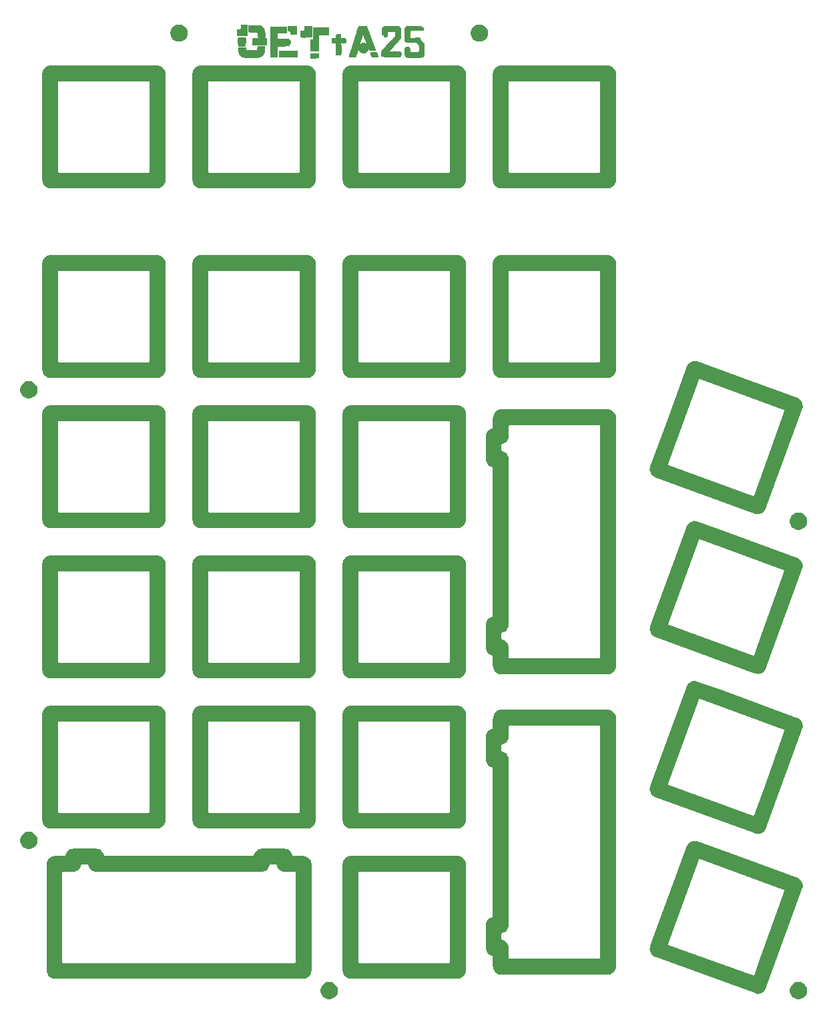
<source format=gbr>
G04 #@! TF.GenerationSoftware,KiCad,Pcbnew,(5.1.5)-3*
G04 #@! TF.CreationDate,2021-03-06T02:00:36+09:00*
G04 #@! TF.ProjectId,Getta25,47657474-6132-4352-9e6b-696361645f70,rev?*
G04 #@! TF.SameCoordinates,Original*
G04 #@! TF.FileFunction,Soldermask,Top*
G04 #@! TF.FilePolarity,Negative*
%FSLAX46Y46*%
G04 Gerber Fmt 4.6, Leading zero omitted, Abs format (unit mm)*
G04 Created by KiCad (PCBNEW (5.1.5)-3) date 2021-03-06 02:00:36*
%MOMM*%
%LPD*%
G04 APERTURE LIST*
%ADD10C,0.010000*%
%ADD11C,0.100000*%
G04 APERTURE END LIST*
D10*
G36*
X59362991Y-11697781D02*
G01*
X59461286Y-11698448D01*
X59543038Y-11699653D01*
X59603281Y-11701426D01*
X59637048Y-11703793D01*
X59642413Y-11705169D01*
X59646713Y-11725141D01*
X59651595Y-11773688D01*
X59656803Y-11845528D01*
X59662081Y-11935381D01*
X59667173Y-12037965D01*
X59671824Y-12147999D01*
X59675778Y-12260202D01*
X59678779Y-12369291D01*
X59680571Y-12469988D01*
X59680840Y-12498491D01*
X59680095Y-12580970D01*
X59675894Y-12636167D01*
X59667369Y-12670564D01*
X59655390Y-12688991D01*
X59641134Y-12698534D01*
X59617154Y-12705472D01*
X59578751Y-12710146D01*
X59521230Y-12712898D01*
X59439892Y-12714069D01*
X59330040Y-12713999D01*
X59312490Y-12713912D01*
X59209562Y-12712763D01*
X59115941Y-12710595D01*
X59037851Y-12707642D01*
X58981516Y-12704136D01*
X58953866Y-12700518D01*
X58933227Y-12692689D01*
X58920053Y-12678296D01*
X58912000Y-12650109D01*
X58906726Y-12600901D01*
X58903066Y-12543844D01*
X58896262Y-12469378D01*
X58886133Y-12410221D01*
X58874218Y-12374910D01*
X58872079Y-12371837D01*
X58830361Y-12342319D01*
X58761165Y-12317268D01*
X58670796Y-12298735D01*
X58632261Y-12293832D01*
X58539000Y-12283800D01*
X58534366Y-12002132D01*
X58533094Y-11894871D01*
X58533533Y-11816998D01*
X58535975Y-11764065D01*
X58540714Y-11731623D01*
X58548041Y-11715223D01*
X58553470Y-11711355D01*
X58577135Y-11708445D01*
X58628960Y-11705820D01*
X58703978Y-11703507D01*
X58797223Y-11701536D01*
X58903726Y-11699933D01*
X59018521Y-11698728D01*
X59136642Y-11697949D01*
X59253121Y-11697624D01*
X59362991Y-11697781D01*
G37*
X59362991Y-11697781D02*
X59461286Y-11698448D01*
X59543038Y-11699653D01*
X59603281Y-11701426D01*
X59637048Y-11703793D01*
X59642413Y-11705169D01*
X59646713Y-11725141D01*
X59651595Y-11773688D01*
X59656803Y-11845528D01*
X59662081Y-11935381D01*
X59667173Y-12037965D01*
X59671824Y-12147999D01*
X59675778Y-12260202D01*
X59678779Y-12369291D01*
X59680571Y-12469988D01*
X59680840Y-12498491D01*
X59680095Y-12580970D01*
X59675894Y-12636167D01*
X59667369Y-12670564D01*
X59655390Y-12688991D01*
X59641134Y-12698534D01*
X59617154Y-12705472D01*
X59578751Y-12710146D01*
X59521230Y-12712898D01*
X59439892Y-12714069D01*
X59330040Y-12713999D01*
X59312490Y-12713912D01*
X59209562Y-12712763D01*
X59115941Y-12710595D01*
X59037851Y-12707642D01*
X58981516Y-12704136D01*
X58953866Y-12700518D01*
X58933227Y-12692689D01*
X58920053Y-12678296D01*
X58912000Y-12650109D01*
X58906726Y-12600901D01*
X58903066Y-12543844D01*
X58896262Y-12469378D01*
X58886133Y-12410221D01*
X58874218Y-12374910D01*
X58872079Y-12371837D01*
X58830361Y-12342319D01*
X58761165Y-12317268D01*
X58670796Y-12298735D01*
X58632261Y-12293832D01*
X58539000Y-12283800D01*
X58534366Y-12002132D01*
X58533094Y-11894871D01*
X58533533Y-11816998D01*
X58535975Y-11764065D01*
X58540714Y-11731623D01*
X58548041Y-11715223D01*
X58553470Y-11711355D01*
X58577135Y-11708445D01*
X58628960Y-11705820D01*
X58703978Y-11703507D01*
X58797223Y-11701536D01*
X58903726Y-11699933D01*
X59018521Y-11698728D01*
X59136642Y-11697949D01*
X59253121Y-11697624D01*
X59362991Y-11697781D01*
G36*
X53100075Y-11556268D02*
G01*
X53196608Y-11557945D01*
X53277309Y-11560509D01*
X53336557Y-11563771D01*
X53368733Y-11567543D01*
X53371507Y-11568375D01*
X53379436Y-11573106D01*
X53385840Y-11582295D01*
X53390843Y-11599166D01*
X53394569Y-11626942D01*
X53397144Y-11668846D01*
X53398691Y-11728101D01*
X53399335Y-11807931D01*
X53399201Y-11911559D01*
X53398415Y-12042207D01*
X53397099Y-12203100D01*
X53396907Y-12225170D01*
X53395281Y-12392826D01*
X53393530Y-12529704D01*
X53391510Y-12638891D01*
X53389075Y-12723477D01*
X53386079Y-12786549D01*
X53382378Y-12831197D01*
X53377826Y-12860508D01*
X53372278Y-12877570D01*
X53365866Y-12885303D01*
X53342807Y-12889343D01*
X53289239Y-12892957D01*
X53208516Y-12896057D01*
X53103994Y-12898556D01*
X52979029Y-12900365D01*
X52836976Y-12901397D01*
X52743035Y-12901608D01*
X52584488Y-12901576D01*
X52456476Y-12901223D01*
X52355667Y-12900389D01*
X52278730Y-12898911D01*
X52222332Y-12896631D01*
X52183142Y-12893386D01*
X52157828Y-12889018D01*
X52143060Y-12883365D01*
X52135505Y-12876266D01*
X52133435Y-12872233D01*
X52129789Y-12846950D01*
X52126579Y-12793313D01*
X52123980Y-12716832D01*
X52122166Y-12623021D01*
X52121311Y-12517390D01*
X52121267Y-12487000D01*
X52121267Y-12131400D01*
X52317558Y-12126653D01*
X52401856Y-12124310D01*
X52459510Y-12121025D01*
X52497737Y-12115150D01*
X52523752Y-12105041D01*
X52544772Y-12089053D01*
X52563091Y-12070660D01*
X52582934Y-12048496D01*
X52597159Y-12025866D01*
X52607289Y-11996262D01*
X52614844Y-11953174D01*
X52621346Y-11890095D01*
X52628316Y-11800517D01*
X52629267Y-11787541D01*
X52646200Y-11555667D01*
X52993333Y-11555667D01*
X53100075Y-11556268D01*
G37*
X53100075Y-11556268D02*
X53196608Y-11557945D01*
X53277309Y-11560509D01*
X53336557Y-11563771D01*
X53368733Y-11567543D01*
X53371507Y-11568375D01*
X53379436Y-11573106D01*
X53385840Y-11582295D01*
X53390843Y-11599166D01*
X53394569Y-11626942D01*
X53397144Y-11668846D01*
X53398691Y-11728101D01*
X53399335Y-11807931D01*
X53399201Y-11911559D01*
X53398415Y-12042207D01*
X53397099Y-12203100D01*
X53396907Y-12225170D01*
X53395281Y-12392826D01*
X53393530Y-12529704D01*
X53391510Y-12638891D01*
X53389075Y-12723477D01*
X53386079Y-12786549D01*
X53382378Y-12831197D01*
X53377826Y-12860508D01*
X53372278Y-12877570D01*
X53365866Y-12885303D01*
X53342807Y-12889343D01*
X53289239Y-12892957D01*
X53208516Y-12896057D01*
X53103994Y-12898556D01*
X52979029Y-12900365D01*
X52836976Y-12901397D01*
X52743035Y-12901608D01*
X52584488Y-12901576D01*
X52456476Y-12901223D01*
X52355667Y-12900389D01*
X52278730Y-12898911D01*
X52222332Y-12896631D01*
X52183142Y-12893386D01*
X52157828Y-12889018D01*
X52143060Y-12883365D01*
X52135505Y-12876266D01*
X52133435Y-12872233D01*
X52129789Y-12846950D01*
X52126579Y-12793313D01*
X52123980Y-12716832D01*
X52122166Y-12623021D01*
X52121311Y-12517390D01*
X52121267Y-12487000D01*
X52121267Y-12131400D01*
X52317558Y-12126653D01*
X52401856Y-12124310D01*
X52459510Y-12121025D01*
X52497737Y-12115150D01*
X52523752Y-12105041D01*
X52544772Y-12089053D01*
X52563091Y-12070660D01*
X52582934Y-12048496D01*
X52597159Y-12025866D01*
X52607289Y-11996262D01*
X52614844Y-11953174D01*
X52621346Y-11890095D01*
X52628316Y-11800517D01*
X52629267Y-11787541D01*
X52646200Y-11555667D01*
X52993333Y-11555667D01*
X53100075Y-11556268D01*
G36*
X60901516Y-11667289D02*
G01*
X60993100Y-11670142D01*
X61094646Y-11674524D01*
X61200573Y-11680119D01*
X61305295Y-11686609D01*
X61403229Y-11693680D01*
X61488791Y-11701014D01*
X61556397Y-11708295D01*
X61600464Y-11715206D01*
X61615232Y-11720537D01*
X61618284Y-11741774D01*
X61621110Y-11793038D01*
X61623630Y-11870490D01*
X61625765Y-11970291D01*
X61627434Y-12088602D01*
X61628559Y-12221583D01*
X61629058Y-12365396D01*
X61629074Y-12386397D01*
X61628948Y-12556600D01*
X61628347Y-12696009D01*
X61627165Y-12807692D01*
X61625293Y-12894720D01*
X61622624Y-12960162D01*
X61619049Y-13007089D01*
X61614462Y-13038569D01*
X61608755Y-13057673D01*
X61605312Y-13063730D01*
X61598050Y-13071883D01*
X61587200Y-13078606D01*
X61569599Y-13084067D01*
X61542083Y-13088435D01*
X61501490Y-13091881D01*
X61444656Y-13094573D01*
X61368418Y-13096680D01*
X61269613Y-13098371D01*
X61145079Y-13099815D01*
X60991652Y-13101182D01*
X60889629Y-13101995D01*
X60739717Y-13102867D01*
X60600381Y-13103104D01*
X60475254Y-13102743D01*
X60367967Y-13101820D01*
X60282154Y-13100372D01*
X60221446Y-13098435D01*
X60189477Y-13096045D01*
X60185517Y-13094940D01*
X60181988Y-13075149D01*
X60178848Y-13026385D01*
X60176245Y-12953539D01*
X60174329Y-12861504D01*
X60173250Y-12755173D01*
X60173067Y-12687378D01*
X60173067Y-12292267D01*
X60360174Y-12292267D01*
X60462597Y-12290141D01*
X60538234Y-12282394D01*
X60593977Y-12266976D01*
X60636718Y-12241834D01*
X60673350Y-12204917D01*
X60679571Y-12197188D01*
X60693810Y-12176172D01*
X60703643Y-12151381D01*
X60709871Y-12116475D01*
X60713292Y-12065119D01*
X60714708Y-11990974D01*
X60714933Y-11916918D01*
X60715435Y-11821558D01*
X60717331Y-11754806D01*
X60721208Y-11711415D01*
X60727652Y-11686136D01*
X60737248Y-11673721D01*
X60742383Y-11671071D01*
X60770574Y-11667437D01*
X60825480Y-11666282D01*
X60901516Y-11667289D01*
G37*
X60901516Y-11667289D02*
X60993100Y-11670142D01*
X61094646Y-11674524D01*
X61200573Y-11680119D01*
X61305295Y-11686609D01*
X61403229Y-11693680D01*
X61488791Y-11701014D01*
X61556397Y-11708295D01*
X61600464Y-11715206D01*
X61615232Y-11720537D01*
X61618284Y-11741774D01*
X61621110Y-11793038D01*
X61623630Y-11870490D01*
X61625765Y-11970291D01*
X61627434Y-12088602D01*
X61628559Y-12221583D01*
X61629058Y-12365396D01*
X61629074Y-12386397D01*
X61628948Y-12556600D01*
X61628347Y-12696009D01*
X61627165Y-12807692D01*
X61625293Y-12894720D01*
X61622624Y-12960162D01*
X61619049Y-13007089D01*
X61614462Y-13038569D01*
X61608755Y-13057673D01*
X61605312Y-13063730D01*
X61598050Y-13071883D01*
X61587200Y-13078606D01*
X61569599Y-13084067D01*
X61542083Y-13088435D01*
X61501490Y-13091881D01*
X61444656Y-13094573D01*
X61368418Y-13096680D01*
X61269613Y-13098371D01*
X61145079Y-13099815D01*
X60991652Y-13101182D01*
X60889629Y-13101995D01*
X60739717Y-13102867D01*
X60600381Y-13103104D01*
X60475254Y-13102743D01*
X60367967Y-13101820D01*
X60282154Y-13100372D01*
X60221446Y-13098435D01*
X60189477Y-13096045D01*
X60185517Y-13094940D01*
X60181988Y-13075149D01*
X60178848Y-13026385D01*
X60176245Y-12953539D01*
X60174329Y-12861504D01*
X60173250Y-12755173D01*
X60173067Y-12687378D01*
X60173067Y-12292267D01*
X60360174Y-12292267D01*
X60462597Y-12290141D01*
X60538234Y-12282394D01*
X60593977Y-12266976D01*
X60636718Y-12241834D01*
X60673350Y-12204917D01*
X60679571Y-12197188D01*
X60693810Y-12176172D01*
X60703643Y-12151381D01*
X60709871Y-12116475D01*
X60713292Y-12065119D01*
X60714708Y-11990974D01*
X60714933Y-11916918D01*
X60715435Y-11821558D01*
X60717331Y-11754806D01*
X60721208Y-11711415D01*
X60727652Y-11686136D01*
X60737248Y-11673721D01*
X60742383Y-11671071D01*
X60770574Y-11667437D01*
X60825480Y-11666282D01*
X60901516Y-11667289D01*
G36*
X53788478Y-11618585D02*
G01*
X53884603Y-11619999D01*
X54005496Y-11622468D01*
X54154155Y-11625948D01*
X54333576Y-11630396D01*
X54339821Y-11630553D01*
X55100016Y-11649655D01*
X55176975Y-11694412D01*
X55223752Y-11726494D01*
X55284094Y-11774643D01*
X55347955Y-11830649D01*
X55376048Y-11857081D01*
X55440511Y-11922526D01*
X55486170Y-11978535D01*
X55521047Y-12036335D01*
X55550948Y-12101789D01*
X55586657Y-12194042D01*
X55613678Y-12281372D01*
X55633130Y-12370960D01*
X55646133Y-12469989D01*
X55653804Y-12585640D01*
X55657265Y-12725097D01*
X55657712Y-12786878D01*
X55657400Y-12887380D01*
X55655824Y-12976189D01*
X55653188Y-13047767D01*
X55649696Y-13096573D01*
X55645553Y-13117068D01*
X55645543Y-13117078D01*
X55624511Y-13121827D01*
X55575656Y-13125783D01*
X55505015Y-13128887D01*
X55418624Y-13131080D01*
X55322520Y-13132305D01*
X55222739Y-13132503D01*
X55125317Y-13131616D01*
X55036291Y-13129584D01*
X54961696Y-13126350D01*
X54928761Y-13124017D01*
X54866534Y-13116636D01*
X54817418Y-13107064D01*
X54791391Y-13097284D01*
X54790650Y-13096600D01*
X54783685Y-13073756D01*
X54776974Y-13024530D01*
X54771324Y-12956404D01*
X54767808Y-12884933D01*
X54756353Y-12741112D01*
X54732864Y-12628503D01*
X54697175Y-12546601D01*
X54649116Y-12494897D01*
X54635685Y-12486906D01*
X54588556Y-12468358D01*
X54524639Y-12453687D01*
X54440730Y-12442604D01*
X54333624Y-12434819D01*
X54200117Y-12430044D01*
X54037006Y-12427990D01*
X53980909Y-12427861D01*
X53852704Y-12427529D01*
X53754194Y-12426449D01*
X53681213Y-12424355D01*
X53629593Y-12420982D01*
X53595166Y-12416063D01*
X53573766Y-12409333D01*
X53561809Y-12401124D01*
X53552678Y-12387431D01*
X53545846Y-12364173D01*
X53541002Y-12326928D01*
X53537833Y-12271274D01*
X53536029Y-12192787D01*
X53535278Y-12087048D01*
X53535200Y-12023360D01*
X53535798Y-11894787D01*
X53537728Y-11796559D01*
X53541195Y-11725174D01*
X53546402Y-11677129D01*
X53553553Y-11648920D01*
X53557412Y-11641829D01*
X53564062Y-11634655D01*
X53574504Y-11628837D01*
X53591735Y-11624332D01*
X53618751Y-11621098D01*
X53658549Y-11619091D01*
X53714126Y-11618267D01*
X53788478Y-11618585D01*
G37*
X53788478Y-11618585D02*
X53884603Y-11619999D01*
X54005496Y-11622468D01*
X54154155Y-11625948D01*
X54333576Y-11630396D01*
X54339821Y-11630553D01*
X55100016Y-11649655D01*
X55176975Y-11694412D01*
X55223752Y-11726494D01*
X55284094Y-11774643D01*
X55347955Y-11830649D01*
X55376048Y-11857081D01*
X55440511Y-11922526D01*
X55486170Y-11978535D01*
X55521047Y-12036335D01*
X55550948Y-12101789D01*
X55586657Y-12194042D01*
X55613678Y-12281372D01*
X55633130Y-12370960D01*
X55646133Y-12469989D01*
X55653804Y-12585640D01*
X55657265Y-12725097D01*
X55657712Y-12786878D01*
X55657400Y-12887380D01*
X55655824Y-12976189D01*
X55653188Y-13047767D01*
X55649696Y-13096573D01*
X55645553Y-13117068D01*
X55645543Y-13117078D01*
X55624511Y-13121827D01*
X55575656Y-13125783D01*
X55505015Y-13128887D01*
X55418624Y-13131080D01*
X55322520Y-13132305D01*
X55222739Y-13132503D01*
X55125317Y-13131616D01*
X55036291Y-13129584D01*
X54961696Y-13126350D01*
X54928761Y-13124017D01*
X54866534Y-13116636D01*
X54817418Y-13107064D01*
X54791391Y-13097284D01*
X54790650Y-13096600D01*
X54783685Y-13073756D01*
X54776974Y-13024530D01*
X54771324Y-12956404D01*
X54767808Y-12884933D01*
X54756353Y-12741112D01*
X54732864Y-12628503D01*
X54697175Y-12546601D01*
X54649116Y-12494897D01*
X54635685Y-12486906D01*
X54588556Y-12468358D01*
X54524639Y-12453687D01*
X54440730Y-12442604D01*
X54333624Y-12434819D01*
X54200117Y-12430044D01*
X54037006Y-12427990D01*
X53980909Y-12427861D01*
X53852704Y-12427529D01*
X53754194Y-12426449D01*
X53681213Y-12424355D01*
X53629593Y-12420982D01*
X53595166Y-12416063D01*
X53573766Y-12409333D01*
X53561809Y-12401124D01*
X53552678Y-12387431D01*
X53545846Y-12364173D01*
X53541002Y-12326928D01*
X53537833Y-12271274D01*
X53536029Y-12192787D01*
X53535278Y-12087048D01*
X53535200Y-12023360D01*
X53535798Y-11894787D01*
X53537728Y-11796559D01*
X53541195Y-11725174D01*
X53546402Y-11677129D01*
X53553553Y-11648920D01*
X53557412Y-11641829D01*
X53564062Y-11634655D01*
X53574504Y-11628837D01*
X53591735Y-11624332D01*
X53618751Y-11621098D01*
X53658549Y-11619091D01*
X53714126Y-11618267D01*
X53788478Y-11618585D01*
G36*
X65765276Y-13243095D02*
G01*
X65814570Y-13245414D01*
X65845899Y-13250288D01*
X65864559Y-13258173D01*
X65875255Y-13268707D01*
X65882968Y-13295788D01*
X65889187Y-13348728D01*
X65893741Y-13419547D01*
X65896458Y-13500263D01*
X65897166Y-13582895D01*
X65895693Y-13659462D01*
X65891867Y-13721983D01*
X65885860Y-13761234D01*
X65881028Y-13775318D01*
X65871929Y-13785418D01*
X65853556Y-13792197D01*
X65820902Y-13796315D01*
X65768961Y-13798436D01*
X65692725Y-13799221D01*
X65597805Y-13799334D01*
X65319961Y-13799334D01*
X65324614Y-13524167D01*
X65329266Y-13249000D01*
X65591622Y-13244304D01*
X65692725Y-13242877D01*
X65765276Y-13243095D01*
G37*
X65765276Y-13243095D02*
X65814570Y-13245414D01*
X65845899Y-13250288D01*
X65864559Y-13258173D01*
X65875255Y-13268707D01*
X65882968Y-13295788D01*
X65889187Y-13348728D01*
X65893741Y-13419547D01*
X65896458Y-13500263D01*
X65897166Y-13582895D01*
X65895693Y-13659462D01*
X65891867Y-13721983D01*
X65885860Y-13761234D01*
X65881028Y-13775318D01*
X65871929Y-13785418D01*
X65853556Y-13792197D01*
X65820902Y-13796315D01*
X65768961Y-13798436D01*
X65692725Y-13799221D01*
X65597805Y-13799334D01*
X65319961Y-13799334D01*
X65324614Y-13524167D01*
X65329266Y-13249000D01*
X65591622Y-13244304D01*
X65692725Y-13242877D01*
X65765276Y-13243095D01*
G36*
X65152050Y-12751156D02*
G01*
X65200573Y-12753876D01*
X65231824Y-12759454D01*
X65251322Y-12768335D01*
X65259141Y-12774893D01*
X65267214Y-12786198D01*
X65273579Y-12804612D01*
X65278433Y-12833863D01*
X65281973Y-12877680D01*
X65284395Y-12939793D01*
X65285897Y-13023929D01*
X65286676Y-13133818D01*
X65286928Y-13273188D01*
X65286933Y-13301010D01*
X65286933Y-13799334D01*
X64736068Y-13799334D01*
X64578427Y-13799067D01*
X64451717Y-13798193D01*
X64353010Y-13796596D01*
X64279375Y-13794160D01*
X64227881Y-13790773D01*
X64195597Y-13786318D01*
X64179594Y-13780682D01*
X64176808Y-13777456D01*
X64174194Y-13753623D01*
X64172528Y-13702358D01*
X64171894Y-13630084D01*
X64172376Y-13543223D01*
X64173106Y-13493823D01*
X64177800Y-13232067D01*
X64409855Y-13223600D01*
X64522989Y-13217842D01*
X64603558Y-13210037D01*
X64651073Y-13200244D01*
X64663118Y-13193857D01*
X64673960Y-13166476D01*
X64683721Y-13109725D01*
X64691736Y-13028099D01*
X64694960Y-12977937D01*
X64700215Y-12899755D01*
X64706465Y-12834237D01*
X64712895Y-12788654D01*
X64718227Y-12770614D01*
X64738802Y-12765798D01*
X64786942Y-12761060D01*
X64856346Y-12756833D01*
X64940715Y-12753553D01*
X64981104Y-12752517D01*
X65080733Y-12750852D01*
X65152050Y-12751156D01*
G37*
X65152050Y-12751156D02*
X65200573Y-12753876D01*
X65231824Y-12759454D01*
X65251322Y-12768335D01*
X65259141Y-12774893D01*
X65267214Y-12786198D01*
X65273579Y-12804612D01*
X65278433Y-12833863D01*
X65281973Y-12877680D01*
X65284395Y-12939793D01*
X65285897Y-13023929D01*
X65286676Y-13133818D01*
X65286928Y-13273188D01*
X65286933Y-13301010D01*
X65286933Y-13799334D01*
X64736068Y-13799334D01*
X64578427Y-13799067D01*
X64451717Y-13798193D01*
X64353010Y-13796596D01*
X64279375Y-13794160D01*
X64227881Y-13790773D01*
X64195597Y-13786318D01*
X64179594Y-13780682D01*
X64176808Y-13777456D01*
X64174194Y-13753623D01*
X64172528Y-13702358D01*
X64171894Y-13630084D01*
X64172376Y-13543223D01*
X64173106Y-13493823D01*
X64177800Y-13232067D01*
X64409855Y-13223600D01*
X64522989Y-13217842D01*
X64603558Y-13210037D01*
X64651073Y-13200244D01*
X64663118Y-13193857D01*
X64673960Y-13166476D01*
X64683721Y-13109725D01*
X64691736Y-13028099D01*
X64694960Y-12977937D01*
X64700215Y-12899755D01*
X64706465Y-12834237D01*
X64712895Y-12788654D01*
X64718227Y-12770614D01*
X64738802Y-12765798D01*
X64786942Y-12761060D01*
X64856346Y-12756833D01*
X64940715Y-12753553D01*
X64981104Y-12752517D01*
X65080733Y-12750852D01*
X65152050Y-12751156D01*
G36*
X54901277Y-13260947D02*
G01*
X55057024Y-13261537D01*
X55863533Y-13265934D01*
X55868068Y-13676982D01*
X55869172Y-13811885D01*
X55869057Y-13916231D01*
X55867589Y-13993315D01*
X55864635Y-14046431D01*
X55860063Y-14078871D01*
X55853738Y-14093930D01*
X55851135Y-14095687D01*
X55830409Y-14097289D01*
X55779152Y-14098963D01*
X55700700Y-14100660D01*
X55598389Y-14102333D01*
X55475554Y-14103935D01*
X55335531Y-14105417D01*
X55181656Y-14106732D01*
X55017264Y-14107832D01*
X54992660Y-14107971D01*
X54796541Y-14108907D01*
X54631716Y-14109327D01*
X54495616Y-14109177D01*
X54385673Y-14108403D01*
X54299317Y-14106951D01*
X54233979Y-14104768D01*
X54187090Y-14101799D01*
X54156081Y-14097990D01*
X54138384Y-14093287D01*
X54132985Y-14089916D01*
X54125472Y-14075459D01*
X54119944Y-14046746D01*
X54116238Y-14000060D01*
X54114192Y-13931689D01*
X54113644Y-13837916D01*
X54114431Y-13715028D01*
X54114858Y-13675798D01*
X54119400Y-13284364D01*
X54184958Y-13270753D01*
X54214895Y-13268091D01*
X54275047Y-13265786D01*
X54361764Y-13263875D01*
X54471396Y-13262397D01*
X54600292Y-13261391D01*
X54744803Y-13260895D01*
X54901277Y-13260947D01*
G37*
X54901277Y-13260947D02*
X55057024Y-13261537D01*
X55863533Y-13265934D01*
X55868068Y-13676982D01*
X55869172Y-13811885D01*
X55869057Y-13916231D01*
X55867589Y-13993315D01*
X55864635Y-14046431D01*
X55860063Y-14078871D01*
X55853738Y-14093930D01*
X55851135Y-14095687D01*
X55830409Y-14097289D01*
X55779152Y-14098963D01*
X55700700Y-14100660D01*
X55598389Y-14102333D01*
X55475554Y-14103935D01*
X55335531Y-14105417D01*
X55181656Y-14106732D01*
X55017264Y-14107832D01*
X54992660Y-14107971D01*
X54796541Y-14108907D01*
X54631716Y-14109327D01*
X54495616Y-14109177D01*
X54385673Y-14108403D01*
X54299317Y-14106951D01*
X54233979Y-14104768D01*
X54187090Y-14101799D01*
X54156081Y-14097990D01*
X54138384Y-14093287D01*
X54132985Y-14089916D01*
X54125472Y-14075459D01*
X54119944Y-14046746D01*
X54116238Y-14000060D01*
X54114192Y-13931689D01*
X54113644Y-13837916D01*
X54114431Y-13715028D01*
X54114858Y-13675798D01*
X54119400Y-13284364D01*
X54184958Y-13270753D01*
X54214895Y-13268091D01*
X54275047Y-13265786D01*
X54361764Y-13263875D01*
X54471396Y-13262397D01*
X54600292Y-13261391D01*
X54744803Y-13260895D01*
X54901277Y-13260947D01*
G36*
X52749483Y-13155147D02*
G01*
X52856500Y-13156403D01*
X52956394Y-13158823D01*
X53043397Y-13162384D01*
X53111736Y-13167063D01*
X53155641Y-13172835D01*
X53168172Y-13177034D01*
X53176485Y-13185596D01*
X53182971Y-13200164D01*
X53187801Y-13224450D01*
X53191152Y-13262170D01*
X53193196Y-13317037D01*
X53194107Y-13392767D01*
X53194061Y-13493074D01*
X53193230Y-13621671D01*
X53192575Y-13697734D01*
X53188066Y-14197267D01*
X52942533Y-14208255D01*
X52833545Y-14213116D01*
X52716520Y-14218308D01*
X52605247Y-14223222D01*
X52513517Y-14227247D01*
X52510733Y-14227369D01*
X52432440Y-14230057D01*
X52365052Y-14231029D01*
X52316771Y-14230246D01*
X52297485Y-14228350D01*
X52287721Y-14221473D01*
X52280089Y-14203750D01*
X52274073Y-14170805D01*
X52269161Y-14118264D01*
X52264837Y-14041750D01*
X52260589Y-13936888D01*
X52259433Y-13904436D01*
X52255705Y-13786220D01*
X52252506Y-13662781D01*
X52250067Y-13544780D01*
X52248617Y-13442875D01*
X52248314Y-13389296D01*
X52248797Y-13303663D01*
X52250919Y-13245703D01*
X52255617Y-13209232D01*
X52263827Y-13188063D01*
X52276488Y-13176012D01*
X52281020Y-13173396D01*
X52309571Y-13167167D01*
X52365627Y-13162244D01*
X52443418Y-13158605D01*
X52537171Y-13156224D01*
X52641117Y-13155080D01*
X52749483Y-13155147D01*
G37*
X52749483Y-13155147D02*
X52856500Y-13156403D01*
X52956394Y-13158823D01*
X53043397Y-13162384D01*
X53111736Y-13167063D01*
X53155641Y-13172835D01*
X53168172Y-13177034D01*
X53176485Y-13185596D01*
X53182971Y-13200164D01*
X53187801Y-13224450D01*
X53191152Y-13262170D01*
X53193196Y-13317037D01*
X53194107Y-13392767D01*
X53194061Y-13493074D01*
X53193230Y-13621671D01*
X53192575Y-13697734D01*
X53188066Y-14197267D01*
X52942533Y-14208255D01*
X52833545Y-14213116D01*
X52716520Y-14218308D01*
X52605247Y-14223222D01*
X52513517Y-14227247D01*
X52510733Y-14227369D01*
X52432440Y-14230057D01*
X52365052Y-14231029D01*
X52316771Y-14230246D01*
X52297485Y-14228350D01*
X52287721Y-14221473D01*
X52280089Y-14203750D01*
X52274073Y-14170805D01*
X52269161Y-14118264D01*
X52264837Y-14041750D01*
X52260589Y-13936888D01*
X52259433Y-13904436D01*
X52255705Y-13786220D01*
X52252506Y-13662781D01*
X52250067Y-13544780D01*
X52248617Y-13442875D01*
X52248314Y-13389296D01*
X52248797Y-13303663D01*
X52250919Y-13245703D01*
X52255617Y-13209232D01*
X52263827Y-13188063D01*
X52276488Y-13176012D01*
X52281020Y-13173396D01*
X52309571Y-13167167D01*
X52365627Y-13162244D01*
X52443418Y-13158605D01*
X52537171Y-13156224D01*
X52641117Y-13155080D01*
X52749483Y-13155147D01*
G36*
X62670798Y-11851451D02*
G01*
X62826127Y-11852063D01*
X62979998Y-11853063D01*
X63128562Y-11854431D01*
X63267974Y-11856152D01*
X63394387Y-11858208D01*
X63503952Y-11860581D01*
X63592824Y-11863255D01*
X63657156Y-11866211D01*
X63693099Y-11869434D01*
X63698831Y-11870877D01*
X63709290Y-11877305D01*
X63717326Y-11886636D01*
X63723129Y-11902780D01*
X63726889Y-11929645D01*
X63728794Y-11971140D01*
X63729035Y-12031174D01*
X63727800Y-12113657D01*
X63725280Y-12222496D01*
X63721996Y-12348954D01*
X63718702Y-12469865D01*
X63715520Y-12579077D01*
X63712597Y-12672199D01*
X63710076Y-12744841D01*
X63708102Y-12792614D01*
X63706819Y-12811127D01*
X63706778Y-12811204D01*
X63689746Y-12812221D01*
X63642610Y-12813784D01*
X63569128Y-12815800D01*
X63473057Y-12818177D01*
X63358153Y-12820820D01*
X63228175Y-12823639D01*
X63086879Y-12826540D01*
X63079239Y-12826692D01*
X62454811Y-12839131D01*
X62461172Y-13856865D01*
X62467533Y-14874600D01*
X61975306Y-14879084D01*
X61849430Y-14879845D01*
X61734658Y-14879800D01*
X61635325Y-14879009D01*
X61555768Y-14877533D01*
X61500324Y-14875433D01*
X61473330Y-14872770D01*
X61471540Y-14872029D01*
X61469099Y-14853176D01*
X61466835Y-14803996D01*
X61464802Y-14728029D01*
X61463055Y-14628815D01*
X61461651Y-14509894D01*
X61460644Y-14374804D01*
X61460091Y-14227086D01*
X61460000Y-14135945D01*
X61460000Y-13411401D01*
X61523500Y-13401974D01*
X61622616Y-13384106D01*
X61700406Y-13363576D01*
X61751751Y-13341866D01*
X61764800Y-13332170D01*
X61771130Y-13321865D01*
X61776420Y-13302589D01*
X61780790Y-13271383D01*
X61784360Y-13225290D01*
X61787250Y-13161351D01*
X61789580Y-13076609D01*
X61791471Y-12968106D01*
X61793043Y-12832884D01*
X61794416Y-12667985D01*
X61794957Y-12589848D01*
X61799714Y-11872609D01*
X61837290Y-11862536D01*
X61865798Y-11859435D01*
X61923622Y-11856859D01*
X62006917Y-11854790D01*
X62111834Y-11853211D01*
X62234529Y-11852105D01*
X62371152Y-11851454D01*
X62517857Y-11851242D01*
X62670798Y-11851451D01*
G37*
X62670798Y-11851451D02*
X62826127Y-11852063D01*
X62979998Y-11853063D01*
X63128562Y-11854431D01*
X63267974Y-11856152D01*
X63394387Y-11858208D01*
X63503952Y-11860581D01*
X63592824Y-11863255D01*
X63657156Y-11866211D01*
X63693099Y-11869434D01*
X63698831Y-11870877D01*
X63709290Y-11877305D01*
X63717326Y-11886636D01*
X63723129Y-11902780D01*
X63726889Y-11929645D01*
X63728794Y-11971140D01*
X63729035Y-12031174D01*
X63727800Y-12113657D01*
X63725280Y-12222496D01*
X63721996Y-12348954D01*
X63718702Y-12469865D01*
X63715520Y-12579077D01*
X63712597Y-12672199D01*
X63710076Y-12744841D01*
X63708102Y-12792614D01*
X63706819Y-12811127D01*
X63706778Y-12811204D01*
X63689746Y-12812221D01*
X63642610Y-12813784D01*
X63569128Y-12815800D01*
X63473057Y-12818177D01*
X63358153Y-12820820D01*
X63228175Y-12823639D01*
X63086879Y-12826540D01*
X63079239Y-12826692D01*
X62454811Y-12839131D01*
X62461172Y-13856865D01*
X62467533Y-14874600D01*
X61975306Y-14879084D01*
X61849430Y-14879845D01*
X61734658Y-14879800D01*
X61635325Y-14879009D01*
X61555768Y-14877533D01*
X61500324Y-14875433D01*
X61473330Y-14872770D01*
X61471540Y-14872029D01*
X61469099Y-14853176D01*
X61466835Y-14803996D01*
X61464802Y-14728029D01*
X61463055Y-14628815D01*
X61461651Y-14509894D01*
X61460644Y-14374804D01*
X61460091Y-14227086D01*
X61460000Y-14135945D01*
X61460000Y-13411401D01*
X61523500Y-13401974D01*
X61622616Y-13384106D01*
X61700406Y-13363576D01*
X61751751Y-13341866D01*
X61764800Y-13332170D01*
X61771130Y-13321865D01*
X61776420Y-13302589D01*
X61780790Y-13271383D01*
X61784360Y-13225290D01*
X61787250Y-13161351D01*
X61789580Y-13076609D01*
X61791471Y-12968106D01*
X61793043Y-12832884D01*
X61794416Y-12667985D01*
X61794957Y-12589848D01*
X61799714Y-11872609D01*
X61837290Y-11862536D01*
X61865798Y-11859435D01*
X61923622Y-11856859D01*
X62006917Y-11854790D01*
X62111834Y-11853211D01*
X62234529Y-11852105D01*
X62371152Y-11851454D01*
X62517857Y-11851242D01*
X62670798Y-11851451D01*
G36*
X65034738Y-13867344D02*
G01*
X65118810Y-13869412D01*
X65192555Y-13873129D01*
X65248772Y-13878447D01*
X65280261Y-13885316D01*
X65283547Y-13887387D01*
X65288824Y-13909231D01*
X65293376Y-13960574D01*
X65297201Y-14037059D01*
X65300300Y-14134324D01*
X65302673Y-14248013D01*
X65304320Y-14373765D01*
X65305240Y-14507221D01*
X65305434Y-14644022D01*
X65304902Y-14779809D01*
X65303644Y-14910224D01*
X65301660Y-15030906D01*
X65298949Y-15137497D01*
X65295512Y-15225638D01*
X65291349Y-15290969D01*
X65286459Y-15329132D01*
X65283546Y-15336880D01*
X65258872Y-15345304D01*
X65208206Y-15351688D01*
X65138215Y-15356066D01*
X65055564Y-15358473D01*
X64966922Y-15358942D01*
X64878954Y-15357509D01*
X64798328Y-15354207D01*
X64731710Y-15349071D01*
X64685766Y-15342136D01*
X64667253Y-15333702D01*
X64665646Y-15312195D01*
X64664790Y-15260500D01*
X64664660Y-15182285D01*
X64665230Y-15081217D01*
X64666476Y-14960967D01*
X64668371Y-14825202D01*
X64670890Y-14677591D01*
X64672290Y-14604782D01*
X64675965Y-14428055D01*
X64679398Y-14282286D01*
X64682746Y-14164570D01*
X64686167Y-14072002D01*
X64689820Y-14001676D01*
X64693861Y-13950687D01*
X64698449Y-13916129D01*
X64703741Y-13895097D01*
X64709896Y-13884685D01*
X64711472Y-13883473D01*
X64739178Y-13876554D01*
X64792558Y-13871531D01*
X64864411Y-13868354D01*
X64947538Y-13866975D01*
X65034738Y-13867344D01*
G37*
X65034738Y-13867344D02*
X65118810Y-13869412D01*
X65192555Y-13873129D01*
X65248772Y-13878447D01*
X65280261Y-13885316D01*
X65283547Y-13887387D01*
X65288824Y-13909231D01*
X65293376Y-13960574D01*
X65297201Y-14037059D01*
X65300300Y-14134324D01*
X65302673Y-14248013D01*
X65304320Y-14373765D01*
X65305240Y-14507221D01*
X65305434Y-14644022D01*
X65304902Y-14779809D01*
X65303644Y-14910224D01*
X65301660Y-15030906D01*
X65298949Y-15137497D01*
X65295512Y-15225638D01*
X65291349Y-15290969D01*
X65286459Y-15329132D01*
X65283546Y-15336880D01*
X65258872Y-15345304D01*
X65208206Y-15351688D01*
X65138215Y-15356066D01*
X65055564Y-15358473D01*
X64966922Y-15358942D01*
X64878954Y-15357509D01*
X64798328Y-15354207D01*
X64731710Y-15349071D01*
X64685766Y-15342136D01*
X64667253Y-15333702D01*
X64665646Y-15312195D01*
X64664790Y-15260500D01*
X64664660Y-15182285D01*
X64665230Y-15081217D01*
X64666476Y-14960967D01*
X64668371Y-14825202D01*
X64670890Y-14677591D01*
X64672290Y-14604782D01*
X64675965Y-14428055D01*
X64679398Y-14282286D01*
X64682746Y-14164570D01*
X64686167Y-14072002D01*
X64689820Y-14001676D01*
X64693861Y-13950687D01*
X64698449Y-13916129D01*
X64703741Y-13895097D01*
X64709896Y-13884685D01*
X64711472Y-13883473D01*
X64739178Y-13876554D01*
X64792558Y-13871531D01*
X64864411Y-13868354D01*
X64947538Y-13866975D01*
X65034738Y-13867344D01*
G36*
X72077458Y-11708676D02*
G01*
X72224375Y-11709508D01*
X72345931Y-11711488D01*
X72444960Y-11715045D01*
X72524298Y-11720610D01*
X72586780Y-11728612D01*
X72635240Y-11739480D01*
X72672514Y-11753645D01*
X72701437Y-11771535D01*
X72724843Y-11793581D01*
X72745568Y-11820211D01*
X72766447Y-11851857D01*
X72779933Y-11872972D01*
X72847667Y-11978358D01*
X72841589Y-12571196D01*
X72835512Y-13164035D01*
X72778991Y-13274251D01*
X72761094Y-13307332D01*
X72740080Y-13341892D01*
X72714043Y-13380217D01*
X72681075Y-13424596D01*
X72639268Y-13477315D01*
X72586713Y-13540661D01*
X72521504Y-13616921D01*
X72441731Y-13708382D01*
X72345488Y-13817331D01*
X72230866Y-13946055D01*
X72095957Y-14096841D01*
X72049840Y-14148286D01*
X71949069Y-14260861D01*
X71849654Y-14372296D01*
X71755314Y-14478391D01*
X71669772Y-14574949D01*
X71596750Y-14657771D01*
X71539967Y-14722659D01*
X71511102Y-14756067D01*
X71380724Y-14908467D01*
X72038416Y-14918984D01*
X72217945Y-14922022D01*
X72366864Y-14925032D01*
X72488429Y-14928259D01*
X72585898Y-14931946D01*
X72662526Y-14936336D01*
X72721570Y-14941675D01*
X72766285Y-14948205D01*
X72799928Y-14956171D01*
X72825754Y-14965816D01*
X72847021Y-14977385D01*
X72850820Y-14979824D01*
X72893311Y-15023554D01*
X72926674Y-15087669D01*
X72949155Y-15162900D01*
X72958998Y-15239977D01*
X72954449Y-15309632D01*
X72933753Y-15362595D01*
X72925222Y-15372778D01*
X72898037Y-15412193D01*
X72887122Y-15444163D01*
X72870020Y-15478208D01*
X72834593Y-15514003D01*
X72823996Y-15521718D01*
X72766458Y-15560400D01*
X71616964Y-15560400D01*
X71387964Y-15560318D01*
X71190572Y-15560039D01*
X71022529Y-15559517D01*
X70881575Y-15558704D01*
X70765453Y-15557554D01*
X70671904Y-15556019D01*
X70598669Y-15554053D01*
X70543489Y-15551607D01*
X70504105Y-15548636D01*
X70478260Y-15545091D01*
X70463693Y-15540927D01*
X70458199Y-15536241D01*
X70455569Y-15512322D01*
X70453820Y-15460287D01*
X70453012Y-15385878D01*
X70453207Y-15294836D01*
X70454468Y-15192900D01*
X70454497Y-15191203D01*
X70456250Y-15097804D01*
X72611653Y-15097804D01*
X72618764Y-15124542D01*
X72636812Y-15137067D01*
X72657729Y-15124771D01*
X72662312Y-15118658D01*
X72663060Y-15093477D01*
X72644388Y-15075227D01*
X72621281Y-15076431D01*
X72611653Y-15097804D01*
X70456250Y-15097804D01*
X70456599Y-15079216D01*
X70458918Y-14995713D01*
X70462145Y-14935317D01*
X70466970Y-14892649D01*
X70474083Y-14862331D01*
X70484174Y-14838984D01*
X70497931Y-14817230D01*
X70503469Y-14809378D01*
X70526069Y-14781486D01*
X70569557Y-14731459D01*
X70631607Y-14661821D01*
X70709893Y-14575095D01*
X70802090Y-14473806D01*
X70905873Y-14360478D01*
X71018917Y-14237635D01*
X71138895Y-14107802D01*
X71263482Y-13973503D01*
X71390354Y-13837262D01*
X71517184Y-13701603D01*
X71641647Y-13569050D01*
X71761418Y-13442128D01*
X71819761Y-13380572D01*
X71927231Y-13266703D01*
X72012879Y-13174302D01*
X72078820Y-13100884D01*
X72127168Y-13043959D01*
X72160039Y-13001039D01*
X72179547Y-12969637D01*
X72187736Y-12947653D01*
X72191704Y-12907852D01*
X72193844Y-12845839D01*
X72194337Y-12768667D01*
X72193366Y-12683389D01*
X72191112Y-12597060D01*
X72187757Y-12516732D01*
X72183482Y-12449458D01*
X72178468Y-12402291D01*
X72173185Y-12382529D01*
X72153099Y-12378589D01*
X72103768Y-12374727D01*
X72029813Y-12371134D01*
X71935855Y-12367995D01*
X71826517Y-12365500D01*
X71715985Y-12363931D01*
X71570580Y-12362706D01*
X71455229Y-12362796D01*
X71366126Y-12364883D01*
X71299465Y-12369648D01*
X71251440Y-12377773D01*
X71218244Y-12389938D01*
X71196070Y-12406826D01*
X71181114Y-12429118D01*
X71169567Y-12457495D01*
X71167989Y-12462042D01*
X71159846Y-12503895D01*
X71153389Y-12574240D01*
X71148959Y-12667729D01*
X71146897Y-12779015D01*
X71146822Y-12794059D01*
X71146663Y-12900245D01*
X71145002Y-12977264D01*
X71138784Y-13029780D01*
X71124952Y-13062456D01*
X71100450Y-13079956D01*
X71062222Y-13086944D01*
X71007211Y-13088083D01*
X70954253Y-13087902D01*
X70873778Y-13085737D01*
X70821224Y-13076170D01*
X70790817Y-13055173D01*
X70776778Y-13018719D01*
X70773334Y-12962780D01*
X70773333Y-12961747D01*
X70768166Y-12894999D01*
X70753708Y-12852060D01*
X70748788Y-12845874D01*
X70719930Y-12831470D01*
X70668817Y-12818081D01*
X70612208Y-12809331D01*
X70500174Y-12797333D01*
X70505520Y-12405100D01*
X70507305Y-12280049D01*
X70509164Y-12183989D01*
X70511630Y-12112046D01*
X70515232Y-12059348D01*
X70520503Y-12021022D01*
X70527973Y-11992194D01*
X70538174Y-11967991D01*
X70551636Y-11943541D01*
X70556786Y-11934756D01*
X70624952Y-11842572D01*
X70706154Y-11771788D01*
X70784581Y-11731696D01*
X70807840Y-11726336D01*
X70845432Y-11721823D01*
X70899830Y-11718094D01*
X70973503Y-11715088D01*
X71068923Y-11712743D01*
X71188561Y-11710996D01*
X71334887Y-11709785D01*
X71510374Y-11709048D01*
X71696200Y-11708737D01*
X71902345Y-11708562D01*
X72077458Y-11708676D01*
G37*
X72077458Y-11708676D02*
X72224375Y-11709508D01*
X72345931Y-11711488D01*
X72444960Y-11715045D01*
X72524298Y-11720610D01*
X72586780Y-11728612D01*
X72635240Y-11739480D01*
X72672514Y-11753645D01*
X72701437Y-11771535D01*
X72724843Y-11793581D01*
X72745568Y-11820211D01*
X72766447Y-11851857D01*
X72779933Y-11872972D01*
X72847667Y-11978358D01*
X72841589Y-12571196D01*
X72835512Y-13164035D01*
X72778991Y-13274251D01*
X72761094Y-13307332D01*
X72740080Y-13341892D01*
X72714043Y-13380217D01*
X72681075Y-13424596D01*
X72639268Y-13477315D01*
X72586713Y-13540661D01*
X72521504Y-13616921D01*
X72441731Y-13708382D01*
X72345488Y-13817331D01*
X72230866Y-13946055D01*
X72095957Y-14096841D01*
X72049840Y-14148286D01*
X71949069Y-14260861D01*
X71849654Y-14372296D01*
X71755314Y-14478391D01*
X71669772Y-14574949D01*
X71596750Y-14657771D01*
X71539967Y-14722659D01*
X71511102Y-14756067D01*
X71380724Y-14908467D01*
X72038416Y-14918984D01*
X72217945Y-14922022D01*
X72366864Y-14925032D01*
X72488429Y-14928259D01*
X72585898Y-14931946D01*
X72662526Y-14936336D01*
X72721570Y-14941675D01*
X72766285Y-14948205D01*
X72799928Y-14956171D01*
X72825754Y-14965816D01*
X72847021Y-14977385D01*
X72850820Y-14979824D01*
X72893311Y-15023554D01*
X72926674Y-15087669D01*
X72949155Y-15162900D01*
X72958998Y-15239977D01*
X72954449Y-15309632D01*
X72933753Y-15362595D01*
X72925222Y-15372778D01*
X72898037Y-15412193D01*
X72887122Y-15444163D01*
X72870020Y-15478208D01*
X72834593Y-15514003D01*
X72823996Y-15521718D01*
X72766458Y-15560400D01*
X71616964Y-15560400D01*
X71387964Y-15560318D01*
X71190572Y-15560039D01*
X71022529Y-15559517D01*
X70881575Y-15558704D01*
X70765453Y-15557554D01*
X70671904Y-15556019D01*
X70598669Y-15554053D01*
X70543489Y-15551607D01*
X70504105Y-15548636D01*
X70478260Y-15545091D01*
X70463693Y-15540927D01*
X70458199Y-15536241D01*
X70455569Y-15512322D01*
X70453820Y-15460287D01*
X70453012Y-15385878D01*
X70453207Y-15294836D01*
X70454468Y-15192900D01*
X70454497Y-15191203D01*
X70456250Y-15097804D01*
X72611653Y-15097804D01*
X72618764Y-15124542D01*
X72636812Y-15137067D01*
X72657729Y-15124771D01*
X72662312Y-15118658D01*
X72663060Y-15093477D01*
X72644388Y-15075227D01*
X72621281Y-15076431D01*
X72611653Y-15097804D01*
X70456250Y-15097804D01*
X70456599Y-15079216D01*
X70458918Y-14995713D01*
X70462145Y-14935317D01*
X70466970Y-14892649D01*
X70474083Y-14862331D01*
X70484174Y-14838984D01*
X70497931Y-14817230D01*
X70503469Y-14809378D01*
X70526069Y-14781486D01*
X70569557Y-14731459D01*
X70631607Y-14661821D01*
X70709893Y-14575095D01*
X70802090Y-14473806D01*
X70905873Y-14360478D01*
X71018917Y-14237635D01*
X71138895Y-14107802D01*
X71263482Y-13973503D01*
X71390354Y-13837262D01*
X71517184Y-13701603D01*
X71641647Y-13569050D01*
X71761418Y-13442128D01*
X71819761Y-13380572D01*
X71927231Y-13266703D01*
X72012879Y-13174302D01*
X72078820Y-13100884D01*
X72127168Y-13043959D01*
X72160039Y-13001039D01*
X72179547Y-12969637D01*
X72187736Y-12947653D01*
X72191704Y-12907852D01*
X72193844Y-12845839D01*
X72194337Y-12768667D01*
X72193366Y-12683389D01*
X72191112Y-12597060D01*
X72187757Y-12516732D01*
X72183482Y-12449458D01*
X72178468Y-12402291D01*
X72173185Y-12382529D01*
X72153099Y-12378589D01*
X72103768Y-12374727D01*
X72029813Y-12371134D01*
X71935855Y-12367995D01*
X71826517Y-12365500D01*
X71715985Y-12363931D01*
X71570580Y-12362706D01*
X71455229Y-12362796D01*
X71366126Y-12364883D01*
X71299465Y-12369648D01*
X71251440Y-12377773D01*
X71218244Y-12389938D01*
X71196070Y-12406826D01*
X71181114Y-12429118D01*
X71169567Y-12457495D01*
X71167989Y-12462042D01*
X71159846Y-12503895D01*
X71153389Y-12574240D01*
X71148959Y-12667729D01*
X71146897Y-12779015D01*
X71146822Y-12794059D01*
X71146663Y-12900245D01*
X71145002Y-12977264D01*
X71138784Y-13029780D01*
X71124952Y-13062456D01*
X71100450Y-13079956D01*
X71062222Y-13086944D01*
X71007211Y-13088083D01*
X70954253Y-13087902D01*
X70873778Y-13085737D01*
X70821224Y-13076170D01*
X70790817Y-13055173D01*
X70776778Y-13018719D01*
X70773334Y-12962780D01*
X70773333Y-12961747D01*
X70768166Y-12894999D01*
X70753708Y-12852060D01*
X70748788Y-12845874D01*
X70719930Y-12831470D01*
X70668817Y-12818081D01*
X70612208Y-12809331D01*
X70500174Y-12797333D01*
X70505520Y-12405100D01*
X70507305Y-12280049D01*
X70509164Y-12183989D01*
X70511630Y-12112046D01*
X70515232Y-12059348D01*
X70520503Y-12021022D01*
X70527973Y-11992194D01*
X70538174Y-11967991D01*
X70551636Y-11943541D01*
X70556786Y-11934756D01*
X70624952Y-11842572D01*
X70706154Y-11771788D01*
X70784581Y-11731696D01*
X70807840Y-11726336D01*
X70845432Y-11721823D01*
X70899830Y-11718094D01*
X70973503Y-11715088D01*
X71068923Y-11712743D01*
X71188561Y-11710996D01*
X71334887Y-11709785D01*
X71510374Y-11709048D01*
X71696200Y-11708737D01*
X71902345Y-11708562D01*
X72077458Y-11708676D01*
G36*
X69223392Y-15022743D02*
G01*
X69318415Y-15024119D01*
X69425126Y-15026824D01*
X69460806Y-15027966D01*
X69823164Y-15040161D01*
X69900315Y-15250854D01*
X69940642Y-15367560D01*
X69965697Y-15456679D01*
X69975851Y-15520664D01*
X69971476Y-15561965D01*
X69952942Y-15583035D01*
X69950682Y-15583988D01*
X69926347Y-15587042D01*
X69873550Y-15589734D01*
X69797695Y-15591923D01*
X69704185Y-15593465D01*
X69598425Y-15594216D01*
X69562499Y-15594267D01*
X69201101Y-15594267D01*
X69131367Y-15412234D01*
X69101916Y-15335647D01*
X69075505Y-15267496D01*
X69055307Y-15215936D01*
X69045417Y-15191303D01*
X69029840Y-15132781D01*
X69030353Y-15078952D01*
X69045842Y-15039779D01*
X69063824Y-15026760D01*
X69090559Y-15024047D01*
X69145594Y-15022714D01*
X69223392Y-15022743D01*
G37*
X69223392Y-15022743D02*
X69318415Y-15024119D01*
X69425126Y-15026824D01*
X69460806Y-15027966D01*
X69823164Y-15040161D01*
X69900315Y-15250854D01*
X69940642Y-15367560D01*
X69965697Y-15456679D01*
X69975851Y-15520664D01*
X69971476Y-15561965D01*
X69952942Y-15583035D01*
X69950682Y-15583988D01*
X69926347Y-15587042D01*
X69873550Y-15589734D01*
X69797695Y-15591923D01*
X69704185Y-15593465D01*
X69598425Y-15594216D01*
X69562499Y-15594267D01*
X69201101Y-15594267D01*
X69131367Y-15412234D01*
X69101916Y-15335647D01*
X69075505Y-15267496D01*
X69055307Y-15215936D01*
X69045417Y-15191303D01*
X69029840Y-15132781D01*
X69030353Y-15078952D01*
X69045842Y-15039779D01*
X69063824Y-15026760D01*
X69090559Y-15024047D01*
X69145594Y-15022714D01*
X69223392Y-15022743D01*
G36*
X68387414Y-11719898D02*
G01*
X68454726Y-11722314D01*
X68501025Y-11726140D01*
X68529522Y-11731482D01*
X68541752Y-11736987D01*
X68550334Y-11746012D01*
X68561208Y-11762557D01*
X68574948Y-11788104D01*
X68592130Y-11824135D01*
X68613326Y-11872130D01*
X68639110Y-11933571D01*
X68670057Y-12009940D01*
X68706741Y-12102718D01*
X68749735Y-12213386D01*
X68799613Y-12343426D01*
X68856950Y-12494319D01*
X68922319Y-12667547D01*
X68996295Y-12864591D01*
X69079450Y-13086933D01*
X69172360Y-13336054D01*
X69275598Y-13613435D01*
X69389737Y-13920557D01*
X69435902Y-14044867D01*
X69482843Y-14170457D01*
X69527033Y-14287105D01*
X69566856Y-14390666D01*
X69600694Y-14476997D01*
X69626934Y-14541951D01*
X69643958Y-14581385D01*
X69648594Y-14590371D01*
X69667612Y-14637385D01*
X69672562Y-14688785D01*
X69663849Y-14732500D01*
X69643033Y-14756024D01*
X69611749Y-14761996D01*
X69553621Y-14767194D01*
X69475663Y-14771469D01*
X69384893Y-14774673D01*
X69288326Y-14776660D01*
X69192978Y-14777282D01*
X69105866Y-14776391D01*
X69034005Y-14773839D01*
X68986867Y-14769826D01*
X68885267Y-14755983D01*
X68780139Y-14488859D01*
X68771210Y-14568074D01*
X68746401Y-14669460D01*
X68697404Y-14775661D01*
X68630102Y-14875920D01*
X68563320Y-14948048D01*
X68453021Y-15026901D01*
X68328966Y-15076135D01*
X68194228Y-15095522D01*
X68051878Y-15084833D01*
X67904989Y-15043840D01*
X67814208Y-15003724D01*
X67710772Y-14937842D01*
X67631966Y-14855308D01*
X67575204Y-14752195D01*
X67568554Y-14729444D01*
X67813825Y-14729444D01*
X67822750Y-14746362D01*
X67834403Y-14756389D01*
X67854871Y-14766395D01*
X67889140Y-14773500D01*
X67942098Y-14778108D01*
X68018631Y-14780626D01*
X68123625Y-14781460D01*
X68136083Y-14781467D01*
X68240260Y-14780313D01*
X68328011Y-14777061D01*
X68394052Y-14772027D01*
X68433102Y-14765528D01*
X68438740Y-14763353D01*
X68461424Y-14744949D01*
X68454719Y-14723798D01*
X68452486Y-14721019D01*
X68438206Y-14711808D01*
X68409992Y-14705158D01*
X68363377Y-14700723D01*
X68293892Y-14698159D01*
X68197071Y-14697120D01*
X68142360Y-14697059D01*
X68018767Y-14698142D01*
X67926557Y-14701451D01*
X67863289Y-14707458D01*
X67826525Y-14716633D01*
X67813825Y-14729444D01*
X67568554Y-14729444D01*
X67537900Y-14624577D01*
X67528428Y-14569800D01*
X67516006Y-14485133D01*
X67499661Y-14544400D01*
X67490331Y-14575228D01*
X67471878Y-14633647D01*
X67445777Y-14715085D01*
X67413500Y-14814968D01*
X67376523Y-14928722D01*
X67336320Y-15051774D01*
X67323587Y-15090620D01*
X67272226Y-15245310D01*
X67229642Y-15369274D01*
X67195153Y-15464308D01*
X67168078Y-15532206D01*
X67147738Y-15574763D01*
X67133450Y-15593772D01*
X67132442Y-15594387D01*
X67104576Y-15599959D01*
X67047904Y-15604038D01*
X66967455Y-15606593D01*
X66868258Y-15607592D01*
X66755344Y-15607005D01*
X66633741Y-15604799D01*
X66508479Y-15600945D01*
X66451100Y-15598613D01*
X66319866Y-15592842D01*
X66319866Y-15538219D01*
X66325132Y-15509301D01*
X66340072Y-15452582D01*
X66363398Y-15372307D01*
X66393825Y-15272720D01*
X66430065Y-15158064D01*
X66470832Y-15032583D01*
X66498055Y-14950498D01*
X66578076Y-14709851D01*
X66659713Y-14461792D01*
X66717331Y-14284948D01*
X67780116Y-14284948D01*
X67794768Y-14328759D01*
X67809323Y-14344057D01*
X67847236Y-14369657D01*
X67875742Y-14369915D01*
X67908320Y-14344454D01*
X67911600Y-14341200D01*
X67924742Y-14323282D01*
X68374611Y-14323282D01*
X68391909Y-14357133D01*
X68422182Y-14373985D01*
X68456720Y-14369584D01*
X68486815Y-14339675D01*
X68491013Y-14331418D01*
X68500378Y-14282418D01*
X68482406Y-14246747D01*
X68440942Y-14231302D01*
X68435095Y-14231133D01*
X68398571Y-14243696D01*
X68378995Y-14276688D01*
X68374611Y-14323282D01*
X67924742Y-14323282D01*
X67940325Y-14302037D01*
X67938862Y-14266393D01*
X67906729Y-14226058D01*
X67904731Y-14224168D01*
X67871621Y-14199119D01*
X67844120Y-14197926D01*
X67828731Y-14204771D01*
X67791974Y-14239766D01*
X67780116Y-14284948D01*
X66717331Y-14284948D01*
X66744084Y-14202839D01*
X66789548Y-14061983D01*
X67640666Y-14061983D01*
X67652584Y-14056495D01*
X67684018Y-14033977D01*
X67728490Y-13999106D01*
X67734433Y-13994283D01*
X67794108Y-13948829D01*
X67855681Y-13906882D01*
X67899533Y-13880988D01*
X67956322Y-13858490D01*
X68027700Y-13844261D01*
X68119428Y-13836544D01*
X68239566Y-13836197D01*
X68338033Y-13850351D01*
X68424782Y-13881395D01*
X68506404Y-13929391D01*
X68588826Y-13986088D01*
X68548754Y-13880011D01*
X68456849Y-13637114D01*
X68376151Y-13424709D01*
X68306154Y-13241513D01*
X68246352Y-13086241D01*
X68196239Y-12957610D01*
X68155309Y-12854335D01*
X68123055Y-12775133D01*
X68098973Y-12718718D01*
X68082555Y-12683808D01*
X68073297Y-12669118D01*
X68071388Y-12668701D01*
X68065239Y-12685632D01*
X68050456Y-12730888D01*
X68028297Y-12800404D01*
X68000018Y-12890115D01*
X67966875Y-12995956D01*
X67930125Y-13113861D01*
X67891026Y-13239766D01*
X67850833Y-13369605D01*
X67810803Y-13499313D01*
X67772194Y-13624825D01*
X67736262Y-13742076D01*
X67704263Y-13847000D01*
X67677454Y-13935533D01*
X67657093Y-14003609D01*
X67644435Y-14047163D01*
X67640666Y-14061983D01*
X66789548Y-14061983D01*
X66832307Y-13929509D01*
X66925500Y-13638321D01*
X67024782Y-13325792D01*
X67131270Y-12988441D01*
X67246082Y-12622784D01*
X67269327Y-12548554D01*
X67318945Y-12390500D01*
X67365733Y-12242347D01*
X67408683Y-12107226D01*
X67446787Y-11988265D01*
X67479038Y-11888592D01*
X67504428Y-11811337D01*
X67521949Y-11759628D01*
X67530594Y-11736595D01*
X67531110Y-11735754D01*
X67550169Y-11732828D01*
X67598735Y-11729861D01*
X67672447Y-11726991D01*
X67766947Y-11724355D01*
X67877876Y-11722091D01*
X68000872Y-11720339D01*
X68027307Y-11720054D01*
X68176915Y-11718873D01*
X68295881Y-11718786D01*
X68387414Y-11719898D01*
G37*
X68387414Y-11719898D02*
X68454726Y-11722314D01*
X68501025Y-11726140D01*
X68529522Y-11731482D01*
X68541752Y-11736987D01*
X68550334Y-11746012D01*
X68561208Y-11762557D01*
X68574948Y-11788104D01*
X68592130Y-11824135D01*
X68613326Y-11872130D01*
X68639110Y-11933571D01*
X68670057Y-12009940D01*
X68706741Y-12102718D01*
X68749735Y-12213386D01*
X68799613Y-12343426D01*
X68856950Y-12494319D01*
X68922319Y-12667547D01*
X68996295Y-12864591D01*
X69079450Y-13086933D01*
X69172360Y-13336054D01*
X69275598Y-13613435D01*
X69389737Y-13920557D01*
X69435902Y-14044867D01*
X69482843Y-14170457D01*
X69527033Y-14287105D01*
X69566856Y-14390666D01*
X69600694Y-14476997D01*
X69626934Y-14541951D01*
X69643958Y-14581385D01*
X69648594Y-14590371D01*
X69667612Y-14637385D01*
X69672562Y-14688785D01*
X69663849Y-14732500D01*
X69643033Y-14756024D01*
X69611749Y-14761996D01*
X69553621Y-14767194D01*
X69475663Y-14771469D01*
X69384893Y-14774673D01*
X69288326Y-14776660D01*
X69192978Y-14777282D01*
X69105866Y-14776391D01*
X69034005Y-14773839D01*
X68986867Y-14769826D01*
X68885267Y-14755983D01*
X68780139Y-14488859D01*
X68771210Y-14568074D01*
X68746401Y-14669460D01*
X68697404Y-14775661D01*
X68630102Y-14875920D01*
X68563320Y-14948048D01*
X68453021Y-15026901D01*
X68328966Y-15076135D01*
X68194228Y-15095522D01*
X68051878Y-15084833D01*
X67904989Y-15043840D01*
X67814208Y-15003724D01*
X67710772Y-14937842D01*
X67631966Y-14855308D01*
X67575204Y-14752195D01*
X67568554Y-14729444D01*
X67813825Y-14729444D01*
X67822750Y-14746362D01*
X67834403Y-14756389D01*
X67854871Y-14766395D01*
X67889140Y-14773500D01*
X67942098Y-14778108D01*
X68018631Y-14780626D01*
X68123625Y-14781460D01*
X68136083Y-14781467D01*
X68240260Y-14780313D01*
X68328011Y-14777061D01*
X68394052Y-14772027D01*
X68433102Y-14765528D01*
X68438740Y-14763353D01*
X68461424Y-14744949D01*
X68454719Y-14723798D01*
X68452486Y-14721019D01*
X68438206Y-14711808D01*
X68409992Y-14705158D01*
X68363377Y-14700723D01*
X68293892Y-14698159D01*
X68197071Y-14697120D01*
X68142360Y-14697059D01*
X68018767Y-14698142D01*
X67926557Y-14701451D01*
X67863289Y-14707458D01*
X67826525Y-14716633D01*
X67813825Y-14729444D01*
X67568554Y-14729444D01*
X67537900Y-14624577D01*
X67528428Y-14569800D01*
X67516006Y-14485133D01*
X67499661Y-14544400D01*
X67490331Y-14575228D01*
X67471878Y-14633647D01*
X67445777Y-14715085D01*
X67413500Y-14814968D01*
X67376523Y-14928722D01*
X67336320Y-15051774D01*
X67323587Y-15090620D01*
X67272226Y-15245310D01*
X67229642Y-15369274D01*
X67195153Y-15464308D01*
X67168078Y-15532206D01*
X67147738Y-15574763D01*
X67133450Y-15593772D01*
X67132442Y-15594387D01*
X67104576Y-15599959D01*
X67047904Y-15604038D01*
X66967455Y-15606593D01*
X66868258Y-15607592D01*
X66755344Y-15607005D01*
X66633741Y-15604799D01*
X66508479Y-15600945D01*
X66451100Y-15598613D01*
X66319866Y-15592842D01*
X66319866Y-15538219D01*
X66325132Y-15509301D01*
X66340072Y-15452582D01*
X66363398Y-15372307D01*
X66393825Y-15272720D01*
X66430065Y-15158064D01*
X66470832Y-15032583D01*
X66498055Y-14950498D01*
X66578076Y-14709851D01*
X66659713Y-14461792D01*
X66717331Y-14284948D01*
X67780116Y-14284948D01*
X67794768Y-14328759D01*
X67809323Y-14344057D01*
X67847236Y-14369657D01*
X67875742Y-14369915D01*
X67908320Y-14344454D01*
X67911600Y-14341200D01*
X67924742Y-14323282D01*
X68374611Y-14323282D01*
X68391909Y-14357133D01*
X68422182Y-14373985D01*
X68456720Y-14369584D01*
X68486815Y-14339675D01*
X68491013Y-14331418D01*
X68500378Y-14282418D01*
X68482406Y-14246747D01*
X68440942Y-14231302D01*
X68435095Y-14231133D01*
X68398571Y-14243696D01*
X68378995Y-14276688D01*
X68374611Y-14323282D01*
X67924742Y-14323282D01*
X67940325Y-14302037D01*
X67938862Y-14266393D01*
X67906729Y-14226058D01*
X67904731Y-14224168D01*
X67871621Y-14199119D01*
X67844120Y-14197926D01*
X67828731Y-14204771D01*
X67791974Y-14239766D01*
X67780116Y-14284948D01*
X66717331Y-14284948D01*
X66744084Y-14202839D01*
X66789548Y-14061983D01*
X67640666Y-14061983D01*
X67652584Y-14056495D01*
X67684018Y-14033977D01*
X67728490Y-13999106D01*
X67734433Y-13994283D01*
X67794108Y-13948829D01*
X67855681Y-13906882D01*
X67899533Y-13880988D01*
X67956322Y-13858490D01*
X68027700Y-13844261D01*
X68119428Y-13836544D01*
X68239566Y-13836197D01*
X68338033Y-13850351D01*
X68424782Y-13881395D01*
X68506404Y-13929391D01*
X68588826Y-13986088D01*
X68548754Y-13880011D01*
X68456849Y-13637114D01*
X68376151Y-13424709D01*
X68306154Y-13241513D01*
X68246352Y-13086241D01*
X68196239Y-12957610D01*
X68155309Y-12854335D01*
X68123055Y-12775133D01*
X68098973Y-12718718D01*
X68082555Y-12683808D01*
X68073297Y-12669118D01*
X68071388Y-12668701D01*
X68065239Y-12685632D01*
X68050456Y-12730888D01*
X68028297Y-12800404D01*
X68000018Y-12890115D01*
X67966875Y-12995956D01*
X67930125Y-13113861D01*
X67891026Y-13239766D01*
X67850833Y-13369605D01*
X67810803Y-13499313D01*
X67772194Y-13624825D01*
X67736262Y-13742076D01*
X67704263Y-13847000D01*
X67677454Y-13935533D01*
X67657093Y-14003609D01*
X67644435Y-14047163D01*
X67640666Y-14061983D01*
X66789548Y-14061983D01*
X66832307Y-13929509D01*
X66925500Y-13638321D01*
X67024782Y-13325792D01*
X67131270Y-12988441D01*
X67246082Y-12622784D01*
X67269327Y-12548554D01*
X67318945Y-12390500D01*
X67365733Y-12242347D01*
X67408683Y-12107226D01*
X67446787Y-11988265D01*
X67479038Y-11888592D01*
X67504428Y-11811337D01*
X67521949Y-11759628D01*
X67530594Y-11736595D01*
X67531110Y-11735754D01*
X67550169Y-11732828D01*
X67598735Y-11729861D01*
X67672447Y-11726991D01*
X67766947Y-11724355D01*
X67877876Y-11722091D01*
X68000872Y-11720339D01*
X68027307Y-11720054D01*
X68176915Y-11718873D01*
X68295881Y-11718786D01*
X68387414Y-11719898D01*
G36*
X59724333Y-15602734D02*
G01*
X58610482Y-15607089D01*
X58381305Y-15607870D01*
X58183885Y-15608268D01*
X58016112Y-15608252D01*
X57875877Y-15607789D01*
X57761072Y-15606846D01*
X57669588Y-15605390D01*
X57599317Y-15603389D01*
X57548148Y-15600811D01*
X57513975Y-15597622D01*
X57494687Y-15593790D01*
X57488301Y-15589737D01*
X57486043Y-15566991D01*
X57484444Y-15515672D01*
X57483555Y-15441068D01*
X57483427Y-15348465D01*
X57484112Y-15243152D01*
X57484552Y-15204381D01*
X57489133Y-14840733D01*
X59724333Y-14840733D01*
X59724333Y-15602734D01*
G37*
X59724333Y-15602734D02*
X58610482Y-15607089D01*
X58381305Y-15607870D01*
X58183885Y-15608268D01*
X58016112Y-15608252D01*
X57875877Y-15607789D01*
X57761072Y-15606846D01*
X57669588Y-15605390D01*
X57599317Y-15603389D01*
X57548148Y-15600811D01*
X57513975Y-15597622D01*
X57494687Y-15593790D01*
X57488301Y-15589737D01*
X57486043Y-15566991D01*
X57484444Y-15515672D01*
X57483555Y-15441068D01*
X57483427Y-15348465D01*
X57484112Y-15243152D01*
X57484552Y-15204381D01*
X57489133Y-14840733D01*
X59724333Y-14840733D01*
X59724333Y-15602734D01*
G36*
X58010851Y-11801292D02*
G01*
X58109774Y-11801866D01*
X58187904Y-11803036D01*
X58247854Y-11804858D01*
X58292240Y-11807391D01*
X58323675Y-11810692D01*
X58344774Y-11814818D01*
X58358151Y-11819827D01*
X58366420Y-11825776D01*
X58366703Y-11826056D01*
X58376828Y-11840118D01*
X58384253Y-11862308D01*
X58389372Y-11897446D01*
X58392580Y-11950350D01*
X58394268Y-12025842D01*
X58394830Y-12128741D01*
X58394835Y-12170710D01*
X58394229Y-12273265D01*
X58392686Y-12366158D01*
X58390386Y-12443267D01*
X58387510Y-12498471D01*
X58384394Y-12525100D01*
X58374183Y-12563200D01*
X57243600Y-12563200D01*
X57243600Y-13305562D01*
X57916700Y-13311155D01*
X58086055Y-13312635D01*
X58225014Y-13314118D01*
X58337046Y-13315792D01*
X58425619Y-13317848D01*
X58494205Y-13320475D01*
X58546271Y-13323862D01*
X58585288Y-13328201D01*
X58614725Y-13333679D01*
X58638051Y-13340487D01*
X58658736Y-13348816D01*
X58666000Y-13352127D01*
X58764386Y-13415613D01*
X58841222Y-13501892D01*
X58893141Y-13605185D01*
X58916773Y-13719711D01*
X58916726Y-13782329D01*
X58910668Y-13842381D01*
X58899116Y-13885296D01*
X58876875Y-13914346D01*
X58838750Y-13932804D01*
X58779546Y-13943943D01*
X58694071Y-13951033D01*
X58644458Y-13953839D01*
X58564269Y-13958405D01*
X58497100Y-13962787D01*
X58449777Y-13966498D01*
X58429132Y-13969055D01*
X58428933Y-13969138D01*
X58440768Y-13972762D01*
X58479481Y-13979051D01*
X58538285Y-13986978D01*
X58581333Y-13992203D01*
X58742200Y-14011000D01*
X58747200Y-14061930D01*
X58745634Y-14093164D01*
X58732757Y-14119690D01*
X58706230Y-14141866D01*
X58663714Y-14160049D01*
X58602870Y-14174596D01*
X58521358Y-14185865D01*
X58416840Y-14194213D01*
X58286976Y-14199998D01*
X58129427Y-14203575D01*
X57941855Y-14205304D01*
X57806633Y-14205605D01*
X57243600Y-14205734D01*
X57243369Y-14870367D01*
X57243063Y-15018511D01*
X57242292Y-15157097D01*
X57241112Y-15282227D01*
X57239581Y-15389999D01*
X57237758Y-15476514D01*
X57235700Y-15537870D01*
X57233466Y-15570168D01*
X57232927Y-15573100D01*
X57222717Y-15611200D01*
X56787247Y-15611200D01*
X56669064Y-15610778D01*
X56562193Y-15609590D01*
X56471261Y-15607753D01*
X56400893Y-15605383D01*
X56355717Y-15602598D01*
X56340489Y-15599911D01*
X56338989Y-15581816D01*
X56337548Y-15532025D01*
X56336179Y-15452710D01*
X56334893Y-15346042D01*
X56333705Y-15214193D01*
X56332628Y-15059333D01*
X56331673Y-14883635D01*
X56330855Y-14689269D01*
X56330186Y-14478407D01*
X56329679Y-14253220D01*
X56329348Y-14015879D01*
X56329205Y-13768556D01*
X56329200Y-13712844D01*
X56329236Y-13557664D01*
X58418178Y-13557664D01*
X58422558Y-13594226D01*
X58429608Y-13605413D01*
X58452818Y-13626188D01*
X58462800Y-13630000D01*
X58483129Y-13618523D01*
X58495992Y-13605413D01*
X58508358Y-13570692D01*
X58499520Y-13535299D01*
X58474469Y-13513356D01*
X58462800Y-13511467D01*
X58433255Y-13525370D01*
X58418178Y-13557664D01*
X56329236Y-13557664D01*
X56329272Y-13408903D01*
X56329501Y-13137254D01*
X56329903Y-12896324D01*
X56330497Y-12684537D01*
X56331300Y-12500320D01*
X56332329Y-12342099D01*
X56333604Y-12208299D01*
X56335140Y-12097347D01*
X56336956Y-12007669D01*
X56339069Y-11937689D01*
X56341497Y-11885835D01*
X56344257Y-11850531D01*
X56347368Y-11830205D01*
X56350367Y-11823483D01*
X56370743Y-11820902D01*
X56421926Y-11818275D01*
X56500854Y-11815660D01*
X56604465Y-11813120D01*
X56729700Y-11810712D01*
X56873497Y-11808497D01*
X57032797Y-11806536D01*
X57204536Y-11804887D01*
X57354936Y-11803796D01*
X57563177Y-11802565D01*
X57740167Y-11801698D01*
X57888520Y-11801255D01*
X58010851Y-11801292D01*
G37*
X58010851Y-11801292D02*
X58109774Y-11801866D01*
X58187904Y-11803036D01*
X58247854Y-11804858D01*
X58292240Y-11807391D01*
X58323675Y-11810692D01*
X58344774Y-11814818D01*
X58358151Y-11819827D01*
X58366420Y-11825776D01*
X58366703Y-11826056D01*
X58376828Y-11840118D01*
X58384253Y-11862308D01*
X58389372Y-11897446D01*
X58392580Y-11950350D01*
X58394268Y-12025842D01*
X58394830Y-12128741D01*
X58394835Y-12170710D01*
X58394229Y-12273265D01*
X58392686Y-12366158D01*
X58390386Y-12443267D01*
X58387510Y-12498471D01*
X58384394Y-12525100D01*
X58374183Y-12563200D01*
X57243600Y-12563200D01*
X57243600Y-13305562D01*
X57916700Y-13311155D01*
X58086055Y-13312635D01*
X58225014Y-13314118D01*
X58337046Y-13315792D01*
X58425619Y-13317848D01*
X58494205Y-13320475D01*
X58546271Y-13323862D01*
X58585288Y-13328201D01*
X58614725Y-13333679D01*
X58638051Y-13340487D01*
X58658736Y-13348816D01*
X58666000Y-13352127D01*
X58764386Y-13415613D01*
X58841222Y-13501892D01*
X58893141Y-13605185D01*
X58916773Y-13719711D01*
X58916726Y-13782329D01*
X58910668Y-13842381D01*
X58899116Y-13885296D01*
X58876875Y-13914346D01*
X58838750Y-13932804D01*
X58779546Y-13943943D01*
X58694071Y-13951033D01*
X58644458Y-13953839D01*
X58564269Y-13958405D01*
X58497100Y-13962787D01*
X58449777Y-13966498D01*
X58429132Y-13969055D01*
X58428933Y-13969138D01*
X58440768Y-13972762D01*
X58479481Y-13979051D01*
X58538285Y-13986978D01*
X58581333Y-13992203D01*
X58742200Y-14011000D01*
X58747200Y-14061930D01*
X58745634Y-14093164D01*
X58732757Y-14119690D01*
X58706230Y-14141866D01*
X58663714Y-14160049D01*
X58602870Y-14174596D01*
X58521358Y-14185865D01*
X58416840Y-14194213D01*
X58286976Y-14199998D01*
X58129427Y-14203575D01*
X57941855Y-14205304D01*
X57806633Y-14205605D01*
X57243600Y-14205734D01*
X57243369Y-14870367D01*
X57243063Y-15018511D01*
X57242292Y-15157097D01*
X57241112Y-15282227D01*
X57239581Y-15389999D01*
X57237758Y-15476514D01*
X57235700Y-15537870D01*
X57233466Y-15570168D01*
X57232927Y-15573100D01*
X57222717Y-15611200D01*
X56787247Y-15611200D01*
X56669064Y-15610778D01*
X56562193Y-15609590D01*
X56471261Y-15607753D01*
X56400893Y-15605383D01*
X56355717Y-15602598D01*
X56340489Y-15599911D01*
X56338989Y-15581816D01*
X56337548Y-15532025D01*
X56336179Y-15452710D01*
X56334893Y-15346042D01*
X56333705Y-15214193D01*
X56332628Y-15059333D01*
X56331673Y-14883635D01*
X56330855Y-14689269D01*
X56330186Y-14478407D01*
X56329679Y-14253220D01*
X56329348Y-14015879D01*
X56329205Y-13768556D01*
X56329200Y-13712844D01*
X56329236Y-13557664D01*
X58418178Y-13557664D01*
X58422558Y-13594226D01*
X58429608Y-13605413D01*
X58452818Y-13626188D01*
X58462800Y-13630000D01*
X58483129Y-13618523D01*
X58495992Y-13605413D01*
X58508358Y-13570692D01*
X58499520Y-13535299D01*
X58474469Y-13513356D01*
X58462800Y-13511467D01*
X58433255Y-13525370D01*
X58418178Y-13557664D01*
X56329236Y-13557664D01*
X56329272Y-13408903D01*
X56329501Y-13137254D01*
X56329903Y-12896324D01*
X56330497Y-12684537D01*
X56331300Y-12500320D01*
X56332329Y-12342099D01*
X56333604Y-12208299D01*
X56335140Y-12097347D01*
X56336956Y-12007669D01*
X56339069Y-11937689D01*
X56341497Y-11885835D01*
X56344257Y-11850531D01*
X56347368Y-11830205D01*
X56350367Y-11823483D01*
X56370743Y-11820902D01*
X56421926Y-11818275D01*
X56500854Y-11815660D01*
X56604465Y-11813120D01*
X56729700Y-11810712D01*
X56873497Y-11808497D01*
X57032797Y-11806536D01*
X57204536Y-11804887D01*
X57354936Y-11803796D01*
X57563177Y-11802565D01*
X57740167Y-11801698D01*
X57888520Y-11801255D01*
X58010851Y-11801292D01*
G36*
X75276131Y-11686194D02*
G01*
X75288769Y-11686412D01*
X75523133Y-11691134D01*
X75527647Y-11758867D01*
X75533488Y-11828610D01*
X75542756Y-11871206D01*
X75560171Y-11893347D01*
X75590452Y-11901728D01*
X75629289Y-11903031D01*
X75701531Y-11904325D01*
X75747322Y-11911864D01*
X75772373Y-11931896D01*
X75782396Y-11970665D01*
X75783100Y-12034417D01*
X75781995Y-12070039D01*
X75777133Y-12216067D01*
X75049000Y-12228561D01*
X74852952Y-12231972D01*
X74687819Y-12235086D01*
X74550654Y-12238166D01*
X74438512Y-12241471D01*
X74348445Y-12245262D01*
X74277507Y-12249802D01*
X74222750Y-12255349D01*
X74181228Y-12262166D01*
X74149995Y-12270514D01*
X74126104Y-12280652D01*
X74106608Y-12292843D01*
X74088559Y-12307347D01*
X74080557Y-12314319D01*
X74019910Y-12367568D01*
X74031935Y-12740551D01*
X74035952Y-12862121D01*
X74039536Y-12954520D01*
X74043304Y-13022425D01*
X74047872Y-13070514D01*
X74053856Y-13103466D01*
X74061874Y-13125959D01*
X74072542Y-13142671D01*
X74086477Y-13158282D01*
X74087088Y-13158924D01*
X74130216Y-13204314D01*
X75237412Y-13184522D01*
X75537306Y-13576545D01*
X75614775Y-13678546D01*
X75685959Y-13773672D01*
X75748085Y-13858105D01*
X75798377Y-13928025D01*
X75834061Y-13979612D01*
X75852360Y-14009047D01*
X75853734Y-14012053D01*
X75858489Y-14041795D01*
X75862388Y-14100449D01*
X75865434Y-14183075D01*
X75867629Y-14284728D01*
X75868977Y-14400466D01*
X75869481Y-14525347D01*
X75869143Y-14654427D01*
X75867968Y-14782765D01*
X75865958Y-14905418D01*
X75863116Y-15017443D01*
X75859445Y-15113897D01*
X75854949Y-15189838D01*
X75852979Y-15212761D01*
X75841973Y-15312924D01*
X75829500Y-15386721D01*
X75812595Y-15441620D01*
X75788294Y-15485089D01*
X75753631Y-15524597D01*
X75715416Y-15559259D01*
X75628202Y-15634318D01*
X75228534Y-15647060D01*
X75097882Y-15650663D01*
X74954945Y-15653621D01*
X74803727Y-15655934D01*
X74648233Y-15657607D01*
X74492470Y-15658641D01*
X74340442Y-15659038D01*
X74196154Y-15658801D01*
X74063612Y-15657932D01*
X73946821Y-15656433D01*
X73849786Y-15654308D01*
X73776512Y-15651557D01*
X73731005Y-15648184D01*
X73719624Y-15646179D01*
X73630113Y-15610081D01*
X73556359Y-15559466D01*
X73497233Y-15491637D01*
X73451603Y-15403897D01*
X73418340Y-15293546D01*
X73396313Y-15157889D01*
X73384392Y-14994226D01*
X73381367Y-14838811D01*
X73384402Y-14697253D01*
X73393624Y-14596200D01*
X73821333Y-14596200D01*
X73834249Y-14611677D01*
X73838267Y-14612133D01*
X73853127Y-14598350D01*
X73855200Y-14585734D01*
X73846991Y-14568207D01*
X73838267Y-14569800D01*
X73821979Y-14591449D01*
X73821333Y-14596200D01*
X73393624Y-14596200D01*
X73394492Y-14586691D01*
X73412356Y-14504852D01*
X73438714Y-14449465D01*
X73474286Y-14418256D01*
X73517501Y-14408933D01*
X73554593Y-14400939D01*
X73576898Y-14370772D01*
X73581729Y-14358133D01*
X73595523Y-14327313D01*
X73615919Y-14312386D01*
X73653954Y-14307700D01*
X73680752Y-14307428D01*
X73799153Y-14319538D01*
X73894511Y-14355234D01*
X73965954Y-14414016D01*
X74012608Y-14495382D01*
X74013668Y-14498315D01*
X74025508Y-14546344D01*
X74036488Y-14616848D01*
X74045020Y-14698442D01*
X74048199Y-14745920D01*
X74053376Y-14828414D01*
X74059849Y-14884583D01*
X74069241Y-14921967D01*
X74083174Y-14948104D01*
X74094665Y-14961820D01*
X74132037Y-15001600D01*
X74653058Y-15001600D01*
X74799447Y-15001553D01*
X74915674Y-15001243D01*
X75005442Y-15000416D01*
X75072456Y-14998815D01*
X75120421Y-14996187D01*
X75153040Y-14992278D01*
X75174017Y-14986832D01*
X75187058Y-14979594D01*
X75195865Y-14970310D01*
X75200440Y-14963966D01*
X75209606Y-14945572D01*
X75216451Y-14917157D01*
X75221281Y-14874194D01*
X75224407Y-14812159D01*
X75226135Y-14726525D01*
X75226774Y-14612766D01*
X75226800Y-14577021D01*
X75226628Y-14451646D01*
X75224788Y-14353556D01*
X75219292Y-14276170D01*
X75208155Y-14212907D01*
X75189388Y-14157187D01*
X75161005Y-14102429D01*
X75121020Y-14042054D01*
X75067444Y-13969479D01*
X75027399Y-13916616D01*
X74913533Y-13766390D01*
X74514071Y-13765928D01*
X74378541Y-13765249D01*
X74233555Y-13763622D01*
X74089489Y-13761225D01*
X73956717Y-13758237D01*
X73845612Y-13754834D01*
X73829095Y-13754206D01*
X73543582Y-13742946D01*
X73395214Y-13606186D01*
X73407204Y-12775660D01*
X73419193Y-11945133D01*
X73480563Y-11852108D01*
X73520685Y-11799257D01*
X73562851Y-11756038D01*
X73592285Y-11735070D01*
X73612640Y-11728685D01*
X73646970Y-11723060D01*
X73698020Y-11718054D01*
X73768535Y-11713526D01*
X73861259Y-11709337D01*
X73978937Y-11705346D01*
X74124314Y-11701412D01*
X74300135Y-11697395D01*
X74348520Y-11696374D01*
X74510953Y-11693235D01*
X74672155Y-11690565D01*
X74826881Y-11688419D01*
X74969886Y-11686854D01*
X75095926Y-11685924D01*
X75199756Y-11685686D01*
X75276131Y-11686194D01*
G37*
X75276131Y-11686194D02*
X75288769Y-11686412D01*
X75523133Y-11691134D01*
X75527647Y-11758867D01*
X75533488Y-11828610D01*
X75542756Y-11871206D01*
X75560171Y-11893347D01*
X75590452Y-11901728D01*
X75629289Y-11903031D01*
X75701531Y-11904325D01*
X75747322Y-11911864D01*
X75772373Y-11931896D01*
X75782396Y-11970665D01*
X75783100Y-12034417D01*
X75781995Y-12070039D01*
X75777133Y-12216067D01*
X75049000Y-12228561D01*
X74852952Y-12231972D01*
X74687819Y-12235086D01*
X74550654Y-12238166D01*
X74438512Y-12241471D01*
X74348445Y-12245262D01*
X74277507Y-12249802D01*
X74222750Y-12255349D01*
X74181228Y-12262166D01*
X74149995Y-12270514D01*
X74126104Y-12280652D01*
X74106608Y-12292843D01*
X74088559Y-12307347D01*
X74080557Y-12314319D01*
X74019910Y-12367568D01*
X74031935Y-12740551D01*
X74035952Y-12862121D01*
X74039536Y-12954520D01*
X74043304Y-13022425D01*
X74047872Y-13070514D01*
X74053856Y-13103466D01*
X74061874Y-13125959D01*
X74072542Y-13142671D01*
X74086477Y-13158282D01*
X74087088Y-13158924D01*
X74130216Y-13204314D01*
X75237412Y-13184522D01*
X75537306Y-13576545D01*
X75614775Y-13678546D01*
X75685959Y-13773672D01*
X75748085Y-13858105D01*
X75798377Y-13928025D01*
X75834061Y-13979612D01*
X75852360Y-14009047D01*
X75853734Y-14012053D01*
X75858489Y-14041795D01*
X75862388Y-14100449D01*
X75865434Y-14183075D01*
X75867629Y-14284728D01*
X75868977Y-14400466D01*
X75869481Y-14525347D01*
X75869143Y-14654427D01*
X75867968Y-14782765D01*
X75865958Y-14905418D01*
X75863116Y-15017443D01*
X75859445Y-15113897D01*
X75854949Y-15189838D01*
X75852979Y-15212761D01*
X75841973Y-15312924D01*
X75829500Y-15386721D01*
X75812595Y-15441620D01*
X75788294Y-15485089D01*
X75753631Y-15524597D01*
X75715416Y-15559259D01*
X75628202Y-15634318D01*
X75228534Y-15647060D01*
X75097882Y-15650663D01*
X74954945Y-15653621D01*
X74803727Y-15655934D01*
X74648233Y-15657607D01*
X74492470Y-15658641D01*
X74340442Y-15659038D01*
X74196154Y-15658801D01*
X74063612Y-15657932D01*
X73946821Y-15656433D01*
X73849786Y-15654308D01*
X73776512Y-15651557D01*
X73731005Y-15648184D01*
X73719624Y-15646179D01*
X73630113Y-15610081D01*
X73556359Y-15559466D01*
X73497233Y-15491637D01*
X73451603Y-15403897D01*
X73418340Y-15293546D01*
X73396313Y-15157889D01*
X73384392Y-14994226D01*
X73381367Y-14838811D01*
X73384402Y-14697253D01*
X73393624Y-14596200D01*
X73821333Y-14596200D01*
X73834249Y-14611677D01*
X73838267Y-14612133D01*
X73853127Y-14598350D01*
X73855200Y-14585734D01*
X73846991Y-14568207D01*
X73838267Y-14569800D01*
X73821979Y-14591449D01*
X73821333Y-14596200D01*
X73393624Y-14596200D01*
X73394492Y-14586691D01*
X73412356Y-14504852D01*
X73438714Y-14449465D01*
X73474286Y-14418256D01*
X73517501Y-14408933D01*
X73554593Y-14400939D01*
X73576898Y-14370772D01*
X73581729Y-14358133D01*
X73595523Y-14327313D01*
X73615919Y-14312386D01*
X73653954Y-14307700D01*
X73680752Y-14307428D01*
X73799153Y-14319538D01*
X73894511Y-14355234D01*
X73965954Y-14414016D01*
X74012608Y-14495382D01*
X74013668Y-14498315D01*
X74025508Y-14546344D01*
X74036488Y-14616848D01*
X74045020Y-14698442D01*
X74048199Y-14745920D01*
X74053376Y-14828414D01*
X74059849Y-14884583D01*
X74069241Y-14921967D01*
X74083174Y-14948104D01*
X74094665Y-14961820D01*
X74132037Y-15001600D01*
X74653058Y-15001600D01*
X74799447Y-15001553D01*
X74915674Y-15001243D01*
X75005442Y-15000416D01*
X75072456Y-14998815D01*
X75120421Y-14996187D01*
X75153040Y-14992278D01*
X75174017Y-14986832D01*
X75187058Y-14979594D01*
X75195865Y-14970310D01*
X75200440Y-14963966D01*
X75209606Y-14945572D01*
X75216451Y-14917157D01*
X75221281Y-14874194D01*
X75224407Y-14812159D01*
X75226135Y-14726525D01*
X75226774Y-14612766D01*
X75226800Y-14577021D01*
X75226628Y-14451646D01*
X75224788Y-14353556D01*
X75219292Y-14276170D01*
X75208155Y-14212907D01*
X75189388Y-14157187D01*
X75161005Y-14102429D01*
X75121020Y-14042054D01*
X75067444Y-13969479D01*
X75027399Y-13916616D01*
X74913533Y-13766390D01*
X74514071Y-13765928D01*
X74378541Y-13765249D01*
X74233555Y-13763622D01*
X74089489Y-13761225D01*
X73956717Y-13758237D01*
X73845612Y-13754834D01*
X73829095Y-13754206D01*
X73543582Y-13742946D01*
X73395214Y-13606186D01*
X73407204Y-12775660D01*
X73419193Y-11945133D01*
X73480563Y-11852108D01*
X73520685Y-11799257D01*
X73562851Y-11756038D01*
X73592285Y-11735070D01*
X73612640Y-11728685D01*
X73646970Y-11723060D01*
X73698020Y-11718054D01*
X73768535Y-11713526D01*
X73861259Y-11709337D01*
X73978937Y-11705346D01*
X74124314Y-11701412D01*
X74300135Y-11697395D01*
X74348520Y-11696374D01*
X74510953Y-11693235D01*
X74672155Y-11690565D01*
X74826881Y-11688419D01*
X74969886Y-11686854D01*
X75095926Y-11685924D01*
X75199756Y-11685686D01*
X75276131Y-11686194D01*
G36*
X55191687Y-14277417D02*
G01*
X55626466Y-14281933D01*
X55623238Y-14557001D01*
X55619809Y-14696032D01*
X55612138Y-14809342D01*
X55598702Y-14904969D01*
X55577980Y-14990949D01*
X55548447Y-15075319D01*
X55508584Y-15166116D01*
X55507392Y-15168643D01*
X55433394Y-15289336D01*
X55332607Y-15401025D01*
X55211892Y-15498541D01*
X55078108Y-15576717D01*
X54938116Y-15630383D01*
X54874855Y-15645172D01*
X54838254Y-15648678D01*
X54771945Y-15651680D01*
X54680085Y-15654181D01*
X54566830Y-15656181D01*
X54436336Y-15657681D01*
X54292759Y-15658681D01*
X54140254Y-15659182D01*
X53982978Y-15659185D01*
X53825087Y-15658691D01*
X53670736Y-15657700D01*
X53524081Y-15656213D01*
X53389279Y-15654231D01*
X53270485Y-15651755D01*
X53171856Y-15648784D01*
X53097546Y-15645321D01*
X53090240Y-15644858D01*
X53003404Y-15638055D01*
X52939109Y-15629269D01*
X52886038Y-15615785D01*
X52832874Y-15594890D01*
X52783017Y-15571184D01*
X52642082Y-15483604D01*
X52523906Y-15371193D01*
X52427840Y-15233288D01*
X52400653Y-15181611D01*
X52349386Y-15066637D01*
X52313229Y-14958186D01*
X52289284Y-14844497D01*
X52274655Y-14713808D01*
X52270770Y-14654277D01*
X52266746Y-14571222D01*
X52266032Y-14515260D01*
X52269260Y-14479722D01*
X52277062Y-14457940D01*
X52290070Y-14443246D01*
X52290826Y-14442612D01*
X52306172Y-14434559D01*
X52333178Y-14428111D01*
X52375623Y-14423017D01*
X52437282Y-14419022D01*
X52521934Y-14415873D01*
X52633354Y-14413317D01*
X52756418Y-14411357D01*
X53191636Y-14405310D01*
X53202320Y-14445222D01*
X53209095Y-14487299D01*
X53212973Y-14543634D01*
X53213299Y-14561333D01*
X53226117Y-14641700D01*
X53260343Y-14712246D01*
X53310581Y-14762408D01*
X53318394Y-14767096D01*
X53338182Y-14773279D01*
X53374879Y-14778298D01*
X53431202Y-14782249D01*
X53509867Y-14785227D01*
X53613592Y-14787328D01*
X53745095Y-14788648D01*
X53907091Y-14789283D01*
X53950696Y-14789344D01*
X54109372Y-14789385D01*
X54237737Y-14789051D01*
X54339347Y-14788174D01*
X54417757Y-14786588D01*
X54476521Y-14784126D01*
X54519195Y-14780623D01*
X54549334Y-14775912D01*
X54570493Y-14769826D01*
X54586228Y-14762199D01*
X54590737Y-14759380D01*
X54642288Y-14713891D01*
X54682544Y-14650108D01*
X54713198Y-14563802D01*
X54735942Y-14450741D01*
X54746252Y-14370550D01*
X54756908Y-14272900D01*
X55191687Y-14277417D01*
G37*
X55191687Y-14277417D02*
X55626466Y-14281933D01*
X55623238Y-14557001D01*
X55619809Y-14696032D01*
X55612138Y-14809342D01*
X55598702Y-14904969D01*
X55577980Y-14990949D01*
X55548447Y-15075319D01*
X55508584Y-15166116D01*
X55507392Y-15168643D01*
X55433394Y-15289336D01*
X55332607Y-15401025D01*
X55211892Y-15498541D01*
X55078108Y-15576717D01*
X54938116Y-15630383D01*
X54874855Y-15645172D01*
X54838254Y-15648678D01*
X54771945Y-15651680D01*
X54680085Y-15654181D01*
X54566830Y-15656181D01*
X54436336Y-15657681D01*
X54292759Y-15658681D01*
X54140254Y-15659182D01*
X53982978Y-15659185D01*
X53825087Y-15658691D01*
X53670736Y-15657700D01*
X53524081Y-15656213D01*
X53389279Y-15654231D01*
X53270485Y-15651755D01*
X53171856Y-15648784D01*
X53097546Y-15645321D01*
X53090240Y-15644858D01*
X53003404Y-15638055D01*
X52939109Y-15629269D01*
X52886038Y-15615785D01*
X52832874Y-15594890D01*
X52783017Y-15571184D01*
X52642082Y-15483604D01*
X52523906Y-15371193D01*
X52427840Y-15233288D01*
X52400653Y-15181611D01*
X52349386Y-15066637D01*
X52313229Y-14958186D01*
X52289284Y-14844497D01*
X52274655Y-14713808D01*
X52270770Y-14654277D01*
X52266746Y-14571222D01*
X52266032Y-14515260D01*
X52269260Y-14479722D01*
X52277062Y-14457940D01*
X52290070Y-14443246D01*
X52290826Y-14442612D01*
X52306172Y-14434559D01*
X52333178Y-14428111D01*
X52375623Y-14423017D01*
X52437282Y-14419022D01*
X52521934Y-14415873D01*
X52633354Y-14413317D01*
X52756418Y-14411357D01*
X53191636Y-14405310D01*
X53202320Y-14445222D01*
X53209095Y-14487299D01*
X53212973Y-14543634D01*
X53213299Y-14561333D01*
X53226117Y-14641700D01*
X53260343Y-14712246D01*
X53310581Y-14762408D01*
X53318394Y-14767096D01*
X53338182Y-14773279D01*
X53374879Y-14778298D01*
X53431202Y-14782249D01*
X53509867Y-14785227D01*
X53613592Y-14787328D01*
X53745095Y-14788648D01*
X53907091Y-14789283D01*
X53950696Y-14789344D01*
X54109372Y-14789385D01*
X54237737Y-14789051D01*
X54339347Y-14788174D01*
X54417757Y-14786588D01*
X54476521Y-14784126D01*
X54519195Y-14780623D01*
X54549334Y-14775912D01*
X54570493Y-14769826D01*
X54586228Y-14762199D01*
X54590737Y-14759380D01*
X54642288Y-14713891D01*
X54682544Y-14650108D01*
X54713198Y-14563802D01*
X54735942Y-14450741D01*
X54746252Y-14370550D01*
X54756908Y-14272900D01*
X55191687Y-14277417D01*
G36*
X61963767Y-15157982D02*
G01*
X62467533Y-15162467D01*
X62467298Y-15428556D01*
X62466181Y-15526033D01*
X62463229Y-15608067D01*
X62458764Y-15669297D01*
X62453108Y-15704359D01*
X62450364Y-15710079D01*
X62430136Y-15714067D01*
X62381378Y-15718200D01*
X62309424Y-15722339D01*
X62219609Y-15726343D01*
X62117269Y-15730073D01*
X62007739Y-15733388D01*
X61896353Y-15736147D01*
X61788446Y-15738211D01*
X61689354Y-15739439D01*
X61604411Y-15739691D01*
X61538953Y-15738827D01*
X61498314Y-15736707D01*
X61489633Y-15735330D01*
X61478743Y-15729518D01*
X61470880Y-15715730D01*
X61465560Y-15689156D01*
X61462302Y-15644989D01*
X61460622Y-15578421D01*
X61460036Y-15484644D01*
X61460000Y-15440373D01*
X61460000Y-15153496D01*
X61963767Y-15157982D01*
G37*
X61963767Y-15157982D02*
X62467533Y-15162467D01*
X62467298Y-15428556D01*
X62466181Y-15526033D01*
X62463229Y-15608067D01*
X62458764Y-15669297D01*
X62453108Y-15704359D01*
X62450364Y-15710079D01*
X62430136Y-15714067D01*
X62381378Y-15718200D01*
X62309424Y-15722339D01*
X62219609Y-15726343D01*
X62117269Y-15730073D01*
X62007739Y-15733388D01*
X61896353Y-15736147D01*
X61788446Y-15738211D01*
X61689354Y-15739439D01*
X61604411Y-15739691D01*
X61538953Y-15738827D01*
X61498314Y-15736707D01*
X61489633Y-15735330D01*
X61478743Y-15729518D01*
X61470880Y-15715730D01*
X61465560Y-15689156D01*
X61462302Y-15644989D01*
X61460622Y-15578421D01*
X61460036Y-15484644D01*
X61460000Y-15440373D01*
X61460000Y-15153496D01*
X61963767Y-15157982D01*
D11*
G36*
X123677107Y-132979772D02*
G01*
X123877293Y-133062692D01*
X123877295Y-133062693D01*
X123967251Y-133122800D01*
X124057458Y-133183074D01*
X124210676Y-133336292D01*
X124331058Y-133516457D01*
X124413978Y-133716643D01*
X124456250Y-133929158D01*
X124456250Y-134145842D01*
X124413978Y-134358357D01*
X124331058Y-134558543D01*
X124331057Y-134558545D01*
X124210675Y-134738709D01*
X124057459Y-134891925D01*
X123877295Y-135012307D01*
X123877294Y-135012308D01*
X123877293Y-135012308D01*
X123677107Y-135095228D01*
X123464592Y-135137500D01*
X123247908Y-135137500D01*
X123035393Y-135095228D01*
X122835207Y-135012308D01*
X122835206Y-135012308D01*
X122835205Y-135012307D01*
X122655041Y-134891925D01*
X122501825Y-134738709D01*
X122381443Y-134558545D01*
X122381442Y-134558543D01*
X122298522Y-134358357D01*
X122256250Y-134145842D01*
X122256250Y-133929158D01*
X122298522Y-133716643D01*
X122381442Y-133516457D01*
X122501824Y-133336292D01*
X122655042Y-133183074D01*
X122745249Y-133122800D01*
X122835205Y-133062693D01*
X122835207Y-133062692D01*
X123035393Y-132979772D01*
X123247908Y-132937500D01*
X123464592Y-132937500D01*
X123677107Y-132979772D01*
G37*
G36*
X64145857Y-132979772D02*
G01*
X64346043Y-133062692D01*
X64346045Y-133062693D01*
X64436001Y-133122800D01*
X64526208Y-133183074D01*
X64679426Y-133336292D01*
X64799808Y-133516457D01*
X64882728Y-133716643D01*
X64925000Y-133929158D01*
X64925000Y-134145842D01*
X64882728Y-134358357D01*
X64799808Y-134558543D01*
X64799807Y-134558545D01*
X64679425Y-134738709D01*
X64526209Y-134891925D01*
X64346045Y-135012307D01*
X64346044Y-135012308D01*
X64346043Y-135012308D01*
X64145857Y-135095228D01*
X63933342Y-135137500D01*
X63716658Y-135137500D01*
X63504143Y-135095228D01*
X63303957Y-135012308D01*
X63303956Y-135012308D01*
X63303955Y-135012307D01*
X63123791Y-134891925D01*
X62970575Y-134738709D01*
X62850193Y-134558545D01*
X62850192Y-134558543D01*
X62767272Y-134358357D01*
X62725000Y-134145842D01*
X62725000Y-133929158D01*
X62767272Y-133716643D01*
X62850192Y-133516457D01*
X62970574Y-133336292D01*
X63123792Y-133183074D01*
X63213999Y-133122800D01*
X63303955Y-133062693D01*
X63303957Y-133062692D01*
X63504143Y-132979772D01*
X63716658Y-132937500D01*
X63933342Y-132937500D01*
X64145857Y-132979772D01*
G37*
G36*
X110335673Y-115058311D02*
G01*
X110478664Y-115094958D01*
X114739084Y-116645624D01*
X123256840Y-119745833D01*
X123256845Y-119745835D01*
X123256844Y-119745835D01*
X123389949Y-119809679D01*
X123547516Y-119927877D01*
X123547519Y-119927881D01*
X123547521Y-119927882D01*
X123679008Y-120074555D01*
X123779355Y-120244063D01*
X123787057Y-120265966D01*
X123797413Y-120288173D01*
X123809238Y-120308148D01*
X123874587Y-120493977D01*
X123902427Y-120688981D01*
X123891689Y-120885674D01*
X123855042Y-121028664D01*
X123855038Y-121028675D01*
X119204166Y-133806839D01*
X119204164Y-133806843D01*
X119140322Y-133939944D01*
X119022119Y-134097519D01*
X118953275Y-134159235D01*
X118875444Y-134229008D01*
X118793177Y-134277709D01*
X118705937Y-134329354D01*
X118684036Y-134337056D01*
X118661829Y-134347412D01*
X118641852Y-134359238D01*
X118548938Y-134391912D01*
X118456024Y-134424587D01*
X118358521Y-134438507D01*
X118261019Y-134452427D01*
X118261018Y-134452427D01*
X118251791Y-134451923D01*
X118064326Y-134441689D01*
X117921336Y-134405042D01*
X117713385Y-134329354D01*
X105143161Y-129754166D01*
X105097716Y-129732368D01*
X105010056Y-129690322D01*
X104852481Y-129572119D01*
X104790765Y-129503275D01*
X104720992Y-129425444D01*
X104620646Y-129255937D01*
X104612944Y-129234036D01*
X104602588Y-129211829D01*
X104590762Y-129191852D01*
X104525413Y-129006023D01*
X104497573Y-128811018D01*
X104508311Y-128614327D01*
X104544958Y-128471336D01*
X104662917Y-128147244D01*
X106801397Y-128147244D01*
X106804860Y-128171502D01*
X106812989Y-128194619D01*
X106825472Y-128215705D01*
X106841829Y-128233951D01*
X106861431Y-128248655D01*
X106883523Y-128259252D01*
X117549051Y-132141186D01*
X117572777Y-132147266D01*
X117597244Y-132148602D01*
X117621502Y-132145139D01*
X117644619Y-132137010D01*
X117665705Y-132124527D01*
X117683951Y-132108170D01*
X117698655Y-132088568D01*
X117709253Y-132066474D01*
X118602335Y-129612752D01*
X121591185Y-121400952D01*
X121597266Y-121377222D01*
X121598602Y-121352755D01*
X121595139Y-121328497D01*
X121587010Y-121305380D01*
X121574527Y-121284294D01*
X121558170Y-121266048D01*
X121538568Y-121251344D01*
X121516483Y-121240751D01*
X110850952Y-117358814D01*
X110827223Y-117352733D01*
X110802756Y-117351397D01*
X110778498Y-117354860D01*
X110755381Y-117362989D01*
X110734295Y-117375472D01*
X110716049Y-117391829D01*
X110701345Y-117411431D01*
X110690749Y-117433521D01*
X106808814Y-128099048D01*
X106802733Y-128122777D01*
X106801397Y-128147244D01*
X104662917Y-128147244D01*
X107019493Y-121672607D01*
X109195833Y-115693160D01*
X109213333Y-115656675D01*
X109259679Y-115560051D01*
X109377877Y-115402484D01*
X109377881Y-115402481D01*
X109377882Y-115402479D01*
X109524555Y-115270992D01*
X109694063Y-115170645D01*
X109715970Y-115162941D01*
X109738173Y-115152587D01*
X109758148Y-115140762D01*
X109943977Y-115075413D01*
X110138982Y-115047573D01*
X110335673Y-115058311D01*
G37*
G36*
X80296032Y-116964469D02*
G01*
X80390285Y-116993061D01*
X80484535Y-117021651D01*
X80484537Y-117021652D01*
X80658258Y-117114507D01*
X80719184Y-117164508D01*
X80810528Y-117239472D01*
X80825260Y-117257423D01*
X80842577Y-117274740D01*
X80860528Y-117289472D01*
X80909358Y-117348972D01*
X80985493Y-117441742D01*
X81078348Y-117615463D01*
X81135531Y-117803968D01*
X81150000Y-117950876D01*
X81150000Y-131549124D01*
X81135531Y-131696032D01*
X81078348Y-131884537D01*
X80985493Y-132058258D01*
X80911349Y-132148602D01*
X80860528Y-132210528D01*
X80842577Y-132225260D01*
X80825260Y-132242577D01*
X80810528Y-132260528D01*
X80751028Y-132309358D01*
X80658258Y-132385493D01*
X80484537Y-132478348D01*
X80484535Y-132478349D01*
X80397212Y-132504838D01*
X80296032Y-132535531D01*
X80149124Y-132550000D01*
X66550876Y-132550000D01*
X66403968Y-132535531D01*
X66302788Y-132504838D01*
X66215465Y-132478349D01*
X66215463Y-132478348D01*
X66041742Y-132385493D01*
X65889472Y-132260528D01*
X65874740Y-132242577D01*
X65857418Y-132225255D01*
X65839473Y-132210528D01*
X65768894Y-132124527D01*
X65714508Y-132058258D01*
X65621653Y-131884537D01*
X65564470Y-131696032D01*
X65550001Y-131549124D01*
X65550001Y-119074999D01*
X67550000Y-119074999D01*
X67550000Y-130425001D01*
X67552402Y-130449387D01*
X67559515Y-130472836D01*
X67571066Y-130494447D01*
X67586611Y-130513389D01*
X67605553Y-130528934D01*
X67627164Y-130540485D01*
X67650613Y-130547598D01*
X67674999Y-130550000D01*
X79025002Y-130550000D01*
X79049388Y-130547598D01*
X79072837Y-130540485D01*
X79094448Y-130528934D01*
X79113390Y-130513389D01*
X79128935Y-130494447D01*
X79140486Y-130472836D01*
X79147599Y-130449387D01*
X79150001Y-130425001D01*
X79150000Y-119074999D01*
X79147598Y-119050613D01*
X79140485Y-119027164D01*
X79128934Y-119005553D01*
X79113389Y-118986611D01*
X79094447Y-118971066D01*
X79072836Y-118959515D01*
X79049387Y-118952402D01*
X79025001Y-118950000D01*
X67674999Y-118950000D01*
X67650613Y-118952402D01*
X67627164Y-118959515D01*
X67605553Y-118971066D01*
X67586611Y-118986611D01*
X67571066Y-119005553D01*
X67559515Y-119027164D01*
X67552402Y-119050613D01*
X67550000Y-119074999D01*
X65550001Y-119074999D01*
X65550000Y-117950877D01*
X65564469Y-117803969D01*
X65621652Y-117615464D01*
X65714507Y-117441742D01*
X65790642Y-117348972D01*
X65839472Y-117289472D01*
X65857423Y-117274740D01*
X65874740Y-117257423D01*
X65889472Y-117239472D01*
X65980816Y-117164508D01*
X66041742Y-117114507D01*
X66215463Y-117021652D01*
X66215465Y-117021651D01*
X66309715Y-116993061D01*
X66403968Y-116964469D01*
X66550876Y-116950000D01*
X80149124Y-116950000D01*
X80296032Y-116964469D01*
G37*
G36*
X58371031Y-116064469D02*
G01*
X58446953Y-116087500D01*
X58559534Y-116121651D01*
X58559536Y-116121652D01*
X58733258Y-116214507D01*
X58885528Y-116339472D01*
X59010493Y-116491742D01*
X59103350Y-116665466D01*
X59162752Y-116861287D01*
X59172129Y-116883925D01*
X59185743Y-116904300D01*
X59203070Y-116921627D01*
X59223444Y-116935240D01*
X59246083Y-116944618D01*
X59282368Y-116950000D01*
X60424124Y-116950000D01*
X60571032Y-116964469D01*
X60707170Y-117005766D01*
X60731202Y-117010546D01*
X60771031Y-117014469D01*
X60865284Y-117043061D01*
X60959534Y-117071651D01*
X60959536Y-117071652D01*
X61133258Y-117164507D01*
X61285528Y-117289472D01*
X61410493Y-117441742D01*
X61503348Y-117615463D01*
X61560531Y-117803968D01*
X61575000Y-117950876D01*
X61575000Y-131549124D01*
X61560531Y-131696032D01*
X61503348Y-131884537D01*
X61410493Y-132058258D01*
X61336349Y-132148602D01*
X61285528Y-132210528D01*
X61267577Y-132225260D01*
X61250260Y-132242577D01*
X61235528Y-132260528D01*
X61176028Y-132309358D01*
X61083258Y-132385493D01*
X60909537Y-132478348D01*
X60909535Y-132478349D01*
X60822212Y-132504838D01*
X60721032Y-132535531D01*
X60574124Y-132550000D01*
X28975876Y-132550000D01*
X28828968Y-132535531D01*
X28727788Y-132504838D01*
X28640465Y-132478349D01*
X28640463Y-132478348D01*
X28466742Y-132385493D01*
X28314472Y-132260528D01*
X28299740Y-132242577D01*
X28282418Y-132225255D01*
X28264473Y-132210528D01*
X28193894Y-132124527D01*
X28139508Y-132058258D01*
X28046653Y-131884537D01*
X27989470Y-131696032D01*
X27975001Y-131549124D01*
X27975001Y-119074999D01*
X29975000Y-119074999D01*
X29975000Y-130425001D01*
X29977402Y-130449387D01*
X29984515Y-130472836D01*
X29996066Y-130494447D01*
X30011611Y-130513389D01*
X30030553Y-130528934D01*
X30052164Y-130540485D01*
X30075613Y-130547598D01*
X30099999Y-130550000D01*
X59450002Y-130550000D01*
X59474388Y-130547598D01*
X59497837Y-130540485D01*
X59519448Y-130528934D01*
X59538390Y-130513389D01*
X59553935Y-130494447D01*
X59565486Y-130472836D01*
X59572599Y-130449387D01*
X59575001Y-130425001D01*
X59575000Y-119074999D01*
X59572598Y-119050613D01*
X59565485Y-119027164D01*
X59553934Y-119005553D01*
X59538389Y-118986611D01*
X59519447Y-118971066D01*
X59497836Y-118959515D01*
X59474387Y-118952402D01*
X59450001Y-118950000D01*
X58325876Y-118950000D01*
X58287252Y-118946196D01*
X58262748Y-118946196D01*
X58175000Y-118954838D01*
X57978969Y-118935531D01*
X57884717Y-118906940D01*
X57790466Y-118878349D01*
X57790464Y-118878348D01*
X57616743Y-118785493D01*
X57464473Y-118660528D01*
X57339508Y-118508258D01*
X57246651Y-118334534D01*
X57187248Y-118138713D01*
X57177871Y-118116074D01*
X57164257Y-118095700D01*
X57146930Y-118078373D01*
X57126555Y-118064759D01*
X57103916Y-118055382D01*
X57067632Y-118050000D01*
X56382368Y-118050000D01*
X56357982Y-118052402D01*
X56334533Y-118059515D01*
X56312922Y-118071066D01*
X56293980Y-118086611D01*
X56278435Y-118105553D01*
X56262752Y-118138713D01*
X56203350Y-118334534D01*
X56110493Y-118508258D01*
X55985528Y-118660528D01*
X55833258Y-118785493D01*
X55659537Y-118878348D01*
X55659535Y-118878349D01*
X55565284Y-118906940D01*
X55471032Y-118935531D01*
X55275000Y-118954838D01*
X55231988Y-118950602D01*
X55219736Y-118950000D01*
X34330264Y-118950000D01*
X34318012Y-118950602D01*
X34275000Y-118954838D01*
X34078969Y-118935531D01*
X33984717Y-118906940D01*
X33890466Y-118878349D01*
X33890464Y-118878348D01*
X33716743Y-118785493D01*
X33564473Y-118660528D01*
X33439508Y-118508258D01*
X33346651Y-118334534D01*
X33287248Y-118138713D01*
X33277871Y-118116074D01*
X33264257Y-118095700D01*
X33246930Y-118078373D01*
X33226555Y-118064759D01*
X33203916Y-118055382D01*
X33167632Y-118050000D01*
X32482368Y-118050000D01*
X32457982Y-118052402D01*
X32434533Y-118059515D01*
X32412922Y-118071066D01*
X32393980Y-118086611D01*
X32378435Y-118105553D01*
X32362752Y-118138713D01*
X32303350Y-118334534D01*
X32210493Y-118508258D01*
X32085528Y-118660528D01*
X31933258Y-118785493D01*
X31759537Y-118878348D01*
X31759535Y-118878349D01*
X31665284Y-118906940D01*
X31571032Y-118935531D01*
X31375000Y-118954838D01*
X31287252Y-118946196D01*
X31262748Y-118946196D01*
X31224124Y-118950000D01*
X30099999Y-118950000D01*
X30075613Y-118952402D01*
X30052164Y-118959515D01*
X30030553Y-118971066D01*
X30011611Y-118986611D01*
X29996066Y-119005553D01*
X29984515Y-119027164D01*
X29977402Y-119050613D01*
X29975000Y-119074999D01*
X27975001Y-119074999D01*
X27975000Y-117950877D01*
X27989469Y-117803969D01*
X28046652Y-117615464D01*
X28139507Y-117441742D01*
X28264472Y-117289472D01*
X28416742Y-117164507D01*
X28590463Y-117071652D01*
X28590465Y-117071651D01*
X28684715Y-117043061D01*
X28778968Y-117014469D01*
X28818798Y-117010546D01*
X28842831Y-117005766D01*
X28978968Y-116964469D01*
X29125876Y-116950000D01*
X30267633Y-116950000D01*
X30292019Y-116947598D01*
X30315468Y-116940485D01*
X30337079Y-116928934D01*
X30356021Y-116913389D01*
X30371566Y-116894447D01*
X30383117Y-116872836D01*
X30387250Y-116861286D01*
X30446652Y-116665463D01*
X30539507Y-116491742D01*
X30664472Y-116339472D01*
X30816742Y-116214507D01*
X30990463Y-116121652D01*
X30990465Y-116121651D01*
X31103046Y-116087500D01*
X31178968Y-116064469D01*
X31375000Y-116045162D01*
X31418012Y-116049398D01*
X31430264Y-116050000D01*
X34219736Y-116050000D01*
X34231988Y-116049398D01*
X34275000Y-116045162D01*
X34471031Y-116064469D01*
X34546953Y-116087500D01*
X34659534Y-116121651D01*
X34659536Y-116121652D01*
X34833258Y-116214507D01*
X34985528Y-116339472D01*
X35110493Y-116491742D01*
X35203350Y-116665466D01*
X35262752Y-116861287D01*
X35272129Y-116883925D01*
X35285743Y-116904300D01*
X35303070Y-116921627D01*
X35323444Y-116935240D01*
X35346083Y-116944618D01*
X35382368Y-116950000D01*
X54167633Y-116950000D01*
X54192019Y-116947598D01*
X54215468Y-116940485D01*
X54237079Y-116928934D01*
X54256021Y-116913389D01*
X54271566Y-116894447D01*
X54283117Y-116872836D01*
X54287250Y-116861286D01*
X54346652Y-116665463D01*
X54439507Y-116491742D01*
X54564472Y-116339472D01*
X54716742Y-116214507D01*
X54890463Y-116121652D01*
X54890465Y-116121651D01*
X55003046Y-116087500D01*
X55078968Y-116064469D01*
X55275000Y-116045162D01*
X55318012Y-116049398D01*
X55330264Y-116050000D01*
X58119736Y-116050000D01*
X58131988Y-116049398D01*
X58175000Y-116045162D01*
X58371031Y-116064469D01*
G37*
G36*
X99346032Y-98439469D02*
G01*
X99440285Y-98468061D01*
X99534535Y-98496651D01*
X99534537Y-98496652D01*
X99708258Y-98589507D01*
X99769184Y-98639508D01*
X99860528Y-98714472D01*
X99875260Y-98732423D01*
X99892577Y-98749740D01*
X99910528Y-98764472D01*
X99931074Y-98789508D01*
X100035493Y-98916742D01*
X100128348Y-99090463D01*
X100185531Y-99278968D01*
X100200000Y-99425876D01*
X100200000Y-131024124D01*
X100185531Y-131171032D01*
X100128348Y-131359537D01*
X100035493Y-131533258D01*
X99959358Y-131626028D01*
X99910528Y-131685528D01*
X99892577Y-131700260D01*
X99875260Y-131717577D01*
X99860528Y-131735528D01*
X99801028Y-131784358D01*
X99708258Y-131860493D01*
X99534537Y-131953348D01*
X99534535Y-131953349D01*
X99447212Y-131979838D01*
X99346032Y-132010531D01*
X99199124Y-132025000D01*
X85600876Y-132025000D01*
X85453968Y-132010531D01*
X85352788Y-131979838D01*
X85265465Y-131953349D01*
X85265463Y-131953348D01*
X85091742Y-131860493D01*
X84939472Y-131735528D01*
X84814507Y-131583258D01*
X84721652Y-131409537D01*
X84704795Y-131353966D01*
X84664470Y-131221034D01*
X84664469Y-131221032D01*
X84660546Y-131181198D01*
X84655765Y-131157164D01*
X84614470Y-131021035D01*
X84600001Y-130874124D01*
X84600000Y-129732368D01*
X84597598Y-129707982D01*
X84590485Y-129684533D01*
X84578934Y-129662922D01*
X84563389Y-129643980D01*
X84544447Y-129628435D01*
X84511287Y-129612752D01*
X84315466Y-129553350D01*
X84141742Y-129460493D01*
X83989472Y-129335528D01*
X83864507Y-129183258D01*
X83771652Y-129009537D01*
X83714469Y-128821032D01*
X83695162Y-128625000D01*
X83699399Y-128581978D01*
X83700001Y-128569726D01*
X83700000Y-125780264D01*
X83699398Y-125768012D01*
X83695162Y-125725000D01*
X83714469Y-125528968D01*
X83771652Y-125340463D01*
X83864507Y-125166742D01*
X83989472Y-125014472D01*
X84141742Y-124889507D01*
X84315463Y-124796652D01*
X84315465Y-124796651D01*
X84444217Y-124757595D01*
X84511287Y-124737249D01*
X84533926Y-124727871D01*
X84554301Y-124714257D01*
X84571628Y-124696930D01*
X84585241Y-124676556D01*
X84594619Y-124653917D01*
X84600001Y-124617632D01*
X84600000Y-105832368D01*
X84597598Y-105807982D01*
X84590485Y-105784533D01*
X84578934Y-105762922D01*
X84563389Y-105743980D01*
X84544447Y-105728435D01*
X84511287Y-105712752D01*
X84315466Y-105653350D01*
X84141742Y-105560493D01*
X83989472Y-105435528D01*
X83864507Y-105283258D01*
X83771652Y-105109537D01*
X83714469Y-104921032D01*
X83695162Y-104725000D01*
X83699399Y-104681978D01*
X83700001Y-104669726D01*
X83700001Y-102932368D01*
X85700000Y-102932368D01*
X85700000Y-103617632D01*
X85702402Y-103642018D01*
X85709515Y-103665467D01*
X85721066Y-103687078D01*
X85736611Y-103706020D01*
X85755553Y-103721565D01*
X85788713Y-103737248D01*
X85984534Y-103796650D01*
X86158258Y-103889507D01*
X86310528Y-104014472D01*
X86435493Y-104166742D01*
X86462218Y-104216742D01*
X86528349Y-104340465D01*
X86556940Y-104434716D01*
X86585531Y-104528968D01*
X86604838Y-104725000D01*
X86600602Y-104768012D01*
X86600000Y-104780264D01*
X86600000Y-125669736D01*
X86600602Y-125681988D01*
X86604838Y-125725000D01*
X86585531Y-125921032D01*
X86528348Y-126109537D01*
X86435493Y-126283258D01*
X86310528Y-126435528D01*
X86158258Y-126560493D01*
X85984534Y-126653350D01*
X85788713Y-126712752D01*
X85766075Y-126722129D01*
X85745700Y-126735743D01*
X85728373Y-126753070D01*
X85714760Y-126773444D01*
X85705382Y-126796083D01*
X85700000Y-126832368D01*
X85700000Y-127517632D01*
X85702402Y-127542018D01*
X85709515Y-127565467D01*
X85721066Y-127587078D01*
X85736611Y-127606020D01*
X85755553Y-127621565D01*
X85788713Y-127637248D01*
X85984534Y-127696650D01*
X86158258Y-127789507D01*
X86310528Y-127914472D01*
X86435493Y-128066742D01*
X86528348Y-128240463D01*
X86585531Y-128428968D01*
X86604838Y-128625000D01*
X86596196Y-128712748D01*
X86596196Y-128737252D01*
X86600000Y-128775876D01*
X86600000Y-129900001D01*
X86602402Y-129924387D01*
X86609515Y-129947836D01*
X86621066Y-129969447D01*
X86636611Y-129988389D01*
X86655553Y-130003934D01*
X86677164Y-130015485D01*
X86700613Y-130022598D01*
X86724999Y-130025000D01*
X98075002Y-130025000D01*
X98099388Y-130022598D01*
X98122837Y-130015485D01*
X98144448Y-130003934D01*
X98163390Y-129988389D01*
X98178935Y-129969447D01*
X98190486Y-129947836D01*
X98197599Y-129924387D01*
X98200001Y-129900001D01*
X98200000Y-100549999D01*
X98197598Y-100525613D01*
X98190485Y-100502164D01*
X98178934Y-100480553D01*
X98163389Y-100461611D01*
X98144447Y-100446066D01*
X98122836Y-100434515D01*
X98099387Y-100427402D01*
X98075001Y-100425000D01*
X86724999Y-100425000D01*
X86700613Y-100427402D01*
X86677164Y-100434515D01*
X86655553Y-100446066D01*
X86636611Y-100461611D01*
X86621066Y-100480553D01*
X86609515Y-100502164D01*
X86602402Y-100525613D01*
X86600000Y-100549999D01*
X86600000Y-101674124D01*
X86596196Y-101712748D01*
X86596196Y-101737252D01*
X86604838Y-101825000D01*
X86585531Y-102021032D01*
X86528348Y-102209537D01*
X86435493Y-102383258D01*
X86310528Y-102535528D01*
X86158258Y-102660493D01*
X85984534Y-102753350D01*
X85788713Y-102812752D01*
X85766075Y-102822129D01*
X85745700Y-102835743D01*
X85728373Y-102853070D01*
X85714760Y-102873444D01*
X85705382Y-102896083D01*
X85700000Y-102932368D01*
X83700001Y-102932368D01*
X83700000Y-101880264D01*
X83699398Y-101868012D01*
X83695162Y-101825000D01*
X83714469Y-101628968D01*
X83771652Y-101440463D01*
X83864507Y-101266742D01*
X83989472Y-101114472D01*
X84141742Y-100989507D01*
X84315463Y-100896652D01*
X84315465Y-100896651D01*
X84444217Y-100857595D01*
X84511287Y-100837249D01*
X84533926Y-100827871D01*
X84554301Y-100814257D01*
X84571628Y-100796930D01*
X84585241Y-100776556D01*
X84594619Y-100753917D01*
X84600001Y-100717632D01*
X84600001Y-100605674D01*
X84600000Y-99575881D01*
X84603325Y-99542119D01*
X84614469Y-99428969D01*
X84655766Y-99292832D01*
X84660546Y-99268799D01*
X84664469Y-99228968D01*
X84693061Y-99134715D01*
X84721651Y-99040465D01*
X84787782Y-98916742D01*
X84814507Y-98866742D01*
X84939472Y-98714472D01*
X85091742Y-98589507D01*
X85265463Y-98496652D01*
X85265465Y-98496651D01*
X85359715Y-98468061D01*
X85453968Y-98439469D01*
X85600876Y-98425000D01*
X99199124Y-98425000D01*
X99346032Y-98439469D01*
G37*
G36*
X26045857Y-113929772D02*
G01*
X26246043Y-114012692D01*
X26246045Y-114012693D01*
X26300912Y-114049354D01*
X26426208Y-114133074D01*
X26579426Y-114286292D01*
X26699808Y-114466457D01*
X26782728Y-114666643D01*
X26825000Y-114879158D01*
X26825000Y-115095842D01*
X26782728Y-115308357D01*
X26699808Y-115508543D01*
X26579426Y-115688708D01*
X26426208Y-115841926D01*
X26341397Y-115898595D01*
X26246045Y-115962307D01*
X26246044Y-115962308D01*
X26246043Y-115962308D01*
X26045857Y-116045228D01*
X25833342Y-116087500D01*
X25616658Y-116087500D01*
X25404143Y-116045228D01*
X25203957Y-115962308D01*
X25203956Y-115962308D01*
X25203955Y-115962307D01*
X25108603Y-115898595D01*
X25023792Y-115841926D01*
X24870574Y-115688708D01*
X24750192Y-115508543D01*
X24667272Y-115308357D01*
X24625000Y-115095842D01*
X24625000Y-114879158D01*
X24667272Y-114666643D01*
X24750192Y-114466457D01*
X24870574Y-114286292D01*
X25023792Y-114133074D01*
X25149088Y-114049354D01*
X25203955Y-114012693D01*
X25203957Y-114012692D01*
X25404143Y-113929772D01*
X25616658Y-113887500D01*
X25833342Y-113887500D01*
X26045857Y-113929772D01*
G37*
G36*
X110335673Y-94778311D02*
G01*
X110478664Y-94814958D01*
X113227037Y-95815284D01*
X123256840Y-99465833D01*
X123256845Y-99465835D01*
X123256844Y-99465835D01*
X123389949Y-99529679D01*
X123547516Y-99647877D01*
X123547519Y-99647881D01*
X123547521Y-99647882D01*
X123679008Y-99794555D01*
X123779355Y-99964063D01*
X123783962Y-99977164D01*
X123787057Y-99985966D01*
X123797413Y-100008173D01*
X123809238Y-100028148D01*
X123809238Y-100028149D01*
X123847000Y-100135528D01*
X123874587Y-100213977D01*
X123902427Y-100408981D01*
X123891689Y-100605674D01*
X123855042Y-100748664D01*
X123855038Y-100748675D01*
X119204166Y-113526839D01*
X119204164Y-113526843D01*
X119140322Y-113659944D01*
X119022119Y-113817519D01*
X118988782Y-113847404D01*
X118875444Y-113949008D01*
X118705937Y-114049354D01*
X118684036Y-114057056D01*
X118661829Y-114067412D01*
X118641852Y-114079238D01*
X118548938Y-114111912D01*
X118456024Y-114144587D01*
X118358521Y-114158507D01*
X118261019Y-114172427D01*
X118261018Y-114172427D01*
X118251791Y-114171923D01*
X118064326Y-114161689D01*
X117921336Y-114125042D01*
X117612657Y-114012692D01*
X105143161Y-109474166D01*
X105120359Y-109463229D01*
X105010056Y-109410322D01*
X104852481Y-109292119D01*
X104790765Y-109223275D01*
X104720992Y-109145444D01*
X104620646Y-108975937D01*
X104612944Y-108954036D01*
X104602588Y-108931829D01*
X104590762Y-108911852D01*
X104525413Y-108726023D01*
X104497573Y-108531018D01*
X104508311Y-108334327D01*
X104544958Y-108191336D01*
X104662917Y-107867244D01*
X106801397Y-107867244D01*
X106804860Y-107891502D01*
X106812989Y-107914619D01*
X106825472Y-107935705D01*
X106841829Y-107953951D01*
X106861431Y-107968655D01*
X106883523Y-107979252D01*
X117549051Y-111861186D01*
X117572777Y-111867266D01*
X117597244Y-111868602D01*
X117621502Y-111865139D01*
X117644619Y-111857010D01*
X117665705Y-111844527D01*
X117683951Y-111828170D01*
X117698655Y-111808568D01*
X117709253Y-111786474D01*
X118894142Y-108531018D01*
X121591185Y-101120952D01*
X121597266Y-101097222D01*
X121598602Y-101072755D01*
X121595139Y-101048497D01*
X121587010Y-101025380D01*
X121574527Y-101004294D01*
X121558170Y-100986048D01*
X121538568Y-100971344D01*
X121516483Y-100960751D01*
X110850952Y-97078814D01*
X110827223Y-97072733D01*
X110802756Y-97071397D01*
X110778498Y-97074860D01*
X110755381Y-97082989D01*
X110734295Y-97095472D01*
X110716049Y-97111829D01*
X110701345Y-97131431D01*
X110690749Y-97153521D01*
X106808814Y-107819048D01*
X106802733Y-107842777D01*
X106801397Y-107867244D01*
X104662917Y-107867244D01*
X106494234Y-102835743D01*
X109195833Y-95413160D01*
X109213333Y-95376675D01*
X109259679Y-95280051D01*
X109377877Y-95122484D01*
X109377881Y-95122481D01*
X109377882Y-95122479D01*
X109524555Y-94990992D01*
X109694063Y-94890645D01*
X109715970Y-94882941D01*
X109738173Y-94872587D01*
X109758148Y-94860762D01*
X109943977Y-94795413D01*
X110138982Y-94767573D01*
X110335673Y-94778311D01*
G37*
G36*
X61246032Y-97914469D02*
G01*
X61340284Y-97943060D01*
X61434535Y-97971651D01*
X61434537Y-97971652D01*
X61608258Y-98064507D01*
X61669184Y-98114508D01*
X61760528Y-98189472D01*
X61775260Y-98207423D01*
X61792577Y-98224740D01*
X61810528Y-98239472D01*
X61859358Y-98298972D01*
X61935493Y-98391742D01*
X62028348Y-98565463D01*
X62085531Y-98753968D01*
X62100000Y-98900876D01*
X62100000Y-112499124D01*
X62085531Y-112646032D01*
X62028348Y-112834537D01*
X61935493Y-113008258D01*
X61859358Y-113101028D01*
X61810528Y-113160528D01*
X61792577Y-113175260D01*
X61775260Y-113192577D01*
X61760528Y-113210528D01*
X61701028Y-113259358D01*
X61608258Y-113335493D01*
X61434537Y-113428348D01*
X61434535Y-113428349D01*
X61347212Y-113454838D01*
X61246032Y-113485531D01*
X61099124Y-113500000D01*
X47500876Y-113500000D01*
X47353968Y-113485531D01*
X47252788Y-113454838D01*
X47165465Y-113428349D01*
X47165463Y-113428348D01*
X46991742Y-113335493D01*
X46839472Y-113210528D01*
X46824740Y-113192577D01*
X46807418Y-113175255D01*
X46789473Y-113160528D01*
X46733145Y-113091891D01*
X46664508Y-113008258D01*
X46571653Y-112834537D01*
X46514470Y-112646032D01*
X46500001Y-112499124D01*
X46500001Y-100024999D01*
X48500000Y-100024999D01*
X48500000Y-111375001D01*
X48502402Y-111399387D01*
X48509515Y-111422836D01*
X48521066Y-111444447D01*
X48536611Y-111463389D01*
X48555553Y-111478934D01*
X48577164Y-111490485D01*
X48600613Y-111497598D01*
X48624999Y-111500000D01*
X59975002Y-111500000D01*
X59999388Y-111497598D01*
X60022837Y-111490485D01*
X60044448Y-111478934D01*
X60063390Y-111463389D01*
X60078935Y-111444447D01*
X60090486Y-111422836D01*
X60097599Y-111399387D01*
X60100001Y-111375001D01*
X60100000Y-100024999D01*
X60097598Y-100000613D01*
X60090485Y-99977164D01*
X60078934Y-99955553D01*
X60063389Y-99936611D01*
X60044447Y-99921066D01*
X60022836Y-99909515D01*
X59999387Y-99902402D01*
X59975001Y-99900000D01*
X48624999Y-99900000D01*
X48600613Y-99902402D01*
X48577164Y-99909515D01*
X48555553Y-99921066D01*
X48536611Y-99936611D01*
X48521066Y-99955553D01*
X48509515Y-99977164D01*
X48502402Y-100000613D01*
X48500000Y-100024999D01*
X46500001Y-100024999D01*
X46500000Y-98900877D01*
X46514469Y-98753969D01*
X46564358Y-98589508D01*
X46571651Y-98565466D01*
X46598377Y-98515465D01*
X46664507Y-98391742D01*
X46740642Y-98298972D01*
X46789472Y-98239472D01*
X46807423Y-98224740D01*
X46824740Y-98207423D01*
X46839472Y-98189472D01*
X46930816Y-98114508D01*
X46991742Y-98064507D01*
X47165463Y-97971652D01*
X47165465Y-97971651D01*
X47259716Y-97943060D01*
X47353968Y-97914469D01*
X47500876Y-97900000D01*
X61099124Y-97900000D01*
X61246032Y-97914469D01*
G37*
G36*
X80296032Y-97914469D02*
G01*
X80390284Y-97943060D01*
X80484535Y-97971651D01*
X80484537Y-97971652D01*
X80658258Y-98064507D01*
X80719184Y-98114508D01*
X80810528Y-98189472D01*
X80825260Y-98207423D01*
X80842577Y-98224740D01*
X80860528Y-98239472D01*
X80909358Y-98298972D01*
X80985493Y-98391742D01*
X81078348Y-98565463D01*
X81135531Y-98753968D01*
X81150000Y-98900876D01*
X81150000Y-112499124D01*
X81135531Y-112646032D01*
X81078348Y-112834537D01*
X80985493Y-113008258D01*
X80909358Y-113101028D01*
X80860528Y-113160528D01*
X80842577Y-113175260D01*
X80825260Y-113192577D01*
X80810528Y-113210528D01*
X80751028Y-113259358D01*
X80658258Y-113335493D01*
X80484537Y-113428348D01*
X80484535Y-113428349D01*
X80397212Y-113454838D01*
X80296032Y-113485531D01*
X80149124Y-113500000D01*
X66550876Y-113500000D01*
X66403968Y-113485531D01*
X66302788Y-113454838D01*
X66215465Y-113428349D01*
X66215463Y-113428348D01*
X66041742Y-113335493D01*
X65889472Y-113210528D01*
X65874740Y-113192577D01*
X65857418Y-113175255D01*
X65839473Y-113160528D01*
X65783145Y-113091891D01*
X65714508Y-113008258D01*
X65621653Y-112834537D01*
X65564470Y-112646032D01*
X65550001Y-112499124D01*
X65550001Y-100024999D01*
X67550000Y-100024999D01*
X67550000Y-111375001D01*
X67552402Y-111399387D01*
X67559515Y-111422836D01*
X67571066Y-111444447D01*
X67586611Y-111463389D01*
X67605553Y-111478934D01*
X67627164Y-111490485D01*
X67650613Y-111497598D01*
X67674999Y-111500000D01*
X79025002Y-111500000D01*
X79049388Y-111497598D01*
X79072837Y-111490485D01*
X79094448Y-111478934D01*
X79113390Y-111463389D01*
X79128935Y-111444447D01*
X79140486Y-111422836D01*
X79147599Y-111399387D01*
X79150001Y-111375001D01*
X79150000Y-100024999D01*
X79147598Y-100000613D01*
X79140485Y-99977164D01*
X79128934Y-99955553D01*
X79113389Y-99936611D01*
X79094447Y-99921066D01*
X79072836Y-99909515D01*
X79049387Y-99902402D01*
X79025001Y-99900000D01*
X67674999Y-99900000D01*
X67650613Y-99902402D01*
X67627164Y-99909515D01*
X67605553Y-99921066D01*
X67586611Y-99936611D01*
X67571066Y-99955553D01*
X67559515Y-99977164D01*
X67552402Y-100000613D01*
X67550000Y-100024999D01*
X65550001Y-100024999D01*
X65550000Y-98900877D01*
X65564469Y-98753969D01*
X65614358Y-98589508D01*
X65621651Y-98565466D01*
X65648377Y-98515465D01*
X65714507Y-98391742D01*
X65790642Y-98298972D01*
X65839472Y-98239472D01*
X65857423Y-98224740D01*
X65874740Y-98207423D01*
X65889472Y-98189472D01*
X65980816Y-98114508D01*
X66041742Y-98064507D01*
X66215463Y-97971652D01*
X66215465Y-97971651D01*
X66309716Y-97943060D01*
X66403968Y-97914469D01*
X66550876Y-97900000D01*
X80149124Y-97900000D01*
X80296032Y-97914469D01*
G37*
G36*
X42196032Y-97914469D02*
G01*
X42290284Y-97943060D01*
X42384535Y-97971651D01*
X42384537Y-97971652D01*
X42558258Y-98064507D01*
X42619184Y-98114508D01*
X42710528Y-98189472D01*
X42725260Y-98207423D01*
X42742577Y-98224740D01*
X42760528Y-98239472D01*
X42809358Y-98298972D01*
X42885493Y-98391742D01*
X42978348Y-98565463D01*
X43035531Y-98753968D01*
X43050000Y-98900876D01*
X43050000Y-112499124D01*
X43035531Y-112646032D01*
X42978348Y-112834537D01*
X42885493Y-113008258D01*
X42809358Y-113101028D01*
X42760528Y-113160528D01*
X42742577Y-113175260D01*
X42725260Y-113192577D01*
X42710528Y-113210528D01*
X42651028Y-113259358D01*
X42558258Y-113335493D01*
X42384537Y-113428348D01*
X42384535Y-113428349D01*
X42297212Y-113454838D01*
X42196032Y-113485531D01*
X42049124Y-113500000D01*
X28450876Y-113500000D01*
X28303968Y-113485531D01*
X28202788Y-113454838D01*
X28115465Y-113428349D01*
X28115463Y-113428348D01*
X27941742Y-113335493D01*
X27789472Y-113210528D01*
X27774740Y-113192577D01*
X27757418Y-113175255D01*
X27739473Y-113160528D01*
X27683145Y-113091891D01*
X27614508Y-113008258D01*
X27521653Y-112834537D01*
X27464470Y-112646032D01*
X27450001Y-112499124D01*
X27450001Y-100024999D01*
X29450000Y-100024999D01*
X29450000Y-111375001D01*
X29452402Y-111399387D01*
X29459515Y-111422836D01*
X29471066Y-111444447D01*
X29486611Y-111463389D01*
X29505553Y-111478934D01*
X29527164Y-111490485D01*
X29550613Y-111497598D01*
X29574999Y-111500000D01*
X40925002Y-111500000D01*
X40949388Y-111497598D01*
X40972837Y-111490485D01*
X40994448Y-111478934D01*
X41013390Y-111463389D01*
X41028935Y-111444447D01*
X41040486Y-111422836D01*
X41047599Y-111399387D01*
X41050001Y-111375001D01*
X41050000Y-100024999D01*
X41047598Y-100000613D01*
X41040485Y-99977164D01*
X41028934Y-99955553D01*
X41013389Y-99936611D01*
X40994447Y-99921066D01*
X40972836Y-99909515D01*
X40949387Y-99902402D01*
X40925001Y-99900000D01*
X29574999Y-99900000D01*
X29550613Y-99902402D01*
X29527164Y-99909515D01*
X29505553Y-99921066D01*
X29486611Y-99936611D01*
X29471066Y-99955553D01*
X29459515Y-99977164D01*
X29452402Y-100000613D01*
X29450000Y-100024999D01*
X27450001Y-100024999D01*
X27450000Y-98900877D01*
X27464469Y-98753969D01*
X27514358Y-98589508D01*
X27521651Y-98565466D01*
X27548377Y-98515465D01*
X27614507Y-98391742D01*
X27690642Y-98298972D01*
X27739472Y-98239472D01*
X27757423Y-98224740D01*
X27774740Y-98207423D01*
X27789472Y-98189472D01*
X27880816Y-98114508D01*
X27941742Y-98064507D01*
X28115463Y-97971652D01*
X28115465Y-97971651D01*
X28209716Y-97943060D01*
X28303968Y-97914469D01*
X28450876Y-97900000D01*
X42049124Y-97900000D01*
X42196032Y-97914469D01*
G37*
G36*
X42196032Y-78864469D02*
G01*
X42290284Y-78893060D01*
X42384535Y-78921651D01*
X42384537Y-78921652D01*
X42558258Y-79014507D01*
X42619184Y-79064508D01*
X42710528Y-79139472D01*
X42725260Y-79157423D01*
X42742577Y-79174740D01*
X42760528Y-79189472D01*
X42809358Y-79248972D01*
X42885493Y-79341742D01*
X42978348Y-79515463D01*
X43035531Y-79703968D01*
X43050000Y-79850876D01*
X43050000Y-93449124D01*
X43035531Y-93596032D01*
X43020363Y-93646034D01*
X42980510Y-93777412D01*
X42978348Y-93784537D01*
X42885493Y-93958258D01*
X42809358Y-94051028D01*
X42760528Y-94110528D01*
X42742577Y-94125260D01*
X42725260Y-94142577D01*
X42710528Y-94160528D01*
X42651028Y-94209358D01*
X42558258Y-94285493D01*
X42384537Y-94378348D01*
X42384535Y-94378349D01*
X42297212Y-94404838D01*
X42196032Y-94435531D01*
X42049124Y-94450000D01*
X28450876Y-94450000D01*
X28303968Y-94435531D01*
X28202788Y-94404838D01*
X28115465Y-94378349D01*
X28115463Y-94378348D01*
X27941742Y-94285493D01*
X27789472Y-94160528D01*
X27774740Y-94142577D01*
X27757418Y-94125255D01*
X27739473Y-94110528D01*
X27683145Y-94041891D01*
X27614508Y-93958258D01*
X27521653Y-93784537D01*
X27519492Y-93777412D01*
X27479638Y-93646034D01*
X27464470Y-93596032D01*
X27450001Y-93449124D01*
X27450001Y-80974999D01*
X29450000Y-80974999D01*
X29450000Y-92325001D01*
X29452402Y-92349387D01*
X29459515Y-92372836D01*
X29471066Y-92394447D01*
X29486611Y-92413389D01*
X29505553Y-92428934D01*
X29527164Y-92440485D01*
X29550613Y-92447598D01*
X29574999Y-92450000D01*
X40925002Y-92450000D01*
X40949388Y-92447598D01*
X40972837Y-92440485D01*
X40994448Y-92428934D01*
X41013390Y-92413389D01*
X41028935Y-92394447D01*
X41040486Y-92372836D01*
X41047599Y-92349387D01*
X41050001Y-92325001D01*
X41050000Y-80974999D01*
X41047598Y-80950613D01*
X41040485Y-80927164D01*
X41028934Y-80905553D01*
X41013389Y-80886611D01*
X40994447Y-80871066D01*
X40972836Y-80859515D01*
X40949387Y-80852402D01*
X40925001Y-80850000D01*
X29574999Y-80850000D01*
X29550613Y-80852402D01*
X29527164Y-80859515D01*
X29505553Y-80871066D01*
X29486611Y-80886611D01*
X29471066Y-80905553D01*
X29459515Y-80927164D01*
X29452402Y-80950613D01*
X29450000Y-80974999D01*
X27450001Y-80974999D01*
X27450000Y-79850877D01*
X27464469Y-79703969D01*
X27521652Y-79515464D01*
X27614507Y-79341742D01*
X27690642Y-79248972D01*
X27739472Y-79189472D01*
X27757423Y-79174740D01*
X27774740Y-79157423D01*
X27789472Y-79139472D01*
X27880816Y-79064508D01*
X27941742Y-79014507D01*
X28115463Y-78921652D01*
X28115465Y-78921651D01*
X28209715Y-78893061D01*
X28303968Y-78864469D01*
X28450876Y-78850000D01*
X42049124Y-78850000D01*
X42196032Y-78864469D01*
G37*
G36*
X80296032Y-78864469D02*
G01*
X80390284Y-78893060D01*
X80484535Y-78921651D01*
X80484537Y-78921652D01*
X80658258Y-79014507D01*
X80719184Y-79064508D01*
X80810528Y-79139472D01*
X80825260Y-79157423D01*
X80842577Y-79174740D01*
X80860528Y-79189472D01*
X80909358Y-79248972D01*
X80985493Y-79341742D01*
X81078348Y-79515463D01*
X81135531Y-79703968D01*
X81150000Y-79850876D01*
X81150000Y-93449124D01*
X81135531Y-93596032D01*
X81120363Y-93646034D01*
X81080510Y-93777412D01*
X81078348Y-93784537D01*
X80985493Y-93958258D01*
X80909358Y-94051028D01*
X80860528Y-94110528D01*
X80842577Y-94125260D01*
X80825260Y-94142577D01*
X80810528Y-94160528D01*
X80751028Y-94209358D01*
X80658258Y-94285493D01*
X80484537Y-94378348D01*
X80484535Y-94378349D01*
X80397212Y-94404838D01*
X80296032Y-94435531D01*
X80149124Y-94450000D01*
X66550876Y-94450000D01*
X66403968Y-94435531D01*
X66302788Y-94404838D01*
X66215465Y-94378349D01*
X66215463Y-94378348D01*
X66041742Y-94285493D01*
X65889472Y-94160528D01*
X65874740Y-94142577D01*
X65857418Y-94125255D01*
X65839473Y-94110528D01*
X65783145Y-94041891D01*
X65714508Y-93958258D01*
X65621653Y-93784537D01*
X65619492Y-93777412D01*
X65579638Y-93646034D01*
X65564470Y-93596032D01*
X65550001Y-93449124D01*
X65550001Y-80974999D01*
X67550000Y-80974999D01*
X67550000Y-92325001D01*
X67552402Y-92349387D01*
X67559515Y-92372836D01*
X67571066Y-92394447D01*
X67586611Y-92413389D01*
X67605553Y-92428934D01*
X67627164Y-92440485D01*
X67650613Y-92447598D01*
X67674999Y-92450000D01*
X79025002Y-92450000D01*
X79049388Y-92447598D01*
X79072837Y-92440485D01*
X79094448Y-92428934D01*
X79113390Y-92413389D01*
X79128935Y-92394447D01*
X79140486Y-92372836D01*
X79147599Y-92349387D01*
X79150001Y-92325001D01*
X79150000Y-80974999D01*
X79147598Y-80950613D01*
X79140485Y-80927164D01*
X79128934Y-80905553D01*
X79113389Y-80886611D01*
X79094447Y-80871066D01*
X79072836Y-80859515D01*
X79049387Y-80852402D01*
X79025001Y-80850000D01*
X67674999Y-80850000D01*
X67650613Y-80852402D01*
X67627164Y-80859515D01*
X67605553Y-80871066D01*
X67586611Y-80886611D01*
X67571066Y-80905553D01*
X67559515Y-80927164D01*
X67552402Y-80950613D01*
X67550000Y-80974999D01*
X65550001Y-80974999D01*
X65550000Y-79850877D01*
X65564469Y-79703969D01*
X65621652Y-79515464D01*
X65714507Y-79341742D01*
X65790642Y-79248972D01*
X65839472Y-79189472D01*
X65857423Y-79174740D01*
X65874740Y-79157423D01*
X65889472Y-79139472D01*
X65980816Y-79064508D01*
X66041742Y-79014507D01*
X66215463Y-78921652D01*
X66215465Y-78921651D01*
X66309715Y-78893061D01*
X66403968Y-78864469D01*
X66550876Y-78850000D01*
X80149124Y-78850000D01*
X80296032Y-78864469D01*
G37*
G36*
X61246032Y-78864469D02*
G01*
X61340284Y-78893060D01*
X61434535Y-78921651D01*
X61434537Y-78921652D01*
X61608258Y-79014507D01*
X61669184Y-79064508D01*
X61760528Y-79139472D01*
X61775260Y-79157423D01*
X61792577Y-79174740D01*
X61810528Y-79189472D01*
X61859358Y-79248972D01*
X61935493Y-79341742D01*
X62028348Y-79515463D01*
X62085531Y-79703968D01*
X62100000Y-79850876D01*
X62100000Y-93449124D01*
X62085531Y-93596032D01*
X62070363Y-93646034D01*
X62030510Y-93777412D01*
X62028348Y-93784537D01*
X61935493Y-93958258D01*
X61859358Y-94051028D01*
X61810528Y-94110528D01*
X61792577Y-94125260D01*
X61775260Y-94142577D01*
X61760528Y-94160528D01*
X61701028Y-94209358D01*
X61608258Y-94285493D01*
X61434537Y-94378348D01*
X61434535Y-94378349D01*
X61347212Y-94404838D01*
X61246032Y-94435531D01*
X61099124Y-94450000D01*
X47500876Y-94450000D01*
X47353968Y-94435531D01*
X47252788Y-94404838D01*
X47165465Y-94378349D01*
X47165463Y-94378348D01*
X46991742Y-94285493D01*
X46839472Y-94160528D01*
X46824740Y-94142577D01*
X46807418Y-94125255D01*
X46789473Y-94110528D01*
X46733145Y-94041891D01*
X46664508Y-93958258D01*
X46571653Y-93784537D01*
X46569492Y-93777412D01*
X46529638Y-93646034D01*
X46514470Y-93596032D01*
X46500001Y-93449124D01*
X46500001Y-80974999D01*
X48500000Y-80974999D01*
X48500000Y-92325001D01*
X48502402Y-92349387D01*
X48509515Y-92372836D01*
X48521066Y-92394447D01*
X48536611Y-92413389D01*
X48555553Y-92428934D01*
X48577164Y-92440485D01*
X48600613Y-92447598D01*
X48624999Y-92450000D01*
X59975002Y-92450000D01*
X59999388Y-92447598D01*
X60022837Y-92440485D01*
X60044448Y-92428934D01*
X60063390Y-92413389D01*
X60078935Y-92394447D01*
X60090486Y-92372836D01*
X60097599Y-92349387D01*
X60100001Y-92325001D01*
X60100000Y-80974999D01*
X60097598Y-80950613D01*
X60090485Y-80927164D01*
X60078934Y-80905553D01*
X60063389Y-80886611D01*
X60044447Y-80871066D01*
X60022836Y-80859515D01*
X59999387Y-80852402D01*
X59975001Y-80850000D01*
X48624999Y-80850000D01*
X48600613Y-80852402D01*
X48577164Y-80859515D01*
X48555553Y-80871066D01*
X48536611Y-80886611D01*
X48521066Y-80905553D01*
X48509515Y-80927164D01*
X48502402Y-80950613D01*
X48500000Y-80974999D01*
X46500001Y-80974999D01*
X46500000Y-79850877D01*
X46514469Y-79703969D01*
X46571652Y-79515464D01*
X46664507Y-79341742D01*
X46740642Y-79248972D01*
X46789472Y-79189472D01*
X46807423Y-79174740D01*
X46824740Y-79157423D01*
X46839472Y-79139472D01*
X46930816Y-79064508D01*
X46991742Y-79014507D01*
X47165463Y-78921652D01*
X47165465Y-78921651D01*
X47259715Y-78893061D01*
X47353968Y-78864469D01*
X47500876Y-78850000D01*
X61099124Y-78850000D01*
X61246032Y-78864469D01*
G37*
G36*
X99346032Y-60339469D02*
G01*
X99440285Y-60368061D01*
X99534535Y-60396651D01*
X99534537Y-60396652D01*
X99708258Y-60489507D01*
X99769184Y-60539508D01*
X99860528Y-60614472D01*
X99875260Y-60632423D01*
X99892577Y-60649740D01*
X99910528Y-60664472D01*
X99931074Y-60689508D01*
X100035493Y-60816742D01*
X100128348Y-60990463D01*
X100185531Y-61178968D01*
X100200000Y-61325876D01*
X100200000Y-92924124D01*
X100185531Y-93071032D01*
X100185530Y-93071034D01*
X100135233Y-93236843D01*
X100128348Y-93259537D01*
X100035493Y-93433258D01*
X99959358Y-93526028D01*
X99910528Y-93585528D01*
X99892577Y-93600260D01*
X99875260Y-93617577D01*
X99860528Y-93635528D01*
X99831917Y-93659008D01*
X99708258Y-93760493D01*
X99568785Y-93835042D01*
X99534535Y-93853349D01*
X99447212Y-93879838D01*
X99346032Y-93910531D01*
X99199124Y-93925000D01*
X85600876Y-93925000D01*
X85453968Y-93910531D01*
X85352788Y-93879838D01*
X85265465Y-93853349D01*
X85231215Y-93835042D01*
X85091742Y-93760493D01*
X84939472Y-93635528D01*
X84814507Y-93483258D01*
X84721652Y-93309537D01*
X84704795Y-93253966D01*
X84664470Y-93121034D01*
X84664469Y-93121032D01*
X84660546Y-93081198D01*
X84655765Y-93057164D01*
X84614470Y-92921035D01*
X84600001Y-92774124D01*
X84600000Y-91632368D01*
X84597598Y-91607982D01*
X84590485Y-91584533D01*
X84578934Y-91562922D01*
X84563389Y-91543980D01*
X84544447Y-91528435D01*
X84511287Y-91512752D01*
X84315466Y-91453350D01*
X84141742Y-91360493D01*
X83989472Y-91235528D01*
X83864507Y-91083258D01*
X83771652Y-90909537D01*
X83714469Y-90721032D01*
X83695162Y-90525000D01*
X83699399Y-90481978D01*
X83700001Y-90469726D01*
X83700000Y-87680264D01*
X83699398Y-87668012D01*
X83695162Y-87625000D01*
X83714469Y-87428968D01*
X83758071Y-87285233D01*
X83771651Y-87240465D01*
X83771652Y-87240463D01*
X83864507Y-87066742D01*
X83989472Y-86914472D01*
X84141742Y-86789507D01*
X84315463Y-86696652D01*
X84315465Y-86696651D01*
X84444217Y-86657595D01*
X84511287Y-86637249D01*
X84533926Y-86627871D01*
X84554301Y-86614257D01*
X84571628Y-86596930D01*
X84585241Y-86576556D01*
X84594619Y-86553917D01*
X84600001Y-86517632D01*
X84600000Y-67732368D01*
X84597598Y-67707982D01*
X84590485Y-67684533D01*
X84578934Y-67662922D01*
X84563389Y-67643980D01*
X84544447Y-67628435D01*
X84511287Y-67612752D01*
X84315466Y-67553350D01*
X84141742Y-67460493D01*
X83989472Y-67335528D01*
X83864507Y-67183258D01*
X83771652Y-67009537D01*
X83765159Y-66988132D01*
X83714470Y-66821034D01*
X83714469Y-66821032D01*
X83695162Y-66625000D01*
X83699399Y-66581978D01*
X83700001Y-66569726D01*
X83700001Y-64832368D01*
X85700000Y-64832368D01*
X85700000Y-65517632D01*
X85702402Y-65542018D01*
X85709515Y-65565467D01*
X85721066Y-65587078D01*
X85736611Y-65606020D01*
X85755553Y-65621565D01*
X85788713Y-65637248D01*
X85984534Y-65696650D01*
X86158258Y-65789507D01*
X86310528Y-65914472D01*
X86435493Y-66066742D01*
X86462218Y-66116742D01*
X86528349Y-66240465D01*
X86556939Y-66334715D01*
X86585531Y-66428968D01*
X86604838Y-66625000D01*
X86600602Y-66668012D01*
X86600000Y-66680264D01*
X86600000Y-87569736D01*
X86600602Y-87581988D01*
X86604838Y-87625000D01*
X86585531Y-87821032D01*
X86528348Y-88009537D01*
X86435493Y-88183258D01*
X86310528Y-88335528D01*
X86158258Y-88460493D01*
X85984534Y-88553350D01*
X85788713Y-88612752D01*
X85766075Y-88622129D01*
X85745700Y-88635743D01*
X85728373Y-88653070D01*
X85714760Y-88673444D01*
X85705382Y-88696083D01*
X85700000Y-88732368D01*
X85700000Y-89417632D01*
X85702402Y-89442018D01*
X85709515Y-89465467D01*
X85721066Y-89487078D01*
X85736611Y-89506020D01*
X85755553Y-89521565D01*
X85788713Y-89537248D01*
X85984534Y-89596650D01*
X86158258Y-89689507D01*
X86310528Y-89814472D01*
X86435493Y-89966742D01*
X86528348Y-90140463D01*
X86585531Y-90328968D01*
X86604838Y-90525000D01*
X86596196Y-90612748D01*
X86596196Y-90637252D01*
X86600000Y-90675876D01*
X86600000Y-91800001D01*
X86602402Y-91824387D01*
X86609515Y-91847836D01*
X86621066Y-91869447D01*
X86636611Y-91888389D01*
X86655553Y-91903934D01*
X86677164Y-91915485D01*
X86700613Y-91922598D01*
X86724999Y-91925000D01*
X98075002Y-91925000D01*
X98099388Y-91922598D01*
X98122837Y-91915485D01*
X98144448Y-91903934D01*
X98163390Y-91888389D01*
X98178935Y-91869447D01*
X98190486Y-91847836D01*
X98197599Y-91824387D01*
X98200001Y-91800001D01*
X98200000Y-62449999D01*
X98197598Y-62425613D01*
X98190485Y-62402164D01*
X98178934Y-62380553D01*
X98163389Y-62361611D01*
X98144447Y-62346066D01*
X98122836Y-62334515D01*
X98099387Y-62327402D01*
X98075001Y-62325000D01*
X86724999Y-62325000D01*
X86700613Y-62327402D01*
X86677164Y-62334515D01*
X86655553Y-62346066D01*
X86636611Y-62361611D01*
X86621066Y-62380553D01*
X86609515Y-62402164D01*
X86602402Y-62425613D01*
X86600000Y-62449999D01*
X86600000Y-63574124D01*
X86596196Y-63612748D01*
X86596196Y-63637252D01*
X86604838Y-63725000D01*
X86585531Y-63921032D01*
X86528348Y-64109537D01*
X86435493Y-64283258D01*
X86310528Y-64435528D01*
X86158258Y-64560493D01*
X85984534Y-64653350D01*
X85788713Y-64712752D01*
X85766075Y-64722129D01*
X85745700Y-64735743D01*
X85728373Y-64753070D01*
X85714760Y-64773444D01*
X85705382Y-64796083D01*
X85700000Y-64832368D01*
X83700001Y-64832368D01*
X83700000Y-63780264D01*
X83699398Y-63768012D01*
X83695162Y-63725000D01*
X83714469Y-63528968D01*
X83771652Y-63340463D01*
X83864507Y-63166742D01*
X83989472Y-63014472D01*
X84141742Y-62889507D01*
X84315463Y-62796652D01*
X84315465Y-62796651D01*
X84444217Y-62757595D01*
X84511287Y-62737249D01*
X84533926Y-62727871D01*
X84554301Y-62714257D01*
X84571628Y-62696930D01*
X84585241Y-62676556D01*
X84594619Y-62653917D01*
X84600001Y-62617632D01*
X84600001Y-62449999D01*
X84600000Y-61475881D01*
X84600000Y-61475877D01*
X84614469Y-61328969D01*
X84655766Y-61192832D01*
X84660546Y-61168799D01*
X84664469Y-61128968D01*
X84693060Y-61034716D01*
X84721651Y-60940465D01*
X84787782Y-60816742D01*
X84814507Y-60766742D01*
X84939472Y-60614472D01*
X85091742Y-60489507D01*
X85265463Y-60396652D01*
X85265465Y-60396651D01*
X85359715Y-60368061D01*
X85453968Y-60339469D01*
X85600876Y-60325000D01*
X99199124Y-60325000D01*
X99346032Y-60339469D01*
G37*
G36*
X110335673Y-74488311D02*
G01*
X110478664Y-74524958D01*
X113105527Y-75481058D01*
X123256840Y-79175833D01*
X123256845Y-79175835D01*
X123256844Y-79175835D01*
X123389949Y-79239679D01*
X123547516Y-79357877D01*
X123547519Y-79357881D01*
X123547521Y-79357882D01*
X123679008Y-79504555D01*
X123779355Y-79674063D01*
X123787057Y-79695966D01*
X123797413Y-79718173D01*
X123809238Y-79738148D01*
X123874587Y-79923977D01*
X123902427Y-80118981D01*
X123891689Y-80315674D01*
X123855042Y-80458664D01*
X123855038Y-80458675D01*
X119204166Y-93236839D01*
X119204164Y-93236843D01*
X119140322Y-93369944D01*
X119022119Y-93527519D01*
X118957412Y-93585526D01*
X118875444Y-93659008D01*
X118755796Y-93729838D01*
X118705937Y-93759354D01*
X118684036Y-93767056D01*
X118661829Y-93777412D01*
X118641852Y-93789238D01*
X118601725Y-93803349D01*
X118456024Y-93854587D01*
X118414396Y-93860530D01*
X118261019Y-93882427D01*
X118261018Y-93882427D01*
X118251791Y-93881923D01*
X118064326Y-93871689D01*
X117921336Y-93835042D01*
X117579138Y-93710492D01*
X105143161Y-89184166D01*
X105120359Y-89173229D01*
X105010056Y-89120322D01*
X104852481Y-89002119D01*
X104790765Y-88933275D01*
X104720992Y-88855444D01*
X104620646Y-88685937D01*
X104612944Y-88664036D01*
X104602588Y-88641829D01*
X104590762Y-88621852D01*
X104525413Y-88436023D01*
X104497573Y-88241018D01*
X104508311Y-88044327D01*
X104544958Y-87901336D01*
X104662917Y-87577244D01*
X106801397Y-87577244D01*
X106804860Y-87601502D01*
X106812989Y-87624619D01*
X106825472Y-87645705D01*
X106841829Y-87663951D01*
X106861431Y-87678655D01*
X106883523Y-87689252D01*
X117549051Y-91571186D01*
X117572777Y-91577266D01*
X117597244Y-91578602D01*
X117621502Y-91575139D01*
X117644619Y-91567010D01*
X117665705Y-91554527D01*
X117683951Y-91538170D01*
X117698655Y-91518568D01*
X117709253Y-91496474D01*
X118777849Y-88560530D01*
X121591185Y-80830952D01*
X121597266Y-80807222D01*
X121598602Y-80782755D01*
X121595139Y-80758497D01*
X121587010Y-80735380D01*
X121574527Y-80714294D01*
X121558170Y-80696048D01*
X121538568Y-80681344D01*
X121516483Y-80670751D01*
X110850952Y-76788814D01*
X110827223Y-76782733D01*
X110802756Y-76781397D01*
X110778498Y-76784860D01*
X110755381Y-76792989D01*
X110734295Y-76805472D01*
X110716049Y-76821829D01*
X110701345Y-76841431D01*
X110690749Y-76863521D01*
X106808814Y-87529048D01*
X106802733Y-87552777D01*
X106801397Y-87577244D01*
X104662917Y-87577244D01*
X107019493Y-81102607D01*
X109195833Y-75123160D01*
X109213333Y-75086675D01*
X109259679Y-74990051D01*
X109377877Y-74832484D01*
X109377881Y-74832481D01*
X109377882Y-74832479D01*
X109524555Y-74700992D01*
X109694063Y-74600645D01*
X109715970Y-74592941D01*
X109738173Y-74582587D01*
X109758148Y-74570762D01*
X109943977Y-74505413D01*
X110138982Y-74477573D01*
X110335673Y-74488311D01*
G37*
G36*
X123677107Y-73448522D02*
G01*
X123877293Y-73531442D01*
X123877295Y-73531443D01*
X123897140Y-73544703D01*
X124057458Y-73651824D01*
X124210676Y-73805042D01*
X124331058Y-73985207D01*
X124413978Y-74185393D01*
X124456250Y-74397908D01*
X124456250Y-74614592D01*
X124413978Y-74827107D01*
X124331058Y-75027293D01*
X124331057Y-75027295D01*
X124287434Y-75092581D01*
X124210676Y-75207458D01*
X124057458Y-75360676D01*
X123998605Y-75400000D01*
X123877295Y-75481057D01*
X123877294Y-75481058D01*
X123877293Y-75481058D01*
X123677107Y-75563978D01*
X123464592Y-75606250D01*
X123247908Y-75606250D01*
X123035393Y-75563978D01*
X122835207Y-75481058D01*
X122835206Y-75481058D01*
X122835205Y-75481057D01*
X122713895Y-75400000D01*
X122655042Y-75360676D01*
X122501824Y-75207458D01*
X122425066Y-75092581D01*
X122381443Y-75027295D01*
X122381442Y-75027293D01*
X122298522Y-74827107D01*
X122256250Y-74614592D01*
X122256250Y-74397908D01*
X122298522Y-74185393D01*
X122381442Y-73985207D01*
X122501824Y-73805042D01*
X122655042Y-73651824D01*
X122815360Y-73544703D01*
X122835205Y-73531443D01*
X122835207Y-73531442D01*
X123035393Y-73448522D01*
X123247908Y-73406250D01*
X123464592Y-73406250D01*
X123677107Y-73448522D01*
G37*
G36*
X61246032Y-59814469D02*
G01*
X61340285Y-59843061D01*
X61434535Y-59871651D01*
X61434537Y-59871652D01*
X61608258Y-59964507D01*
X61669184Y-60014508D01*
X61760528Y-60089472D01*
X61775260Y-60107423D01*
X61792577Y-60124740D01*
X61810528Y-60139472D01*
X61829344Y-60162400D01*
X61935493Y-60291742D01*
X62028348Y-60465463D01*
X62085531Y-60653968D01*
X62100000Y-60800876D01*
X62100000Y-74399124D01*
X62085531Y-74546032D01*
X62028348Y-74734537D01*
X61935493Y-74908258D01*
X61892888Y-74960172D01*
X61810528Y-75060528D01*
X61792577Y-75075260D01*
X61775260Y-75092577D01*
X61760528Y-75110528D01*
X61727321Y-75137780D01*
X61608258Y-75235493D01*
X61434537Y-75328348D01*
X61434535Y-75328349D01*
X61347212Y-75354838D01*
X61246032Y-75385531D01*
X61099124Y-75400000D01*
X47500876Y-75400000D01*
X47353968Y-75385531D01*
X47252788Y-75354838D01*
X47165465Y-75328349D01*
X47165463Y-75328348D01*
X46991742Y-75235493D01*
X46839472Y-75110528D01*
X46824740Y-75092577D01*
X46807418Y-75075255D01*
X46789473Y-75060528D01*
X46707113Y-74960172D01*
X46664508Y-74908258D01*
X46571653Y-74734537D01*
X46514470Y-74546032D01*
X46500001Y-74399124D01*
X46500001Y-61924999D01*
X48500000Y-61924999D01*
X48500000Y-73275001D01*
X48502402Y-73299387D01*
X48509515Y-73322836D01*
X48521066Y-73344447D01*
X48536611Y-73363389D01*
X48555553Y-73378934D01*
X48577164Y-73390485D01*
X48600613Y-73397598D01*
X48624999Y-73400000D01*
X59975002Y-73400000D01*
X59999388Y-73397598D01*
X60022837Y-73390485D01*
X60044448Y-73378934D01*
X60063390Y-73363389D01*
X60078935Y-73344447D01*
X60090486Y-73322836D01*
X60097599Y-73299387D01*
X60100001Y-73275001D01*
X60100000Y-61924999D01*
X60097598Y-61900613D01*
X60090485Y-61877164D01*
X60078934Y-61855553D01*
X60063389Y-61836611D01*
X60044447Y-61821066D01*
X60022836Y-61809515D01*
X59999387Y-61802402D01*
X59975001Y-61800000D01*
X48624999Y-61800000D01*
X48600613Y-61802402D01*
X48577164Y-61809515D01*
X48555553Y-61821066D01*
X48536611Y-61836611D01*
X48521066Y-61855553D01*
X48509515Y-61877164D01*
X48502402Y-61900613D01*
X48500000Y-61924999D01*
X46500001Y-61924999D01*
X46500000Y-60800877D01*
X46514469Y-60653969D01*
X46564358Y-60489508D01*
X46571651Y-60465466D01*
X46581708Y-60446651D01*
X46664507Y-60291742D01*
X46770656Y-60162400D01*
X46789472Y-60139472D01*
X46807423Y-60124740D01*
X46824740Y-60107423D01*
X46839472Y-60089472D01*
X46930816Y-60014508D01*
X46991742Y-59964507D01*
X47165463Y-59871652D01*
X47165465Y-59871651D01*
X47259715Y-59843061D01*
X47353968Y-59814469D01*
X47500876Y-59800000D01*
X61099124Y-59800000D01*
X61246032Y-59814469D01*
G37*
G36*
X80296032Y-59814469D02*
G01*
X80390285Y-59843061D01*
X80484535Y-59871651D01*
X80484537Y-59871652D01*
X80658258Y-59964507D01*
X80719184Y-60014508D01*
X80810528Y-60089472D01*
X80825260Y-60107423D01*
X80842577Y-60124740D01*
X80860528Y-60139472D01*
X80879344Y-60162400D01*
X80985493Y-60291742D01*
X81078348Y-60465463D01*
X81135531Y-60653968D01*
X81150000Y-60800876D01*
X81150000Y-74399124D01*
X81135531Y-74546032D01*
X81078348Y-74734537D01*
X80985493Y-74908258D01*
X80942888Y-74960172D01*
X80860528Y-75060528D01*
X80842577Y-75075260D01*
X80825260Y-75092577D01*
X80810528Y-75110528D01*
X80777321Y-75137780D01*
X80658258Y-75235493D01*
X80484537Y-75328348D01*
X80484535Y-75328349D01*
X80397212Y-75354838D01*
X80296032Y-75385531D01*
X80149124Y-75400000D01*
X66550876Y-75400000D01*
X66403968Y-75385531D01*
X66302788Y-75354838D01*
X66215465Y-75328349D01*
X66215463Y-75328348D01*
X66041742Y-75235493D01*
X65889472Y-75110528D01*
X65874740Y-75092577D01*
X65857418Y-75075255D01*
X65839473Y-75060528D01*
X65757113Y-74960172D01*
X65714508Y-74908258D01*
X65621653Y-74734537D01*
X65564470Y-74546032D01*
X65550001Y-74399124D01*
X65550001Y-61924999D01*
X67550000Y-61924999D01*
X67550000Y-73275001D01*
X67552402Y-73299387D01*
X67559515Y-73322836D01*
X67571066Y-73344447D01*
X67586611Y-73363389D01*
X67605553Y-73378934D01*
X67627164Y-73390485D01*
X67650613Y-73397598D01*
X67674999Y-73400000D01*
X79025002Y-73400000D01*
X79049388Y-73397598D01*
X79072837Y-73390485D01*
X79094448Y-73378934D01*
X79113390Y-73363389D01*
X79128935Y-73344447D01*
X79140486Y-73322836D01*
X79147599Y-73299387D01*
X79150001Y-73275001D01*
X79150000Y-61924999D01*
X79147598Y-61900613D01*
X79140485Y-61877164D01*
X79128934Y-61855553D01*
X79113389Y-61836611D01*
X79094447Y-61821066D01*
X79072836Y-61809515D01*
X79049387Y-61802402D01*
X79025001Y-61800000D01*
X67674999Y-61800000D01*
X67650613Y-61802402D01*
X67627164Y-61809515D01*
X67605553Y-61821066D01*
X67586611Y-61836611D01*
X67571066Y-61855553D01*
X67559515Y-61877164D01*
X67552402Y-61900613D01*
X67550000Y-61924999D01*
X65550001Y-61924999D01*
X65550000Y-60800877D01*
X65564469Y-60653969D01*
X65614358Y-60489508D01*
X65621651Y-60465466D01*
X65631708Y-60446651D01*
X65714507Y-60291742D01*
X65820656Y-60162400D01*
X65839472Y-60139472D01*
X65857423Y-60124740D01*
X65874740Y-60107423D01*
X65889472Y-60089472D01*
X65980816Y-60014508D01*
X66041742Y-59964507D01*
X66215463Y-59871652D01*
X66215465Y-59871651D01*
X66309715Y-59843061D01*
X66403968Y-59814469D01*
X66550876Y-59800000D01*
X80149124Y-59800000D01*
X80296032Y-59814469D01*
G37*
G36*
X42196032Y-59814469D02*
G01*
X42290285Y-59843061D01*
X42384535Y-59871651D01*
X42384537Y-59871652D01*
X42558258Y-59964507D01*
X42619184Y-60014508D01*
X42710528Y-60089472D01*
X42725260Y-60107423D01*
X42742577Y-60124740D01*
X42760528Y-60139472D01*
X42779344Y-60162400D01*
X42885493Y-60291742D01*
X42978348Y-60465463D01*
X43035531Y-60653968D01*
X43050000Y-60800876D01*
X43050000Y-74399124D01*
X43035531Y-74546032D01*
X42978348Y-74734537D01*
X42885493Y-74908258D01*
X42842888Y-74960172D01*
X42760528Y-75060528D01*
X42742577Y-75075260D01*
X42725260Y-75092577D01*
X42710528Y-75110528D01*
X42677321Y-75137780D01*
X42558258Y-75235493D01*
X42384537Y-75328348D01*
X42384535Y-75328349D01*
X42297212Y-75354838D01*
X42196032Y-75385531D01*
X42049124Y-75400000D01*
X28450876Y-75400000D01*
X28303968Y-75385531D01*
X28202788Y-75354838D01*
X28115465Y-75328349D01*
X28115463Y-75328348D01*
X27941742Y-75235493D01*
X27789472Y-75110528D01*
X27774740Y-75092577D01*
X27757418Y-75075255D01*
X27739473Y-75060528D01*
X27657113Y-74960172D01*
X27614508Y-74908258D01*
X27521653Y-74734537D01*
X27464470Y-74546032D01*
X27450001Y-74399124D01*
X27450001Y-61924999D01*
X29450000Y-61924999D01*
X29450000Y-73275001D01*
X29452402Y-73299387D01*
X29459515Y-73322836D01*
X29471066Y-73344447D01*
X29486611Y-73363389D01*
X29505553Y-73378934D01*
X29527164Y-73390485D01*
X29550613Y-73397598D01*
X29574999Y-73400000D01*
X40925002Y-73400000D01*
X40949388Y-73397598D01*
X40972837Y-73390485D01*
X40994448Y-73378934D01*
X41013390Y-73363389D01*
X41028935Y-73344447D01*
X41040486Y-73322836D01*
X41047599Y-73299387D01*
X41050001Y-73275001D01*
X41050000Y-61924999D01*
X41047598Y-61900613D01*
X41040485Y-61877164D01*
X41028934Y-61855553D01*
X41013389Y-61836611D01*
X40994447Y-61821066D01*
X40972836Y-61809515D01*
X40949387Y-61802402D01*
X40925001Y-61800000D01*
X29574999Y-61800000D01*
X29550613Y-61802402D01*
X29527164Y-61809515D01*
X29505553Y-61821066D01*
X29486611Y-61836611D01*
X29471066Y-61855553D01*
X29459515Y-61877164D01*
X29452402Y-61900613D01*
X29450000Y-61924999D01*
X27450001Y-61924999D01*
X27450000Y-60800877D01*
X27464469Y-60653969D01*
X27514358Y-60489508D01*
X27521651Y-60465466D01*
X27531708Y-60446651D01*
X27614507Y-60291742D01*
X27720656Y-60162400D01*
X27739472Y-60139472D01*
X27757423Y-60124740D01*
X27774740Y-60107423D01*
X27789472Y-60089472D01*
X27880816Y-60014508D01*
X27941742Y-59964507D01*
X28115463Y-59871652D01*
X28115465Y-59871651D01*
X28209715Y-59843061D01*
X28303968Y-59814469D01*
X28450876Y-59800000D01*
X42049124Y-59800000D01*
X42196032Y-59814469D01*
G37*
G36*
X110335673Y-54208311D02*
G01*
X110478664Y-54244958D01*
X115569186Y-56097756D01*
X123256840Y-58895833D01*
X123256845Y-58895835D01*
X123256844Y-58895835D01*
X123389949Y-58959679D01*
X123547516Y-59077877D01*
X123547519Y-59077881D01*
X123547521Y-59077882D01*
X123679008Y-59224555D01*
X123779355Y-59394063D01*
X123787057Y-59415966D01*
X123797413Y-59438173D01*
X123809238Y-59458148D01*
X123874587Y-59643977D01*
X123902427Y-59838981D01*
X123891689Y-60035674D01*
X123855042Y-60178664D01*
X123855038Y-60178675D01*
X119204166Y-72956839D01*
X119204164Y-72956843D01*
X119140322Y-73089944D01*
X119022119Y-73247519D01*
X118988782Y-73277404D01*
X118875444Y-73379008D01*
X118718949Y-73471651D01*
X118705937Y-73479354D01*
X118684036Y-73487056D01*
X118661829Y-73497412D01*
X118641852Y-73509238D01*
X118578712Y-73531442D01*
X118456024Y-73574587D01*
X118358521Y-73588507D01*
X118261019Y-73602427D01*
X118261018Y-73602427D01*
X118251791Y-73601923D01*
X118064326Y-73591689D01*
X117921336Y-73555042D01*
X117692221Y-73471651D01*
X105143161Y-68904166D01*
X105120359Y-68893229D01*
X105010056Y-68840322D01*
X104852481Y-68722119D01*
X104790765Y-68653275D01*
X104720992Y-68575444D01*
X104620646Y-68405937D01*
X104612944Y-68384036D01*
X104602588Y-68361829D01*
X104590762Y-68341852D01*
X104525413Y-68156023D01*
X104497573Y-67961018D01*
X104508311Y-67764327D01*
X104544958Y-67621336D01*
X104662917Y-67297244D01*
X106801397Y-67297244D01*
X106804860Y-67321502D01*
X106812989Y-67344619D01*
X106825472Y-67365705D01*
X106841829Y-67383951D01*
X106861431Y-67398655D01*
X106883523Y-67409252D01*
X117549051Y-71291186D01*
X117572777Y-71297266D01*
X117597244Y-71298602D01*
X117621502Y-71295139D01*
X117644619Y-71287010D01*
X117665705Y-71274527D01*
X117683951Y-71258170D01*
X117698655Y-71238568D01*
X117709253Y-71216474D01*
X118894142Y-67961018D01*
X121591185Y-60550952D01*
X121597266Y-60527222D01*
X121598602Y-60502755D01*
X121595139Y-60478497D01*
X121587010Y-60455380D01*
X121574527Y-60434294D01*
X121558170Y-60416048D01*
X121538568Y-60401344D01*
X121516483Y-60390751D01*
X110850952Y-56508814D01*
X110827223Y-56502733D01*
X110802756Y-56501397D01*
X110778498Y-56504860D01*
X110755381Y-56512989D01*
X110734295Y-56525472D01*
X110716049Y-56541829D01*
X110701345Y-56561431D01*
X110690749Y-56583521D01*
X106808814Y-67249048D01*
X106802733Y-67272777D01*
X106801397Y-67297244D01*
X104662917Y-67297244D01*
X106627131Y-61900613D01*
X109195833Y-54843160D01*
X109220496Y-54791742D01*
X109259679Y-54710051D01*
X109377877Y-54552484D01*
X109377881Y-54552481D01*
X109377882Y-54552479D01*
X109524555Y-54420992D01*
X109694063Y-54320645D01*
X109715970Y-54312941D01*
X109738173Y-54302587D01*
X109758148Y-54290762D01*
X109943977Y-54225413D01*
X110138982Y-54197573D01*
X110335673Y-54208311D01*
G37*
G36*
X26045857Y-56779772D02*
G01*
X26246043Y-56862692D01*
X26246045Y-56862693D01*
X26336738Y-56923292D01*
X26426208Y-56983074D01*
X26579426Y-57136292D01*
X26699808Y-57316457D01*
X26782728Y-57516643D01*
X26825000Y-57729158D01*
X26825000Y-57945842D01*
X26782728Y-58158357D01*
X26699808Y-58358543D01*
X26699807Y-58358545D01*
X26579425Y-58538709D01*
X26426209Y-58691925D01*
X26246045Y-58812307D01*
X26246044Y-58812308D01*
X26246043Y-58812308D01*
X26045857Y-58895228D01*
X25833342Y-58937500D01*
X25616658Y-58937500D01*
X25404143Y-58895228D01*
X25203957Y-58812308D01*
X25203956Y-58812308D01*
X25203955Y-58812307D01*
X25023791Y-58691925D01*
X24870575Y-58538709D01*
X24750193Y-58358545D01*
X24750192Y-58358543D01*
X24667272Y-58158357D01*
X24625000Y-57945842D01*
X24625000Y-57729158D01*
X24667272Y-57516643D01*
X24750192Y-57316457D01*
X24870574Y-57136292D01*
X25023792Y-56983074D01*
X25113262Y-56923292D01*
X25203955Y-56862693D01*
X25203957Y-56862692D01*
X25404143Y-56779772D01*
X25616658Y-56737500D01*
X25833342Y-56737500D01*
X26045857Y-56779772D01*
G37*
G36*
X80296032Y-40764469D02*
G01*
X80390285Y-40793061D01*
X80484535Y-40821651D01*
X80484537Y-40821652D01*
X80658258Y-40914507D01*
X80719184Y-40964508D01*
X80810528Y-41039472D01*
X80825260Y-41057423D01*
X80842577Y-41074740D01*
X80860528Y-41089472D01*
X80909358Y-41148972D01*
X80985493Y-41241742D01*
X81078348Y-41415463D01*
X81135531Y-41603968D01*
X81150000Y-41750876D01*
X81150000Y-55349124D01*
X81135531Y-55496032D01*
X81078348Y-55684537D01*
X80985493Y-55858258D01*
X80916523Y-55942297D01*
X80860528Y-56010528D01*
X80842577Y-56025260D01*
X80825260Y-56042577D01*
X80810528Y-56060528D01*
X80751028Y-56109358D01*
X80658258Y-56185493D01*
X80484537Y-56278348D01*
X80484535Y-56278349D01*
X80397212Y-56304838D01*
X80296032Y-56335531D01*
X80149124Y-56350000D01*
X66550876Y-56350000D01*
X66403968Y-56335531D01*
X66302788Y-56304838D01*
X66215465Y-56278349D01*
X66215463Y-56278348D01*
X66041742Y-56185493D01*
X65889472Y-56060528D01*
X65889450Y-56060501D01*
X65874740Y-56042577D01*
X65857418Y-56025255D01*
X65839473Y-56010528D01*
X65783145Y-55941891D01*
X65714508Y-55858258D01*
X65621653Y-55684537D01*
X65564470Y-55496032D01*
X65550001Y-55349124D01*
X65550001Y-42874999D01*
X67550000Y-42874999D01*
X67550000Y-54225001D01*
X67552402Y-54249387D01*
X67559515Y-54272836D01*
X67571066Y-54294447D01*
X67586611Y-54313389D01*
X67605553Y-54328934D01*
X67627164Y-54340485D01*
X67650613Y-54347598D01*
X67674999Y-54350000D01*
X79025002Y-54350000D01*
X79049388Y-54347598D01*
X79072837Y-54340485D01*
X79094448Y-54328934D01*
X79113390Y-54313389D01*
X79128935Y-54294447D01*
X79140486Y-54272836D01*
X79147599Y-54249387D01*
X79150001Y-54225001D01*
X79150000Y-42874999D01*
X79147598Y-42850613D01*
X79140485Y-42827164D01*
X79128934Y-42805553D01*
X79113389Y-42786611D01*
X79094447Y-42771066D01*
X79072836Y-42759515D01*
X79049387Y-42752402D01*
X79025001Y-42750000D01*
X67674999Y-42750000D01*
X67650613Y-42752402D01*
X67627164Y-42759515D01*
X67605553Y-42771066D01*
X67586611Y-42786611D01*
X67571066Y-42805553D01*
X67559515Y-42827164D01*
X67552402Y-42850613D01*
X67550000Y-42874999D01*
X65550001Y-42874999D01*
X65550000Y-41750877D01*
X65564469Y-41603969D01*
X65621652Y-41415464D01*
X65714507Y-41241742D01*
X65790642Y-41148972D01*
X65839472Y-41089472D01*
X65857423Y-41074740D01*
X65874740Y-41057423D01*
X65889472Y-41039472D01*
X65980816Y-40964508D01*
X66041742Y-40914507D01*
X66215463Y-40821652D01*
X66215465Y-40821651D01*
X66309715Y-40793061D01*
X66403968Y-40764469D01*
X66550876Y-40750000D01*
X80149124Y-40750000D01*
X80296032Y-40764469D01*
G37*
G36*
X61246032Y-40764469D02*
G01*
X61340285Y-40793061D01*
X61434535Y-40821651D01*
X61434537Y-40821652D01*
X61608258Y-40914507D01*
X61669184Y-40964508D01*
X61760528Y-41039472D01*
X61775260Y-41057423D01*
X61792577Y-41074740D01*
X61810528Y-41089472D01*
X61859358Y-41148972D01*
X61935493Y-41241742D01*
X62028348Y-41415463D01*
X62085531Y-41603968D01*
X62100000Y-41750876D01*
X62100000Y-55349124D01*
X62085531Y-55496032D01*
X62028348Y-55684537D01*
X61935493Y-55858258D01*
X61866523Y-55942297D01*
X61810528Y-56010528D01*
X61792577Y-56025260D01*
X61775260Y-56042577D01*
X61760528Y-56060528D01*
X61701028Y-56109358D01*
X61608258Y-56185493D01*
X61434537Y-56278348D01*
X61434535Y-56278349D01*
X61347212Y-56304838D01*
X61246032Y-56335531D01*
X61099124Y-56350000D01*
X47500876Y-56350000D01*
X47353968Y-56335531D01*
X47252788Y-56304838D01*
X47165465Y-56278349D01*
X47165463Y-56278348D01*
X46991742Y-56185493D01*
X46839472Y-56060528D01*
X46839450Y-56060501D01*
X46824740Y-56042577D01*
X46807418Y-56025255D01*
X46789473Y-56010528D01*
X46733145Y-55941891D01*
X46664508Y-55858258D01*
X46571653Y-55684537D01*
X46514470Y-55496032D01*
X46500001Y-55349124D01*
X46500001Y-42874999D01*
X48500000Y-42874999D01*
X48500000Y-54225001D01*
X48502402Y-54249387D01*
X48509515Y-54272836D01*
X48521066Y-54294447D01*
X48536611Y-54313389D01*
X48555553Y-54328934D01*
X48577164Y-54340485D01*
X48600613Y-54347598D01*
X48624999Y-54350000D01*
X59975002Y-54350000D01*
X59999388Y-54347598D01*
X60022837Y-54340485D01*
X60044448Y-54328934D01*
X60063390Y-54313389D01*
X60078935Y-54294447D01*
X60090486Y-54272836D01*
X60097599Y-54249387D01*
X60100001Y-54225001D01*
X60100000Y-42874999D01*
X60097598Y-42850613D01*
X60090485Y-42827164D01*
X60078934Y-42805553D01*
X60063389Y-42786611D01*
X60044447Y-42771066D01*
X60022836Y-42759515D01*
X59999387Y-42752402D01*
X59975001Y-42750000D01*
X48624999Y-42750000D01*
X48600613Y-42752402D01*
X48577164Y-42759515D01*
X48555553Y-42771066D01*
X48536611Y-42786611D01*
X48521066Y-42805553D01*
X48509515Y-42827164D01*
X48502402Y-42850613D01*
X48500000Y-42874999D01*
X46500001Y-42874999D01*
X46500000Y-41750877D01*
X46514469Y-41603969D01*
X46571652Y-41415464D01*
X46664507Y-41241742D01*
X46740642Y-41148972D01*
X46789472Y-41089472D01*
X46807423Y-41074740D01*
X46824740Y-41057423D01*
X46839472Y-41039472D01*
X46930816Y-40964508D01*
X46991742Y-40914507D01*
X47165463Y-40821652D01*
X47165465Y-40821651D01*
X47259715Y-40793061D01*
X47353968Y-40764469D01*
X47500876Y-40750000D01*
X61099124Y-40750000D01*
X61246032Y-40764469D01*
G37*
G36*
X42196032Y-40764469D02*
G01*
X42290285Y-40793061D01*
X42384535Y-40821651D01*
X42384537Y-40821652D01*
X42558258Y-40914507D01*
X42619184Y-40964508D01*
X42710528Y-41039472D01*
X42725260Y-41057423D01*
X42742577Y-41074740D01*
X42760528Y-41089472D01*
X42809358Y-41148972D01*
X42885493Y-41241742D01*
X42978348Y-41415463D01*
X43035531Y-41603968D01*
X43050000Y-41750876D01*
X43050000Y-55349124D01*
X43035531Y-55496032D01*
X42978348Y-55684537D01*
X42885493Y-55858258D01*
X42816523Y-55942297D01*
X42760528Y-56010528D01*
X42742577Y-56025260D01*
X42725260Y-56042577D01*
X42710528Y-56060528D01*
X42651028Y-56109358D01*
X42558258Y-56185493D01*
X42384537Y-56278348D01*
X42384535Y-56278349D01*
X42297212Y-56304838D01*
X42196032Y-56335531D01*
X42049124Y-56350000D01*
X28450876Y-56350000D01*
X28303968Y-56335531D01*
X28202788Y-56304838D01*
X28115465Y-56278349D01*
X28115463Y-56278348D01*
X27941742Y-56185493D01*
X27789472Y-56060528D01*
X27789450Y-56060501D01*
X27774740Y-56042577D01*
X27757418Y-56025255D01*
X27739473Y-56010528D01*
X27683145Y-55941891D01*
X27614508Y-55858258D01*
X27521653Y-55684537D01*
X27464470Y-55496032D01*
X27450001Y-55349124D01*
X27450001Y-42874999D01*
X29450000Y-42874999D01*
X29450000Y-54225001D01*
X29452402Y-54249387D01*
X29459515Y-54272836D01*
X29471066Y-54294447D01*
X29486611Y-54313389D01*
X29505553Y-54328934D01*
X29527164Y-54340485D01*
X29550613Y-54347598D01*
X29574999Y-54350000D01*
X40925002Y-54350000D01*
X40949388Y-54347598D01*
X40972837Y-54340485D01*
X40994448Y-54328934D01*
X41013390Y-54313389D01*
X41028935Y-54294447D01*
X41040486Y-54272836D01*
X41047599Y-54249387D01*
X41050001Y-54225001D01*
X41050000Y-42874999D01*
X41047598Y-42850613D01*
X41040485Y-42827164D01*
X41028934Y-42805553D01*
X41013389Y-42786611D01*
X40994447Y-42771066D01*
X40972836Y-42759515D01*
X40949387Y-42752402D01*
X40925001Y-42750000D01*
X29574999Y-42750000D01*
X29550613Y-42752402D01*
X29527164Y-42759515D01*
X29505553Y-42771066D01*
X29486611Y-42786611D01*
X29471066Y-42805553D01*
X29459515Y-42827164D01*
X29452402Y-42850613D01*
X29450000Y-42874999D01*
X27450001Y-42874999D01*
X27450000Y-41750877D01*
X27464469Y-41603969D01*
X27521652Y-41415464D01*
X27614507Y-41241742D01*
X27690642Y-41148972D01*
X27739472Y-41089472D01*
X27757423Y-41074740D01*
X27774740Y-41057423D01*
X27789472Y-41039472D01*
X27880816Y-40964508D01*
X27941742Y-40914507D01*
X28115463Y-40821652D01*
X28115465Y-40821651D01*
X28209715Y-40793061D01*
X28303968Y-40764469D01*
X28450876Y-40750000D01*
X42049124Y-40750000D01*
X42196032Y-40764469D01*
G37*
G36*
X99346032Y-40764469D02*
G01*
X99440285Y-40793061D01*
X99534535Y-40821651D01*
X99534537Y-40821652D01*
X99708258Y-40914507D01*
X99769184Y-40964508D01*
X99860528Y-41039472D01*
X99875260Y-41057423D01*
X99892577Y-41074740D01*
X99910528Y-41089472D01*
X99959358Y-41148972D01*
X100035493Y-41241742D01*
X100128348Y-41415463D01*
X100185531Y-41603968D01*
X100200000Y-41750876D01*
X100200000Y-55349124D01*
X100185531Y-55496032D01*
X100128348Y-55684537D01*
X100035493Y-55858258D01*
X99966523Y-55942297D01*
X99910528Y-56010528D01*
X99892577Y-56025260D01*
X99875260Y-56042577D01*
X99860528Y-56060528D01*
X99801028Y-56109358D01*
X99708258Y-56185493D01*
X99534537Y-56278348D01*
X99534535Y-56278349D01*
X99447212Y-56304838D01*
X99346032Y-56335531D01*
X99199124Y-56350000D01*
X85600876Y-56350000D01*
X85453968Y-56335531D01*
X85352788Y-56304838D01*
X85265465Y-56278349D01*
X85265463Y-56278348D01*
X85091742Y-56185493D01*
X84939472Y-56060528D01*
X84939450Y-56060501D01*
X84924740Y-56042577D01*
X84907418Y-56025255D01*
X84889473Y-56010528D01*
X84833145Y-55941891D01*
X84764508Y-55858258D01*
X84671653Y-55684537D01*
X84614470Y-55496032D01*
X84600001Y-55349124D01*
X84600001Y-42874999D01*
X86600000Y-42874999D01*
X86600000Y-54225001D01*
X86602402Y-54249387D01*
X86609515Y-54272836D01*
X86621066Y-54294447D01*
X86636611Y-54313389D01*
X86655553Y-54328934D01*
X86677164Y-54340485D01*
X86700613Y-54347598D01*
X86724999Y-54350000D01*
X98075002Y-54350000D01*
X98099388Y-54347598D01*
X98122837Y-54340485D01*
X98144448Y-54328934D01*
X98163390Y-54313389D01*
X98178935Y-54294447D01*
X98190486Y-54272836D01*
X98197599Y-54249387D01*
X98200001Y-54225001D01*
X98200000Y-42874999D01*
X98197598Y-42850613D01*
X98190485Y-42827164D01*
X98178934Y-42805553D01*
X98163389Y-42786611D01*
X98144447Y-42771066D01*
X98122836Y-42759515D01*
X98099387Y-42752402D01*
X98075001Y-42750000D01*
X86724999Y-42750000D01*
X86700613Y-42752402D01*
X86677164Y-42759515D01*
X86655553Y-42771066D01*
X86636611Y-42786611D01*
X86621066Y-42805553D01*
X86609515Y-42827164D01*
X86602402Y-42850613D01*
X86600000Y-42874999D01*
X84600001Y-42874999D01*
X84600000Y-41750877D01*
X84614469Y-41603969D01*
X84671652Y-41415464D01*
X84764507Y-41241742D01*
X84840642Y-41148972D01*
X84889472Y-41089472D01*
X84907423Y-41074740D01*
X84924740Y-41057423D01*
X84939472Y-41039472D01*
X85030816Y-40964508D01*
X85091742Y-40914507D01*
X85265463Y-40821652D01*
X85265465Y-40821651D01*
X85359715Y-40793061D01*
X85453968Y-40764469D01*
X85600876Y-40750000D01*
X99199124Y-40750000D01*
X99346032Y-40764469D01*
G37*
G36*
X42196032Y-16714469D02*
G01*
X42290285Y-16743061D01*
X42384535Y-16771651D01*
X42384537Y-16771652D01*
X42558258Y-16864507D01*
X42619184Y-16914508D01*
X42710528Y-16989472D01*
X42725260Y-17007423D01*
X42742577Y-17024740D01*
X42760528Y-17039472D01*
X42809358Y-17098972D01*
X42885493Y-17191742D01*
X42978348Y-17365463D01*
X43035531Y-17553968D01*
X43050000Y-17700876D01*
X43050000Y-31299124D01*
X43035531Y-31446032D01*
X42978348Y-31634537D01*
X42885493Y-31808258D01*
X42809358Y-31901028D01*
X42760528Y-31960528D01*
X42742577Y-31975260D01*
X42725260Y-31992577D01*
X42710528Y-32010528D01*
X42651028Y-32059358D01*
X42558258Y-32135493D01*
X42384537Y-32228348D01*
X42384535Y-32228349D01*
X42297212Y-32254838D01*
X42196032Y-32285531D01*
X42049124Y-32300000D01*
X28450876Y-32300000D01*
X28303968Y-32285531D01*
X28202788Y-32254838D01*
X28115465Y-32228349D01*
X28115463Y-32228348D01*
X27941742Y-32135493D01*
X27789472Y-32010528D01*
X27774740Y-31992577D01*
X27757418Y-31975255D01*
X27739473Y-31960528D01*
X27683145Y-31891891D01*
X27614508Y-31808258D01*
X27521653Y-31634537D01*
X27464470Y-31446032D01*
X27450001Y-31299124D01*
X27450001Y-18824999D01*
X29450000Y-18824999D01*
X29450000Y-30175001D01*
X29452402Y-30199387D01*
X29459515Y-30222836D01*
X29471066Y-30244447D01*
X29486611Y-30263389D01*
X29505553Y-30278934D01*
X29527164Y-30290485D01*
X29550613Y-30297598D01*
X29574999Y-30300000D01*
X40925002Y-30300000D01*
X40949388Y-30297598D01*
X40972837Y-30290485D01*
X40994448Y-30278934D01*
X41013390Y-30263389D01*
X41028935Y-30244447D01*
X41040486Y-30222836D01*
X41047599Y-30199387D01*
X41050001Y-30175001D01*
X41050000Y-18824999D01*
X41047598Y-18800613D01*
X41040485Y-18777164D01*
X41028934Y-18755553D01*
X41013389Y-18736611D01*
X40994447Y-18721066D01*
X40972836Y-18709515D01*
X40949387Y-18702402D01*
X40925001Y-18700000D01*
X29574999Y-18700000D01*
X29550613Y-18702402D01*
X29527164Y-18709515D01*
X29505553Y-18721066D01*
X29486611Y-18736611D01*
X29471066Y-18755553D01*
X29459515Y-18777164D01*
X29452402Y-18800613D01*
X29450000Y-18824999D01*
X27450001Y-18824999D01*
X27450000Y-17700877D01*
X27464469Y-17553969D01*
X27521652Y-17365464D01*
X27614507Y-17191742D01*
X27690642Y-17098972D01*
X27739472Y-17039472D01*
X27757423Y-17024740D01*
X27774740Y-17007423D01*
X27789472Y-16989472D01*
X27880816Y-16914508D01*
X27941742Y-16864507D01*
X28115463Y-16771652D01*
X28115465Y-16771651D01*
X28209716Y-16743060D01*
X28303968Y-16714469D01*
X28450876Y-16700000D01*
X42049124Y-16700000D01*
X42196032Y-16714469D01*
G37*
G36*
X99346032Y-16714469D02*
G01*
X99440285Y-16743061D01*
X99534535Y-16771651D01*
X99534537Y-16771652D01*
X99708258Y-16864507D01*
X99769184Y-16914508D01*
X99860528Y-16989472D01*
X99875260Y-17007423D01*
X99892577Y-17024740D01*
X99910528Y-17039472D01*
X99959358Y-17098972D01*
X100035493Y-17191742D01*
X100128348Y-17365463D01*
X100185531Y-17553968D01*
X100200000Y-17700876D01*
X100200000Y-31299124D01*
X100185531Y-31446032D01*
X100128348Y-31634537D01*
X100035493Y-31808258D01*
X99959358Y-31901028D01*
X99910528Y-31960528D01*
X99892577Y-31975260D01*
X99875260Y-31992577D01*
X99860528Y-32010528D01*
X99801028Y-32059358D01*
X99708258Y-32135493D01*
X99534537Y-32228348D01*
X99534535Y-32228349D01*
X99447212Y-32254838D01*
X99346032Y-32285531D01*
X99199124Y-32300000D01*
X85600876Y-32300000D01*
X85453968Y-32285531D01*
X85352788Y-32254838D01*
X85265465Y-32228349D01*
X85265463Y-32228348D01*
X85091742Y-32135493D01*
X84939472Y-32010528D01*
X84924740Y-31992577D01*
X84907418Y-31975255D01*
X84889473Y-31960528D01*
X84833145Y-31891891D01*
X84764508Y-31808258D01*
X84671653Y-31634537D01*
X84614470Y-31446032D01*
X84600001Y-31299124D01*
X84600001Y-18824999D01*
X86600000Y-18824999D01*
X86600000Y-30175001D01*
X86602402Y-30199387D01*
X86609515Y-30222836D01*
X86621066Y-30244447D01*
X86636611Y-30263389D01*
X86655553Y-30278934D01*
X86677164Y-30290485D01*
X86700613Y-30297598D01*
X86724999Y-30300000D01*
X98075002Y-30300000D01*
X98099388Y-30297598D01*
X98122837Y-30290485D01*
X98144448Y-30278934D01*
X98163390Y-30263389D01*
X98178935Y-30244447D01*
X98190486Y-30222836D01*
X98197599Y-30199387D01*
X98200001Y-30175001D01*
X98200000Y-18824999D01*
X98197598Y-18800613D01*
X98190485Y-18777164D01*
X98178934Y-18755553D01*
X98163389Y-18736611D01*
X98144447Y-18721066D01*
X98122836Y-18709515D01*
X98099387Y-18702402D01*
X98075001Y-18700000D01*
X86724999Y-18700000D01*
X86700613Y-18702402D01*
X86677164Y-18709515D01*
X86655553Y-18721066D01*
X86636611Y-18736611D01*
X86621066Y-18755553D01*
X86609515Y-18777164D01*
X86602402Y-18800613D01*
X86600000Y-18824999D01*
X84600001Y-18824999D01*
X84600000Y-17700877D01*
X84614469Y-17553969D01*
X84671652Y-17365464D01*
X84764507Y-17191742D01*
X84840642Y-17098972D01*
X84889472Y-17039472D01*
X84907423Y-17024740D01*
X84924740Y-17007423D01*
X84939472Y-16989472D01*
X85030816Y-16914508D01*
X85091742Y-16864507D01*
X85265463Y-16771652D01*
X85265465Y-16771651D01*
X85359716Y-16743060D01*
X85453968Y-16714469D01*
X85600876Y-16700000D01*
X99199124Y-16700000D01*
X99346032Y-16714469D01*
G37*
G36*
X80296032Y-16714469D02*
G01*
X80390285Y-16743061D01*
X80484535Y-16771651D01*
X80484537Y-16771652D01*
X80658258Y-16864507D01*
X80719184Y-16914508D01*
X80810528Y-16989472D01*
X80825260Y-17007423D01*
X80842577Y-17024740D01*
X80860528Y-17039472D01*
X80909358Y-17098972D01*
X80985493Y-17191742D01*
X81078348Y-17365463D01*
X81135531Y-17553968D01*
X81150000Y-17700876D01*
X81150000Y-31299124D01*
X81135531Y-31446032D01*
X81078348Y-31634537D01*
X80985493Y-31808258D01*
X80909358Y-31901028D01*
X80860528Y-31960528D01*
X80842577Y-31975260D01*
X80825260Y-31992577D01*
X80810528Y-32010528D01*
X80751028Y-32059358D01*
X80658258Y-32135493D01*
X80484537Y-32228348D01*
X80484535Y-32228349D01*
X80397212Y-32254838D01*
X80296032Y-32285531D01*
X80149124Y-32300000D01*
X66550876Y-32300000D01*
X66403968Y-32285531D01*
X66302788Y-32254838D01*
X66215465Y-32228349D01*
X66215463Y-32228348D01*
X66041742Y-32135493D01*
X65889472Y-32010528D01*
X65874740Y-31992577D01*
X65857418Y-31975255D01*
X65839473Y-31960528D01*
X65783145Y-31891891D01*
X65714508Y-31808258D01*
X65621653Y-31634537D01*
X65564470Y-31446032D01*
X65550001Y-31299124D01*
X65550001Y-18824999D01*
X67550000Y-18824999D01*
X67550000Y-30175001D01*
X67552402Y-30199387D01*
X67559515Y-30222836D01*
X67571066Y-30244447D01*
X67586611Y-30263389D01*
X67605553Y-30278934D01*
X67627164Y-30290485D01*
X67650613Y-30297598D01*
X67674999Y-30300000D01*
X79025002Y-30300000D01*
X79049388Y-30297598D01*
X79072837Y-30290485D01*
X79094448Y-30278934D01*
X79113390Y-30263389D01*
X79128935Y-30244447D01*
X79140486Y-30222836D01*
X79147599Y-30199387D01*
X79150001Y-30175001D01*
X79150000Y-18824999D01*
X79147598Y-18800613D01*
X79140485Y-18777164D01*
X79128934Y-18755553D01*
X79113389Y-18736611D01*
X79094447Y-18721066D01*
X79072836Y-18709515D01*
X79049387Y-18702402D01*
X79025001Y-18700000D01*
X67674999Y-18700000D01*
X67650613Y-18702402D01*
X67627164Y-18709515D01*
X67605553Y-18721066D01*
X67586611Y-18736611D01*
X67571066Y-18755553D01*
X67559515Y-18777164D01*
X67552402Y-18800613D01*
X67550000Y-18824999D01*
X65550001Y-18824999D01*
X65550000Y-17700877D01*
X65564469Y-17553969D01*
X65621652Y-17365464D01*
X65714507Y-17191742D01*
X65790642Y-17098972D01*
X65839472Y-17039472D01*
X65857423Y-17024740D01*
X65874740Y-17007423D01*
X65889472Y-16989472D01*
X65980816Y-16914508D01*
X66041742Y-16864507D01*
X66215463Y-16771652D01*
X66215465Y-16771651D01*
X66309716Y-16743060D01*
X66403968Y-16714469D01*
X66550876Y-16700000D01*
X80149124Y-16700000D01*
X80296032Y-16714469D01*
G37*
G36*
X61246032Y-16714469D02*
G01*
X61340285Y-16743061D01*
X61434535Y-16771651D01*
X61434537Y-16771652D01*
X61608258Y-16864507D01*
X61669184Y-16914508D01*
X61760528Y-16989472D01*
X61775260Y-17007423D01*
X61792577Y-17024740D01*
X61810528Y-17039472D01*
X61859358Y-17098972D01*
X61935493Y-17191742D01*
X62028348Y-17365463D01*
X62085531Y-17553968D01*
X62100000Y-17700876D01*
X62100000Y-31299124D01*
X62085531Y-31446032D01*
X62028348Y-31634537D01*
X61935493Y-31808258D01*
X61859358Y-31901028D01*
X61810528Y-31960528D01*
X61792577Y-31975260D01*
X61775260Y-31992577D01*
X61760528Y-32010528D01*
X61701028Y-32059358D01*
X61608258Y-32135493D01*
X61434537Y-32228348D01*
X61434535Y-32228349D01*
X61347212Y-32254838D01*
X61246032Y-32285531D01*
X61099124Y-32300000D01*
X47500876Y-32300000D01*
X47353968Y-32285531D01*
X47252788Y-32254838D01*
X47165465Y-32228349D01*
X47165463Y-32228348D01*
X46991742Y-32135493D01*
X46839472Y-32010528D01*
X46824740Y-31992577D01*
X46807418Y-31975255D01*
X46789473Y-31960528D01*
X46733145Y-31891891D01*
X46664508Y-31808258D01*
X46571653Y-31634537D01*
X46514470Y-31446032D01*
X46500001Y-31299124D01*
X46500001Y-18824999D01*
X48500000Y-18824999D01*
X48500000Y-30175001D01*
X48502402Y-30199387D01*
X48509515Y-30222836D01*
X48521066Y-30244447D01*
X48536611Y-30263389D01*
X48555553Y-30278934D01*
X48577164Y-30290485D01*
X48600613Y-30297598D01*
X48624999Y-30300000D01*
X59975002Y-30300000D01*
X59999388Y-30297598D01*
X60022837Y-30290485D01*
X60044448Y-30278934D01*
X60063390Y-30263389D01*
X60078935Y-30244447D01*
X60090486Y-30222836D01*
X60097599Y-30199387D01*
X60100001Y-30175001D01*
X60100000Y-18824999D01*
X60097598Y-18800613D01*
X60090485Y-18777164D01*
X60078934Y-18755553D01*
X60063389Y-18736611D01*
X60044447Y-18721066D01*
X60022836Y-18709515D01*
X59999387Y-18702402D01*
X59975001Y-18700000D01*
X48624999Y-18700000D01*
X48600613Y-18702402D01*
X48577164Y-18709515D01*
X48555553Y-18721066D01*
X48536611Y-18736611D01*
X48521066Y-18755553D01*
X48509515Y-18777164D01*
X48502402Y-18800613D01*
X48500000Y-18824999D01*
X46500001Y-18824999D01*
X46500000Y-17700877D01*
X46514469Y-17553969D01*
X46571652Y-17365464D01*
X46664507Y-17191742D01*
X46740642Y-17098972D01*
X46789472Y-17039472D01*
X46807423Y-17024740D01*
X46824740Y-17007423D01*
X46839472Y-16989472D01*
X46930816Y-16914508D01*
X46991742Y-16864507D01*
X47165463Y-16771652D01*
X47165465Y-16771651D01*
X47259716Y-16743060D01*
X47353968Y-16714469D01*
X47500876Y-16700000D01*
X61099124Y-16700000D01*
X61246032Y-16714469D01*
G37*
G36*
X83195857Y-11536022D02*
G01*
X83396043Y-11618942D01*
X83396045Y-11618943D01*
X83486738Y-11679542D01*
X83576208Y-11739324D01*
X83729426Y-11892542D01*
X83849808Y-12072707D01*
X83932728Y-12272893D01*
X83975000Y-12485408D01*
X83975000Y-12702092D01*
X83932728Y-12914607D01*
X83849808Y-13114793D01*
X83849807Y-13114795D01*
X83729425Y-13294959D01*
X83576209Y-13448175D01*
X83396045Y-13568557D01*
X83396044Y-13568558D01*
X83396043Y-13568558D01*
X83195857Y-13651478D01*
X82983342Y-13693750D01*
X82766658Y-13693750D01*
X82554143Y-13651478D01*
X82353957Y-13568558D01*
X82353956Y-13568558D01*
X82353955Y-13568557D01*
X82173791Y-13448175D01*
X82020575Y-13294959D01*
X81900193Y-13114795D01*
X81900192Y-13114793D01*
X81817272Y-12914607D01*
X81775000Y-12702092D01*
X81775000Y-12485408D01*
X81817272Y-12272893D01*
X81900192Y-12072707D01*
X82020574Y-11892542D01*
X82173792Y-11739324D01*
X82263262Y-11679542D01*
X82353955Y-11618943D01*
X82353957Y-11618942D01*
X82554143Y-11536022D01*
X82766658Y-11493750D01*
X82983342Y-11493750D01*
X83195857Y-11536022D01*
G37*
G36*
X45095857Y-11536022D02*
G01*
X45296043Y-11618942D01*
X45296045Y-11618943D01*
X45386738Y-11679542D01*
X45476208Y-11739324D01*
X45629426Y-11892542D01*
X45749808Y-12072707D01*
X45832728Y-12272893D01*
X45875000Y-12485408D01*
X45875000Y-12702092D01*
X45832728Y-12914607D01*
X45749808Y-13114793D01*
X45749807Y-13114795D01*
X45629425Y-13294959D01*
X45476209Y-13448175D01*
X45296045Y-13568557D01*
X45296044Y-13568558D01*
X45296043Y-13568558D01*
X45095857Y-13651478D01*
X44883342Y-13693750D01*
X44666658Y-13693750D01*
X44454143Y-13651478D01*
X44253957Y-13568558D01*
X44253956Y-13568558D01*
X44253955Y-13568557D01*
X44073791Y-13448175D01*
X43920575Y-13294959D01*
X43800193Y-13114795D01*
X43800192Y-13114793D01*
X43717272Y-12914607D01*
X43675000Y-12702092D01*
X43675000Y-12485408D01*
X43717272Y-12272893D01*
X43800192Y-12072707D01*
X43920574Y-11892542D01*
X44073792Y-11739324D01*
X44163262Y-11679542D01*
X44253955Y-11618943D01*
X44253957Y-11618942D01*
X44454143Y-11536022D01*
X44666658Y-11493750D01*
X44883342Y-11493750D01*
X45095857Y-11536022D01*
G37*
M02*

</source>
